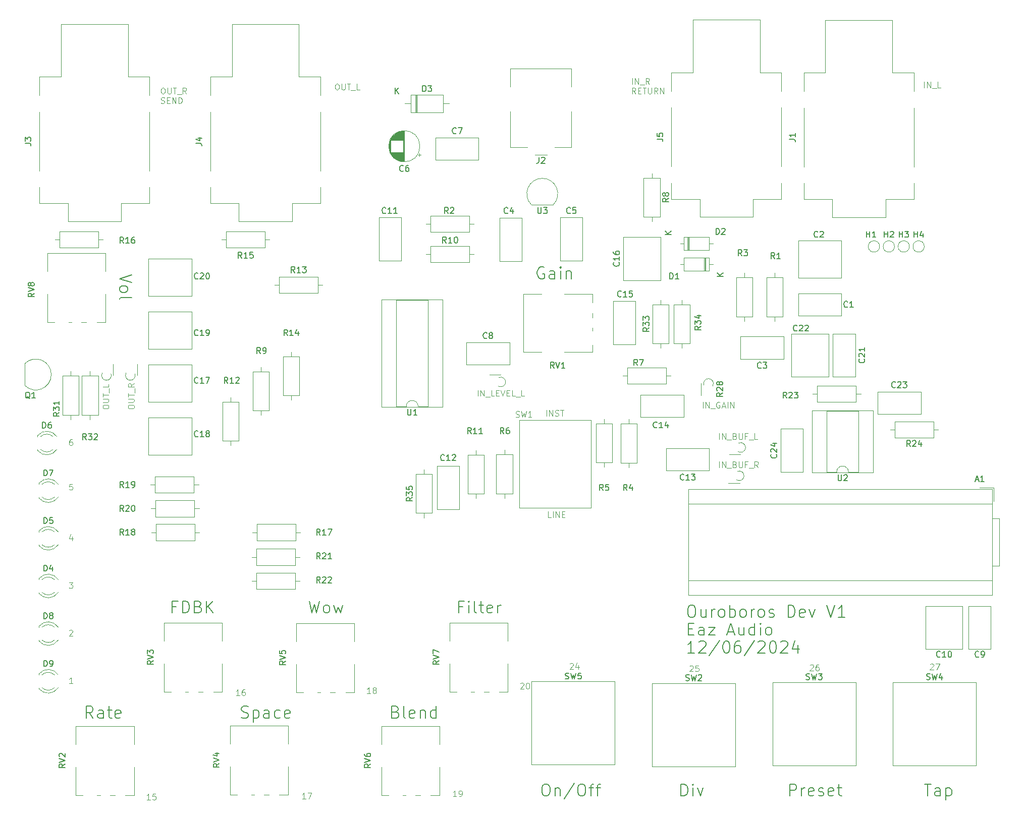
<source format=gto>
G04 #@! TF.GenerationSoftware,KiCad,Pcbnew,8.0.7*
G04 #@! TF.CreationDate,2025-01-13T21:04:32-08:00*
G04 #@! TF.ProjectId,Ouroboros,4f75726f-626f-4726-9f73-2e6b69636164,rev?*
G04 #@! TF.SameCoordinates,Original*
G04 #@! TF.FileFunction,Legend,Top*
G04 #@! TF.FilePolarity,Positive*
%FSLAX46Y46*%
G04 Gerber Fmt 4.6, Leading zero omitted, Abs format (unit mm)*
G04 Created by KiCad (PCBNEW 8.0.7) date 2025-01-13 21:04:32*
%MOMM*%
%LPD*%
G01*
G04 APERTURE LIST*
%ADD10C,0.100000*%
%ADD11C,0.200000*%
%ADD12C,0.150000*%
%ADD13C,0.120000*%
%ADD14C,1.700000*%
%ADD15C,4.000000*%
%ADD16C,2.200000*%
%ADD17C,1.400000*%
%ADD18O,1.400000X1.400000*%
%ADD19R,1.600000X1.600000*%
%ADD20O,1.600000X1.600000*%
%ADD21C,1.600000*%
%ADD22R,1.500000X1.050000*%
%ADD23O,1.500000X1.050000*%
%ADD24C,3.000000*%
%ADD25O,3.240000X2.720000*%
%ADD26R,1.800000X1.800000*%
%ADD27C,1.800000*%
%ADD28C,1.500000*%
%ADD29O,2.720000X3.240000*%
%ADD30R,1.050000X1.500000*%
%ADD31O,1.050000X1.500000*%
%ADD32R,2.200000X2.200000*%
%ADD33O,2.200000X2.200000*%
%ADD34R,4.000000X4.000000*%
%ADD35C,3.300000*%
%ADD36C,3.500000*%
%ADD37R,1.700000X1.700000*%
G04 APERTURE END LIST*
D10*
X378236265Y-221057657D02*
X378283884Y-221010038D01*
X378283884Y-221010038D02*
X378379122Y-220962419D01*
X378379122Y-220962419D02*
X378617217Y-220962419D01*
X378617217Y-220962419D02*
X378712455Y-221010038D01*
X378712455Y-221010038D02*
X378760074Y-221057657D01*
X378760074Y-221057657D02*
X378807693Y-221152895D01*
X378807693Y-221152895D02*
X378807693Y-221248133D01*
X378807693Y-221248133D02*
X378760074Y-221390990D01*
X378760074Y-221390990D02*
X378188646Y-221962419D01*
X378188646Y-221962419D02*
X378807693Y-221962419D01*
X379664836Y-221295752D02*
X379664836Y-221962419D01*
X379426741Y-220914800D02*
X379188646Y-221629085D01*
X379188646Y-221629085D02*
X379807693Y-221629085D01*
D11*
X373905387Y-154530188D02*
X373714911Y-154434950D01*
X373714911Y-154434950D02*
X373429197Y-154434950D01*
X373429197Y-154434950D02*
X373143482Y-154530188D01*
X373143482Y-154530188D02*
X372953006Y-154720664D01*
X372953006Y-154720664D02*
X372857768Y-154911140D01*
X372857768Y-154911140D02*
X372762530Y-155292092D01*
X372762530Y-155292092D02*
X372762530Y-155577807D01*
X372762530Y-155577807D02*
X372857768Y-155958759D01*
X372857768Y-155958759D02*
X372953006Y-156149235D01*
X372953006Y-156149235D02*
X373143482Y-156339712D01*
X373143482Y-156339712D02*
X373429197Y-156434950D01*
X373429197Y-156434950D02*
X373619673Y-156434950D01*
X373619673Y-156434950D02*
X373905387Y-156339712D01*
X373905387Y-156339712D02*
X374000625Y-156244473D01*
X374000625Y-156244473D02*
X374000625Y-155577807D01*
X374000625Y-155577807D02*
X373619673Y-155577807D01*
X375714911Y-156434950D02*
X375714911Y-155387331D01*
X375714911Y-155387331D02*
X375619673Y-155196854D01*
X375619673Y-155196854D02*
X375429197Y-155101616D01*
X375429197Y-155101616D02*
X375048244Y-155101616D01*
X375048244Y-155101616D02*
X374857768Y-155196854D01*
X375714911Y-156339712D02*
X375524435Y-156434950D01*
X375524435Y-156434950D02*
X375048244Y-156434950D01*
X375048244Y-156434950D02*
X374857768Y-156339712D01*
X374857768Y-156339712D02*
X374762530Y-156149235D01*
X374762530Y-156149235D02*
X374762530Y-155958759D01*
X374762530Y-155958759D02*
X374857768Y-155768283D01*
X374857768Y-155768283D02*
X375048244Y-155673045D01*
X375048244Y-155673045D02*
X375524435Y-155673045D01*
X375524435Y-155673045D02*
X375714911Y-155577807D01*
X376667292Y-156434950D02*
X376667292Y-155101616D01*
X376667292Y-154434950D02*
X376572054Y-154530188D01*
X376572054Y-154530188D02*
X376667292Y-154625426D01*
X376667292Y-154625426D02*
X376762530Y-154530188D01*
X376762530Y-154530188D02*
X376667292Y-154434950D01*
X376667292Y-154434950D02*
X376667292Y-154625426D01*
X377619673Y-155101616D02*
X377619673Y-156434950D01*
X377619673Y-155292092D02*
X377714911Y-155196854D01*
X377714911Y-155196854D02*
X377905387Y-155101616D01*
X377905387Y-155101616D02*
X378191102Y-155101616D01*
X378191102Y-155101616D02*
X378381578Y-155196854D01*
X378381578Y-155196854D02*
X378476816Y-155387331D01*
X378476816Y-155387331D02*
X378476816Y-156434950D01*
X304715161Y-155742054D02*
X302715161Y-156408720D01*
X302715161Y-156408720D02*
X304715161Y-157075387D01*
X302715161Y-158027768D02*
X302810400Y-157837292D01*
X302810400Y-157837292D02*
X302905638Y-157742054D01*
X302905638Y-157742054D02*
X303096114Y-157646816D01*
X303096114Y-157646816D02*
X303667542Y-157646816D01*
X303667542Y-157646816D02*
X303858019Y-157742054D01*
X303858019Y-157742054D02*
X303953257Y-157837292D01*
X303953257Y-157837292D02*
X304048495Y-158027768D01*
X304048495Y-158027768D02*
X304048495Y-158313483D01*
X304048495Y-158313483D02*
X303953257Y-158503959D01*
X303953257Y-158503959D02*
X303858019Y-158599197D01*
X303858019Y-158599197D02*
X303667542Y-158694435D01*
X303667542Y-158694435D02*
X303096114Y-158694435D01*
X303096114Y-158694435D02*
X302905638Y-158599197D01*
X302905638Y-158599197D02*
X302810400Y-158503959D01*
X302810400Y-158503959D02*
X302715161Y-158313483D01*
X302715161Y-158313483D02*
X302715161Y-158027768D01*
X302715161Y-159837292D02*
X302810400Y-159646816D01*
X302810400Y-159646816D02*
X303000876Y-159551578D01*
X303000876Y-159551578D02*
X304715161Y-159551578D01*
X374028720Y-241244838D02*
X374409673Y-241244838D01*
X374409673Y-241244838D02*
X374600149Y-241340076D01*
X374600149Y-241340076D02*
X374790625Y-241530552D01*
X374790625Y-241530552D02*
X374885863Y-241911504D01*
X374885863Y-241911504D02*
X374885863Y-242578171D01*
X374885863Y-242578171D02*
X374790625Y-242959123D01*
X374790625Y-242959123D02*
X374600149Y-243149600D01*
X374600149Y-243149600D02*
X374409673Y-243244838D01*
X374409673Y-243244838D02*
X374028720Y-243244838D01*
X374028720Y-243244838D02*
X373838244Y-243149600D01*
X373838244Y-243149600D02*
X373647768Y-242959123D01*
X373647768Y-242959123D02*
X373552530Y-242578171D01*
X373552530Y-242578171D02*
X373552530Y-241911504D01*
X373552530Y-241911504D02*
X373647768Y-241530552D01*
X373647768Y-241530552D02*
X373838244Y-241340076D01*
X373838244Y-241340076D02*
X374028720Y-241244838D01*
X375743006Y-241911504D02*
X375743006Y-243244838D01*
X375743006Y-242101980D02*
X375838244Y-242006742D01*
X375838244Y-242006742D02*
X376028720Y-241911504D01*
X376028720Y-241911504D02*
X376314435Y-241911504D01*
X376314435Y-241911504D02*
X376504911Y-242006742D01*
X376504911Y-242006742D02*
X376600149Y-242197219D01*
X376600149Y-242197219D02*
X376600149Y-243244838D01*
X378981101Y-241149600D02*
X377266816Y-243721028D01*
X380028720Y-241244838D02*
X380409673Y-241244838D01*
X380409673Y-241244838D02*
X380600149Y-241340076D01*
X380600149Y-241340076D02*
X380790625Y-241530552D01*
X380790625Y-241530552D02*
X380885863Y-241911504D01*
X380885863Y-241911504D02*
X380885863Y-242578171D01*
X380885863Y-242578171D02*
X380790625Y-242959123D01*
X380790625Y-242959123D02*
X380600149Y-243149600D01*
X380600149Y-243149600D02*
X380409673Y-243244838D01*
X380409673Y-243244838D02*
X380028720Y-243244838D01*
X380028720Y-243244838D02*
X379838244Y-243149600D01*
X379838244Y-243149600D02*
X379647768Y-242959123D01*
X379647768Y-242959123D02*
X379552530Y-242578171D01*
X379552530Y-242578171D02*
X379552530Y-241911504D01*
X379552530Y-241911504D02*
X379647768Y-241530552D01*
X379647768Y-241530552D02*
X379838244Y-241340076D01*
X379838244Y-241340076D02*
X380028720Y-241244838D01*
X381457292Y-241911504D02*
X382219196Y-241911504D01*
X381743006Y-243244838D02*
X381743006Y-241530552D01*
X381743006Y-241530552D02*
X381838244Y-241340076D01*
X381838244Y-241340076D02*
X382028720Y-241244838D01*
X382028720Y-241244838D02*
X382219196Y-241244838D01*
X382600149Y-241911504D02*
X383362053Y-241911504D01*
X382885863Y-243244838D02*
X382885863Y-241530552D01*
X382885863Y-241530552D02*
X382981101Y-241340076D01*
X382981101Y-241340076D02*
X383171577Y-241244838D01*
X383171577Y-241244838D02*
X383362053Y-241244838D01*
D10*
X375080074Y-196472419D02*
X374603884Y-196472419D01*
X374603884Y-196472419D02*
X374603884Y-195472419D01*
X375413408Y-196472419D02*
X375413408Y-195472419D01*
X375889598Y-196472419D02*
X375889598Y-195472419D01*
X375889598Y-195472419D02*
X376461026Y-196472419D01*
X376461026Y-196472419D02*
X376461026Y-195472419D01*
X376937217Y-195948609D02*
X377270550Y-195948609D01*
X377413407Y-196472419D02*
X376937217Y-196472419D01*
X376937217Y-196472419D02*
X376937217Y-195472419D01*
X376937217Y-195472419D02*
X377413407Y-195472419D01*
X374303884Y-179472419D02*
X374303884Y-178472419D01*
X374780074Y-179472419D02*
X374780074Y-178472419D01*
X374780074Y-178472419D02*
X375351502Y-179472419D01*
X375351502Y-179472419D02*
X375351502Y-178472419D01*
X375780074Y-179424800D02*
X375922931Y-179472419D01*
X375922931Y-179472419D02*
X376161026Y-179472419D01*
X376161026Y-179472419D02*
X376256264Y-179424800D01*
X376256264Y-179424800D02*
X376303883Y-179377180D01*
X376303883Y-179377180D02*
X376351502Y-179281942D01*
X376351502Y-179281942D02*
X376351502Y-179186704D01*
X376351502Y-179186704D02*
X376303883Y-179091466D01*
X376303883Y-179091466D02*
X376256264Y-179043847D01*
X376256264Y-179043847D02*
X376161026Y-178996228D01*
X376161026Y-178996228D02*
X375970550Y-178948609D01*
X375970550Y-178948609D02*
X375875312Y-178900990D01*
X375875312Y-178900990D02*
X375827693Y-178853371D01*
X375827693Y-178853371D02*
X375780074Y-178758133D01*
X375780074Y-178758133D02*
X375780074Y-178662895D01*
X375780074Y-178662895D02*
X375827693Y-178567657D01*
X375827693Y-178567657D02*
X375875312Y-178520038D01*
X375875312Y-178520038D02*
X375970550Y-178472419D01*
X375970550Y-178472419D02*
X376208645Y-178472419D01*
X376208645Y-178472419D02*
X376351502Y-178520038D01*
X376637217Y-178472419D02*
X377208645Y-178472419D01*
X376922931Y-179472419D02*
X376922931Y-178472419D01*
X309894360Y-124362475D02*
X310084836Y-124362475D01*
X310084836Y-124362475D02*
X310180074Y-124410094D01*
X310180074Y-124410094D02*
X310275312Y-124505332D01*
X310275312Y-124505332D02*
X310322931Y-124695808D01*
X310322931Y-124695808D02*
X310322931Y-125029141D01*
X310322931Y-125029141D02*
X310275312Y-125219617D01*
X310275312Y-125219617D02*
X310180074Y-125314856D01*
X310180074Y-125314856D02*
X310084836Y-125362475D01*
X310084836Y-125362475D02*
X309894360Y-125362475D01*
X309894360Y-125362475D02*
X309799122Y-125314856D01*
X309799122Y-125314856D02*
X309703884Y-125219617D01*
X309703884Y-125219617D02*
X309656265Y-125029141D01*
X309656265Y-125029141D02*
X309656265Y-124695808D01*
X309656265Y-124695808D02*
X309703884Y-124505332D01*
X309703884Y-124505332D02*
X309799122Y-124410094D01*
X309799122Y-124410094D02*
X309894360Y-124362475D01*
X310751503Y-124362475D02*
X310751503Y-125171998D01*
X310751503Y-125171998D02*
X310799122Y-125267236D01*
X310799122Y-125267236D02*
X310846741Y-125314856D01*
X310846741Y-125314856D02*
X310941979Y-125362475D01*
X310941979Y-125362475D02*
X311132455Y-125362475D01*
X311132455Y-125362475D02*
X311227693Y-125314856D01*
X311227693Y-125314856D02*
X311275312Y-125267236D01*
X311275312Y-125267236D02*
X311322931Y-125171998D01*
X311322931Y-125171998D02*
X311322931Y-124362475D01*
X311656265Y-124362475D02*
X312227693Y-124362475D01*
X311941979Y-125362475D02*
X311941979Y-124362475D01*
X312322932Y-125457713D02*
X313084836Y-125457713D01*
X313894360Y-125362475D02*
X313561027Y-124886284D01*
X313322932Y-125362475D02*
X313322932Y-124362475D01*
X313322932Y-124362475D02*
X313703884Y-124362475D01*
X313703884Y-124362475D02*
X313799122Y-124410094D01*
X313799122Y-124410094D02*
X313846741Y-124457713D01*
X313846741Y-124457713D02*
X313894360Y-124552951D01*
X313894360Y-124552951D02*
X313894360Y-124695808D01*
X313894360Y-124695808D02*
X313846741Y-124791046D01*
X313846741Y-124791046D02*
X313799122Y-124838665D01*
X313799122Y-124838665D02*
X313703884Y-124886284D01*
X313703884Y-124886284D02*
X313322932Y-124886284D01*
X309656265Y-126924800D02*
X309799122Y-126972419D01*
X309799122Y-126972419D02*
X310037217Y-126972419D01*
X310037217Y-126972419D02*
X310132455Y-126924800D01*
X310132455Y-126924800D02*
X310180074Y-126877180D01*
X310180074Y-126877180D02*
X310227693Y-126781942D01*
X310227693Y-126781942D02*
X310227693Y-126686704D01*
X310227693Y-126686704D02*
X310180074Y-126591466D01*
X310180074Y-126591466D02*
X310132455Y-126543847D01*
X310132455Y-126543847D02*
X310037217Y-126496228D01*
X310037217Y-126496228D02*
X309846741Y-126448609D01*
X309846741Y-126448609D02*
X309751503Y-126400990D01*
X309751503Y-126400990D02*
X309703884Y-126353371D01*
X309703884Y-126353371D02*
X309656265Y-126258133D01*
X309656265Y-126258133D02*
X309656265Y-126162895D01*
X309656265Y-126162895D02*
X309703884Y-126067657D01*
X309703884Y-126067657D02*
X309751503Y-126020038D01*
X309751503Y-126020038D02*
X309846741Y-125972419D01*
X309846741Y-125972419D02*
X310084836Y-125972419D01*
X310084836Y-125972419D02*
X310227693Y-126020038D01*
X310656265Y-126448609D02*
X310989598Y-126448609D01*
X311132455Y-126972419D02*
X310656265Y-126972419D01*
X310656265Y-126972419D02*
X310656265Y-125972419D01*
X310656265Y-125972419D02*
X311132455Y-125972419D01*
X311561027Y-126972419D02*
X311561027Y-125972419D01*
X311561027Y-125972419D02*
X312132455Y-126972419D01*
X312132455Y-126972419D02*
X312132455Y-125972419D01*
X312608646Y-126972419D02*
X312608646Y-125972419D01*
X312608646Y-125972419D02*
X312846741Y-125972419D01*
X312846741Y-125972419D02*
X312989598Y-126020038D01*
X312989598Y-126020038D02*
X313084836Y-126115276D01*
X313084836Y-126115276D02*
X313132455Y-126210514D01*
X313132455Y-126210514D02*
X313180074Y-126400990D01*
X313180074Y-126400990D02*
X313180074Y-126543847D01*
X313180074Y-126543847D02*
X313132455Y-126734323D01*
X313132455Y-126734323D02*
X313084836Y-126829561D01*
X313084836Y-126829561D02*
X312989598Y-126924800D01*
X312989598Y-126924800D02*
X312846741Y-126972419D01*
X312846741Y-126972419D02*
X312608646Y-126972419D01*
X339094360Y-123672419D02*
X339284836Y-123672419D01*
X339284836Y-123672419D02*
X339380074Y-123720038D01*
X339380074Y-123720038D02*
X339475312Y-123815276D01*
X339475312Y-123815276D02*
X339522931Y-124005752D01*
X339522931Y-124005752D02*
X339522931Y-124339085D01*
X339522931Y-124339085D02*
X339475312Y-124529561D01*
X339475312Y-124529561D02*
X339380074Y-124624800D01*
X339380074Y-124624800D02*
X339284836Y-124672419D01*
X339284836Y-124672419D02*
X339094360Y-124672419D01*
X339094360Y-124672419D02*
X338999122Y-124624800D01*
X338999122Y-124624800D02*
X338903884Y-124529561D01*
X338903884Y-124529561D02*
X338856265Y-124339085D01*
X338856265Y-124339085D02*
X338856265Y-124005752D01*
X338856265Y-124005752D02*
X338903884Y-123815276D01*
X338903884Y-123815276D02*
X338999122Y-123720038D01*
X338999122Y-123720038D02*
X339094360Y-123672419D01*
X339951503Y-123672419D02*
X339951503Y-124481942D01*
X339951503Y-124481942D02*
X339999122Y-124577180D01*
X339999122Y-124577180D02*
X340046741Y-124624800D01*
X340046741Y-124624800D02*
X340141979Y-124672419D01*
X340141979Y-124672419D02*
X340332455Y-124672419D01*
X340332455Y-124672419D02*
X340427693Y-124624800D01*
X340427693Y-124624800D02*
X340475312Y-124577180D01*
X340475312Y-124577180D02*
X340522931Y-124481942D01*
X340522931Y-124481942D02*
X340522931Y-123672419D01*
X340856265Y-123672419D02*
X341427693Y-123672419D01*
X341141979Y-124672419D02*
X341141979Y-123672419D01*
X341522932Y-124767657D02*
X342284836Y-124767657D01*
X342999122Y-124672419D02*
X342522932Y-124672419D01*
X342522932Y-124672419D02*
X342522932Y-123672419D01*
X388703884Y-123762475D02*
X388703884Y-122762475D01*
X389180074Y-123762475D02*
X389180074Y-122762475D01*
X389180074Y-122762475D02*
X389751502Y-123762475D01*
X389751502Y-123762475D02*
X389751502Y-122762475D01*
X389989598Y-123857713D02*
X390751502Y-123857713D01*
X391561026Y-123762475D02*
X391227693Y-123286284D01*
X390989598Y-123762475D02*
X390989598Y-122762475D01*
X390989598Y-122762475D02*
X391370550Y-122762475D01*
X391370550Y-122762475D02*
X391465788Y-122810094D01*
X391465788Y-122810094D02*
X391513407Y-122857713D01*
X391513407Y-122857713D02*
X391561026Y-122952951D01*
X391561026Y-122952951D02*
X391561026Y-123095808D01*
X391561026Y-123095808D02*
X391513407Y-123191046D01*
X391513407Y-123191046D02*
X391465788Y-123238665D01*
X391465788Y-123238665D02*
X391370550Y-123286284D01*
X391370550Y-123286284D02*
X390989598Y-123286284D01*
X389275312Y-125372419D02*
X388941979Y-124896228D01*
X388703884Y-125372419D02*
X388703884Y-124372419D01*
X388703884Y-124372419D02*
X389084836Y-124372419D01*
X389084836Y-124372419D02*
X389180074Y-124420038D01*
X389180074Y-124420038D02*
X389227693Y-124467657D01*
X389227693Y-124467657D02*
X389275312Y-124562895D01*
X389275312Y-124562895D02*
X389275312Y-124705752D01*
X389275312Y-124705752D02*
X389227693Y-124800990D01*
X389227693Y-124800990D02*
X389180074Y-124848609D01*
X389180074Y-124848609D02*
X389084836Y-124896228D01*
X389084836Y-124896228D02*
X388703884Y-124896228D01*
X389703884Y-124848609D02*
X390037217Y-124848609D01*
X390180074Y-125372419D02*
X389703884Y-125372419D01*
X389703884Y-125372419D02*
X389703884Y-124372419D01*
X389703884Y-124372419D02*
X390180074Y-124372419D01*
X390465789Y-124372419D02*
X391037217Y-124372419D01*
X390751503Y-125372419D02*
X390751503Y-124372419D01*
X391370551Y-124372419D02*
X391370551Y-125181942D01*
X391370551Y-125181942D02*
X391418170Y-125277180D01*
X391418170Y-125277180D02*
X391465789Y-125324800D01*
X391465789Y-125324800D02*
X391561027Y-125372419D01*
X391561027Y-125372419D02*
X391751503Y-125372419D01*
X391751503Y-125372419D02*
X391846741Y-125324800D01*
X391846741Y-125324800D02*
X391894360Y-125277180D01*
X391894360Y-125277180D02*
X391941979Y-125181942D01*
X391941979Y-125181942D02*
X391941979Y-124372419D01*
X392989598Y-125372419D02*
X392656265Y-124896228D01*
X392418170Y-125372419D02*
X392418170Y-124372419D01*
X392418170Y-124372419D02*
X392799122Y-124372419D01*
X392799122Y-124372419D02*
X392894360Y-124420038D01*
X392894360Y-124420038D02*
X392941979Y-124467657D01*
X392941979Y-124467657D02*
X392989598Y-124562895D01*
X392989598Y-124562895D02*
X392989598Y-124705752D01*
X392989598Y-124705752D02*
X392941979Y-124800990D01*
X392941979Y-124800990D02*
X392894360Y-124848609D01*
X392894360Y-124848609D02*
X392799122Y-124896228D01*
X392799122Y-124896228D02*
X392418170Y-124896228D01*
X393418170Y-125372419D02*
X393418170Y-124372419D01*
X393418170Y-124372419D02*
X393989598Y-125372419D01*
X393989598Y-125372419D02*
X393989598Y-124372419D01*
X437703884Y-124372419D02*
X437703884Y-123372419D01*
X438180074Y-124372419D02*
X438180074Y-123372419D01*
X438180074Y-123372419D02*
X438751502Y-124372419D01*
X438751502Y-124372419D02*
X438751502Y-123372419D01*
X438989598Y-124467657D02*
X439751502Y-124467657D01*
X440465788Y-124372419D02*
X439989598Y-124372419D01*
X439989598Y-124372419D02*
X439989598Y-123372419D01*
X362803884Y-176122419D02*
X362803884Y-175122419D01*
X363280074Y-176122419D02*
X363280074Y-175122419D01*
X363280074Y-175122419D02*
X363851502Y-176122419D01*
X363851502Y-176122419D02*
X363851502Y-175122419D01*
X364089598Y-176217657D02*
X364851502Y-176217657D01*
X365565788Y-176122419D02*
X365089598Y-176122419D01*
X365089598Y-176122419D02*
X365089598Y-175122419D01*
X365899122Y-175598609D02*
X366232455Y-175598609D01*
X366375312Y-176122419D02*
X365899122Y-176122419D01*
X365899122Y-176122419D02*
X365899122Y-175122419D01*
X365899122Y-175122419D02*
X366375312Y-175122419D01*
X366661027Y-175122419D02*
X366994360Y-176122419D01*
X366994360Y-176122419D02*
X367327693Y-175122419D01*
X367661027Y-175598609D02*
X367994360Y-175598609D01*
X368137217Y-176122419D02*
X367661027Y-176122419D01*
X367661027Y-176122419D02*
X367661027Y-175122419D01*
X367661027Y-175122419D02*
X368137217Y-175122419D01*
X369041979Y-176122419D02*
X368565789Y-176122419D01*
X368565789Y-176122419D02*
X368565789Y-175122419D01*
X369137218Y-176217657D02*
X369899122Y-176217657D01*
X370613408Y-176122419D02*
X370137218Y-176122419D01*
X370137218Y-176122419D02*
X370137218Y-175122419D01*
X299872419Y-178005639D02*
X299872419Y-177815163D01*
X299872419Y-177815163D02*
X299920038Y-177719925D01*
X299920038Y-177719925D02*
X300015276Y-177624687D01*
X300015276Y-177624687D02*
X300205752Y-177577068D01*
X300205752Y-177577068D02*
X300539085Y-177577068D01*
X300539085Y-177577068D02*
X300729561Y-177624687D01*
X300729561Y-177624687D02*
X300824800Y-177719925D01*
X300824800Y-177719925D02*
X300872419Y-177815163D01*
X300872419Y-177815163D02*
X300872419Y-178005639D01*
X300872419Y-178005639D02*
X300824800Y-178100877D01*
X300824800Y-178100877D02*
X300729561Y-178196115D01*
X300729561Y-178196115D02*
X300539085Y-178243734D01*
X300539085Y-178243734D02*
X300205752Y-178243734D01*
X300205752Y-178243734D02*
X300015276Y-178196115D01*
X300015276Y-178196115D02*
X299920038Y-178100877D01*
X299920038Y-178100877D02*
X299872419Y-178005639D01*
X299872419Y-177148496D02*
X300681942Y-177148496D01*
X300681942Y-177148496D02*
X300777180Y-177100877D01*
X300777180Y-177100877D02*
X300824800Y-177053258D01*
X300824800Y-177053258D02*
X300872419Y-176958020D01*
X300872419Y-176958020D02*
X300872419Y-176767544D01*
X300872419Y-176767544D02*
X300824800Y-176672306D01*
X300824800Y-176672306D02*
X300777180Y-176624687D01*
X300777180Y-176624687D02*
X300681942Y-176577068D01*
X300681942Y-176577068D02*
X299872419Y-176577068D01*
X299872419Y-176243734D02*
X299872419Y-175672306D01*
X300872419Y-175958020D02*
X299872419Y-175958020D01*
X300967657Y-175577068D02*
X300967657Y-174815163D01*
X300872419Y-174100877D02*
X300872419Y-174577067D01*
X300872419Y-174577067D02*
X299872419Y-174577067D01*
X304122419Y-178005639D02*
X304122419Y-177815163D01*
X304122419Y-177815163D02*
X304170038Y-177719925D01*
X304170038Y-177719925D02*
X304265276Y-177624687D01*
X304265276Y-177624687D02*
X304455752Y-177577068D01*
X304455752Y-177577068D02*
X304789085Y-177577068D01*
X304789085Y-177577068D02*
X304979561Y-177624687D01*
X304979561Y-177624687D02*
X305074800Y-177719925D01*
X305074800Y-177719925D02*
X305122419Y-177815163D01*
X305122419Y-177815163D02*
X305122419Y-178005639D01*
X305122419Y-178005639D02*
X305074800Y-178100877D01*
X305074800Y-178100877D02*
X304979561Y-178196115D01*
X304979561Y-178196115D02*
X304789085Y-178243734D01*
X304789085Y-178243734D02*
X304455752Y-178243734D01*
X304455752Y-178243734D02*
X304265276Y-178196115D01*
X304265276Y-178196115D02*
X304170038Y-178100877D01*
X304170038Y-178100877D02*
X304122419Y-178005639D01*
X304122419Y-177148496D02*
X304931942Y-177148496D01*
X304931942Y-177148496D02*
X305027180Y-177100877D01*
X305027180Y-177100877D02*
X305074800Y-177053258D01*
X305074800Y-177053258D02*
X305122419Y-176958020D01*
X305122419Y-176958020D02*
X305122419Y-176767544D01*
X305122419Y-176767544D02*
X305074800Y-176672306D01*
X305074800Y-176672306D02*
X305027180Y-176624687D01*
X305027180Y-176624687D02*
X304931942Y-176577068D01*
X304931942Y-176577068D02*
X304122419Y-176577068D01*
X304122419Y-176243734D02*
X304122419Y-175672306D01*
X305122419Y-175958020D02*
X304122419Y-175958020D01*
X305217657Y-175577068D02*
X305217657Y-174815163D01*
X305122419Y-174005639D02*
X304646228Y-174338972D01*
X305122419Y-174577067D02*
X304122419Y-174577067D01*
X304122419Y-174577067D02*
X304122419Y-174196115D01*
X304122419Y-174196115D02*
X304170038Y-174100877D01*
X304170038Y-174100877D02*
X304217657Y-174053258D01*
X304217657Y-174053258D02*
X304312895Y-174005639D01*
X304312895Y-174005639D02*
X304455752Y-174005639D01*
X304455752Y-174005639D02*
X304550990Y-174053258D01*
X304550990Y-174053258D02*
X304598609Y-174100877D01*
X304598609Y-174100877D02*
X304646228Y-174196115D01*
X304646228Y-174196115D02*
X304646228Y-174577067D01*
X403303884Y-188122419D02*
X403303884Y-187122419D01*
X403780074Y-188122419D02*
X403780074Y-187122419D01*
X403780074Y-187122419D02*
X404351502Y-188122419D01*
X404351502Y-188122419D02*
X404351502Y-187122419D01*
X404589598Y-188217657D02*
X405351502Y-188217657D01*
X405922931Y-187598609D02*
X406065788Y-187646228D01*
X406065788Y-187646228D02*
X406113407Y-187693847D01*
X406113407Y-187693847D02*
X406161026Y-187789085D01*
X406161026Y-187789085D02*
X406161026Y-187931942D01*
X406161026Y-187931942D02*
X406113407Y-188027180D01*
X406113407Y-188027180D02*
X406065788Y-188074800D01*
X406065788Y-188074800D02*
X405970550Y-188122419D01*
X405970550Y-188122419D02*
X405589598Y-188122419D01*
X405589598Y-188122419D02*
X405589598Y-187122419D01*
X405589598Y-187122419D02*
X405922931Y-187122419D01*
X405922931Y-187122419D02*
X406018169Y-187170038D01*
X406018169Y-187170038D02*
X406065788Y-187217657D01*
X406065788Y-187217657D02*
X406113407Y-187312895D01*
X406113407Y-187312895D02*
X406113407Y-187408133D01*
X406113407Y-187408133D02*
X406065788Y-187503371D01*
X406065788Y-187503371D02*
X406018169Y-187550990D01*
X406018169Y-187550990D02*
X405922931Y-187598609D01*
X405922931Y-187598609D02*
X405589598Y-187598609D01*
X406589598Y-187122419D02*
X406589598Y-187931942D01*
X406589598Y-187931942D02*
X406637217Y-188027180D01*
X406637217Y-188027180D02*
X406684836Y-188074800D01*
X406684836Y-188074800D02*
X406780074Y-188122419D01*
X406780074Y-188122419D02*
X406970550Y-188122419D01*
X406970550Y-188122419D02*
X407065788Y-188074800D01*
X407065788Y-188074800D02*
X407113407Y-188027180D01*
X407113407Y-188027180D02*
X407161026Y-187931942D01*
X407161026Y-187931942D02*
X407161026Y-187122419D01*
X407970550Y-187598609D02*
X407637217Y-187598609D01*
X407637217Y-188122419D02*
X407637217Y-187122419D01*
X407637217Y-187122419D02*
X408113407Y-187122419D01*
X408256265Y-188217657D02*
X409018169Y-188217657D01*
X409827693Y-188122419D02*
X409494360Y-187646228D01*
X409256265Y-188122419D02*
X409256265Y-187122419D01*
X409256265Y-187122419D02*
X409637217Y-187122419D01*
X409637217Y-187122419D02*
X409732455Y-187170038D01*
X409732455Y-187170038D02*
X409780074Y-187217657D01*
X409780074Y-187217657D02*
X409827693Y-187312895D01*
X409827693Y-187312895D02*
X409827693Y-187455752D01*
X409827693Y-187455752D02*
X409780074Y-187550990D01*
X409780074Y-187550990D02*
X409732455Y-187598609D01*
X409732455Y-187598609D02*
X409637217Y-187646228D01*
X409637217Y-187646228D02*
X409256265Y-187646228D01*
X403303884Y-183372419D02*
X403303884Y-182372419D01*
X403780074Y-183372419D02*
X403780074Y-182372419D01*
X403780074Y-182372419D02*
X404351502Y-183372419D01*
X404351502Y-183372419D02*
X404351502Y-182372419D01*
X404589598Y-183467657D02*
X405351502Y-183467657D01*
X405922931Y-182848609D02*
X406065788Y-182896228D01*
X406065788Y-182896228D02*
X406113407Y-182943847D01*
X406113407Y-182943847D02*
X406161026Y-183039085D01*
X406161026Y-183039085D02*
X406161026Y-183181942D01*
X406161026Y-183181942D02*
X406113407Y-183277180D01*
X406113407Y-183277180D02*
X406065788Y-183324800D01*
X406065788Y-183324800D02*
X405970550Y-183372419D01*
X405970550Y-183372419D02*
X405589598Y-183372419D01*
X405589598Y-183372419D02*
X405589598Y-182372419D01*
X405589598Y-182372419D02*
X405922931Y-182372419D01*
X405922931Y-182372419D02*
X406018169Y-182420038D01*
X406018169Y-182420038D02*
X406065788Y-182467657D01*
X406065788Y-182467657D02*
X406113407Y-182562895D01*
X406113407Y-182562895D02*
X406113407Y-182658133D01*
X406113407Y-182658133D02*
X406065788Y-182753371D01*
X406065788Y-182753371D02*
X406018169Y-182800990D01*
X406018169Y-182800990D02*
X405922931Y-182848609D01*
X405922931Y-182848609D02*
X405589598Y-182848609D01*
X406589598Y-182372419D02*
X406589598Y-183181942D01*
X406589598Y-183181942D02*
X406637217Y-183277180D01*
X406637217Y-183277180D02*
X406684836Y-183324800D01*
X406684836Y-183324800D02*
X406780074Y-183372419D01*
X406780074Y-183372419D02*
X406970550Y-183372419D01*
X406970550Y-183372419D02*
X407065788Y-183324800D01*
X407065788Y-183324800D02*
X407113407Y-183277180D01*
X407113407Y-183277180D02*
X407161026Y-183181942D01*
X407161026Y-183181942D02*
X407161026Y-182372419D01*
X407970550Y-182848609D02*
X407637217Y-182848609D01*
X407637217Y-183372419D02*
X407637217Y-182372419D01*
X407637217Y-182372419D02*
X408113407Y-182372419D01*
X408256265Y-183467657D02*
X409018169Y-183467657D01*
X409732455Y-183372419D02*
X409256265Y-183372419D01*
X409256265Y-183372419D02*
X409256265Y-182372419D01*
X400553884Y-178122419D02*
X400553884Y-177122419D01*
X401030074Y-178122419D02*
X401030074Y-177122419D01*
X401030074Y-177122419D02*
X401601502Y-178122419D01*
X401601502Y-178122419D02*
X401601502Y-177122419D01*
X401839598Y-178217657D02*
X402601502Y-178217657D01*
X403363407Y-177170038D02*
X403268169Y-177122419D01*
X403268169Y-177122419D02*
X403125312Y-177122419D01*
X403125312Y-177122419D02*
X402982455Y-177170038D01*
X402982455Y-177170038D02*
X402887217Y-177265276D01*
X402887217Y-177265276D02*
X402839598Y-177360514D01*
X402839598Y-177360514D02*
X402791979Y-177550990D01*
X402791979Y-177550990D02*
X402791979Y-177693847D01*
X402791979Y-177693847D02*
X402839598Y-177884323D01*
X402839598Y-177884323D02*
X402887217Y-177979561D01*
X402887217Y-177979561D02*
X402982455Y-178074800D01*
X402982455Y-178074800D02*
X403125312Y-178122419D01*
X403125312Y-178122419D02*
X403220550Y-178122419D01*
X403220550Y-178122419D02*
X403363407Y-178074800D01*
X403363407Y-178074800D02*
X403411026Y-178027180D01*
X403411026Y-178027180D02*
X403411026Y-177693847D01*
X403411026Y-177693847D02*
X403220550Y-177693847D01*
X403791979Y-177836704D02*
X404268169Y-177836704D01*
X403696741Y-178122419D02*
X404030074Y-177122419D01*
X404030074Y-177122419D02*
X404363407Y-178122419D01*
X404696741Y-178122419D02*
X404696741Y-177122419D01*
X405172931Y-178122419D02*
X405172931Y-177122419D01*
X405172931Y-177122419D02*
X405744359Y-178122419D01*
X405744359Y-178122419D02*
X405744359Y-177122419D01*
X364770000Y-172560000D02*
X366670000Y-172560000D01*
X400230000Y-176000000D02*
X400230000Y-174000000D01*
X301630000Y-170717500D02*
X301630000Y-172622500D01*
X305660000Y-170737500D02*
X305660000Y-172642500D01*
X404840000Y-190700000D02*
X406740000Y-190700000D01*
X404967500Y-185910000D02*
X406872500Y-185910000D01*
D11*
X360244435Y-211467219D02*
X359577768Y-211467219D01*
X359577768Y-212514838D02*
X359577768Y-210514838D01*
X359577768Y-210514838D02*
X360530149Y-210514838D01*
X361292054Y-212514838D02*
X361292054Y-211181504D01*
X361292054Y-210514838D02*
X361196816Y-210610076D01*
X361196816Y-210610076D02*
X361292054Y-210705314D01*
X361292054Y-210705314D02*
X361387292Y-210610076D01*
X361387292Y-210610076D02*
X361292054Y-210514838D01*
X361292054Y-210514838D02*
X361292054Y-210705314D01*
X362530149Y-212514838D02*
X362339673Y-212419600D01*
X362339673Y-212419600D02*
X362244435Y-212229123D01*
X362244435Y-212229123D02*
X362244435Y-210514838D01*
X363006340Y-211181504D02*
X363768244Y-211181504D01*
X363292054Y-210514838D02*
X363292054Y-212229123D01*
X363292054Y-212229123D02*
X363387292Y-212419600D01*
X363387292Y-212419600D02*
X363577768Y-212514838D01*
X363577768Y-212514838D02*
X363768244Y-212514838D01*
X365196816Y-212419600D02*
X365006340Y-212514838D01*
X365006340Y-212514838D02*
X364625387Y-212514838D01*
X364625387Y-212514838D02*
X364434911Y-212419600D01*
X364434911Y-212419600D02*
X364339673Y-212229123D01*
X364339673Y-212229123D02*
X364339673Y-211467219D01*
X364339673Y-211467219D02*
X364434911Y-211276742D01*
X364434911Y-211276742D02*
X364625387Y-211181504D01*
X364625387Y-211181504D02*
X365006340Y-211181504D01*
X365006340Y-211181504D02*
X365196816Y-211276742D01*
X365196816Y-211276742D02*
X365292054Y-211467219D01*
X365292054Y-211467219D02*
X365292054Y-211657695D01*
X365292054Y-211657695D02*
X364339673Y-211848171D01*
X366149197Y-212514838D02*
X366149197Y-211181504D01*
X366149197Y-211562457D02*
X366244435Y-211371980D01*
X366244435Y-211371980D02*
X366339673Y-211276742D01*
X366339673Y-211276742D02*
X366530149Y-211181504D01*
X366530149Y-211181504D02*
X366720626Y-211181504D01*
D10*
X294732455Y-183372419D02*
X294541979Y-183372419D01*
X294541979Y-183372419D02*
X294446741Y-183420038D01*
X294446741Y-183420038D02*
X294399122Y-183467657D01*
X294399122Y-183467657D02*
X294303884Y-183610514D01*
X294303884Y-183610514D02*
X294256265Y-183800990D01*
X294256265Y-183800990D02*
X294256265Y-184181942D01*
X294256265Y-184181942D02*
X294303884Y-184277180D01*
X294303884Y-184277180D02*
X294351503Y-184324800D01*
X294351503Y-184324800D02*
X294446741Y-184372419D01*
X294446741Y-184372419D02*
X294637217Y-184372419D01*
X294637217Y-184372419D02*
X294732455Y-184324800D01*
X294732455Y-184324800D02*
X294780074Y-184277180D01*
X294780074Y-184277180D02*
X294827693Y-184181942D01*
X294827693Y-184181942D02*
X294827693Y-183943847D01*
X294827693Y-183943847D02*
X294780074Y-183848609D01*
X294780074Y-183848609D02*
X294732455Y-183800990D01*
X294732455Y-183800990D02*
X294637217Y-183753371D01*
X294637217Y-183753371D02*
X294446741Y-183753371D01*
X294446741Y-183753371D02*
X294351503Y-183800990D01*
X294351503Y-183800990D02*
X294303884Y-183848609D01*
X294303884Y-183848609D02*
X294256265Y-183943847D01*
D11*
X437722054Y-241244838D02*
X438864911Y-241244838D01*
X438293482Y-243244838D02*
X438293482Y-241244838D01*
X440388721Y-243244838D02*
X440388721Y-242197219D01*
X440388721Y-242197219D02*
X440293483Y-242006742D01*
X440293483Y-242006742D02*
X440103007Y-241911504D01*
X440103007Y-241911504D02*
X439722054Y-241911504D01*
X439722054Y-241911504D02*
X439531578Y-242006742D01*
X440388721Y-243149600D02*
X440198245Y-243244838D01*
X440198245Y-243244838D02*
X439722054Y-243244838D01*
X439722054Y-243244838D02*
X439531578Y-243149600D01*
X439531578Y-243149600D02*
X439436340Y-242959123D01*
X439436340Y-242959123D02*
X439436340Y-242768647D01*
X439436340Y-242768647D02*
X439531578Y-242578171D01*
X439531578Y-242578171D02*
X439722054Y-242482933D01*
X439722054Y-242482933D02*
X440198245Y-242482933D01*
X440198245Y-242482933D02*
X440388721Y-242387695D01*
X441341102Y-241911504D02*
X441341102Y-243911504D01*
X441341102Y-242006742D02*
X441531578Y-241911504D01*
X441531578Y-241911504D02*
X441912531Y-241911504D01*
X441912531Y-241911504D02*
X442103007Y-242006742D01*
X442103007Y-242006742D02*
X442198245Y-242101980D01*
X442198245Y-242101980D02*
X442293483Y-242292457D01*
X442293483Y-242292457D02*
X442293483Y-242863885D01*
X442293483Y-242863885D02*
X442198245Y-243054361D01*
X442198245Y-243054361D02*
X442103007Y-243149600D01*
X442103007Y-243149600D02*
X441912531Y-243244838D01*
X441912531Y-243244838D02*
X441531578Y-243244838D01*
X441531578Y-243244838D02*
X441341102Y-243149600D01*
D10*
X294827693Y-224372419D02*
X294256265Y-224372419D01*
X294541979Y-224372419D02*
X294541979Y-223372419D01*
X294541979Y-223372419D02*
X294446741Y-223515276D01*
X294446741Y-223515276D02*
X294351503Y-223610514D01*
X294351503Y-223610514D02*
X294256265Y-223658133D01*
D11*
X415107768Y-243244838D02*
X415107768Y-241244838D01*
X415107768Y-241244838D02*
X415869673Y-241244838D01*
X415869673Y-241244838D02*
X416060149Y-241340076D01*
X416060149Y-241340076D02*
X416155387Y-241435314D01*
X416155387Y-241435314D02*
X416250625Y-241625790D01*
X416250625Y-241625790D02*
X416250625Y-241911504D01*
X416250625Y-241911504D02*
X416155387Y-242101980D01*
X416155387Y-242101980D02*
X416060149Y-242197219D01*
X416060149Y-242197219D02*
X415869673Y-242292457D01*
X415869673Y-242292457D02*
X415107768Y-242292457D01*
X417107768Y-243244838D02*
X417107768Y-241911504D01*
X417107768Y-242292457D02*
X417203006Y-242101980D01*
X417203006Y-242101980D02*
X417298244Y-242006742D01*
X417298244Y-242006742D02*
X417488720Y-241911504D01*
X417488720Y-241911504D02*
X417679197Y-241911504D01*
X419107768Y-243149600D02*
X418917292Y-243244838D01*
X418917292Y-243244838D02*
X418536339Y-243244838D01*
X418536339Y-243244838D02*
X418345863Y-243149600D01*
X418345863Y-243149600D02*
X418250625Y-242959123D01*
X418250625Y-242959123D02*
X418250625Y-242197219D01*
X418250625Y-242197219D02*
X418345863Y-242006742D01*
X418345863Y-242006742D02*
X418536339Y-241911504D01*
X418536339Y-241911504D02*
X418917292Y-241911504D01*
X418917292Y-241911504D02*
X419107768Y-242006742D01*
X419107768Y-242006742D02*
X419203006Y-242197219D01*
X419203006Y-242197219D02*
X419203006Y-242387695D01*
X419203006Y-242387695D02*
X418250625Y-242578171D01*
X419964911Y-243149600D02*
X420155387Y-243244838D01*
X420155387Y-243244838D02*
X420536339Y-243244838D01*
X420536339Y-243244838D02*
X420726816Y-243149600D01*
X420726816Y-243149600D02*
X420822054Y-242959123D01*
X420822054Y-242959123D02*
X420822054Y-242863885D01*
X420822054Y-242863885D02*
X420726816Y-242673409D01*
X420726816Y-242673409D02*
X420536339Y-242578171D01*
X420536339Y-242578171D02*
X420250625Y-242578171D01*
X420250625Y-242578171D02*
X420060149Y-242482933D01*
X420060149Y-242482933D02*
X419964911Y-242292457D01*
X419964911Y-242292457D02*
X419964911Y-242197219D01*
X419964911Y-242197219D02*
X420060149Y-242006742D01*
X420060149Y-242006742D02*
X420250625Y-241911504D01*
X420250625Y-241911504D02*
X420536339Y-241911504D01*
X420536339Y-241911504D02*
X420726816Y-242006742D01*
X422441102Y-243149600D02*
X422250626Y-243244838D01*
X422250626Y-243244838D02*
X421869673Y-243244838D01*
X421869673Y-243244838D02*
X421679197Y-243149600D01*
X421679197Y-243149600D02*
X421583959Y-242959123D01*
X421583959Y-242959123D02*
X421583959Y-242197219D01*
X421583959Y-242197219D02*
X421679197Y-242006742D01*
X421679197Y-242006742D02*
X421869673Y-241911504D01*
X421869673Y-241911504D02*
X422250626Y-241911504D01*
X422250626Y-241911504D02*
X422441102Y-242006742D01*
X422441102Y-242006742D02*
X422536340Y-242197219D01*
X422536340Y-242197219D02*
X422536340Y-242387695D01*
X422536340Y-242387695D02*
X421583959Y-242578171D01*
X423107769Y-241911504D02*
X423869673Y-241911504D01*
X423393483Y-241244838D02*
X423393483Y-242959123D01*
X423393483Y-242959123D02*
X423488721Y-243149600D01*
X423488721Y-243149600D02*
X423679197Y-243244838D01*
X423679197Y-243244838D02*
X423869673Y-243244838D01*
D10*
X369936265Y-224357657D02*
X369983884Y-224310038D01*
X369983884Y-224310038D02*
X370079122Y-224262419D01*
X370079122Y-224262419D02*
X370317217Y-224262419D01*
X370317217Y-224262419D02*
X370412455Y-224310038D01*
X370412455Y-224310038D02*
X370460074Y-224357657D01*
X370460074Y-224357657D02*
X370507693Y-224452895D01*
X370507693Y-224452895D02*
X370507693Y-224548133D01*
X370507693Y-224548133D02*
X370460074Y-224690990D01*
X370460074Y-224690990D02*
X369888646Y-225262419D01*
X369888646Y-225262419D02*
X370507693Y-225262419D01*
X371126741Y-224262419D02*
X371221979Y-224262419D01*
X371221979Y-224262419D02*
X371317217Y-224310038D01*
X371317217Y-224310038D02*
X371364836Y-224357657D01*
X371364836Y-224357657D02*
X371412455Y-224452895D01*
X371412455Y-224452895D02*
X371460074Y-224643371D01*
X371460074Y-224643371D02*
X371460074Y-224881466D01*
X371460074Y-224881466D02*
X371412455Y-225071942D01*
X371412455Y-225071942D02*
X371364836Y-225167180D01*
X371364836Y-225167180D02*
X371317217Y-225214800D01*
X371317217Y-225214800D02*
X371221979Y-225262419D01*
X371221979Y-225262419D02*
X371126741Y-225262419D01*
X371126741Y-225262419D02*
X371031503Y-225214800D01*
X371031503Y-225214800D02*
X370983884Y-225167180D01*
X370983884Y-225167180D02*
X370936265Y-225071942D01*
X370936265Y-225071942D02*
X370888646Y-224881466D01*
X370888646Y-224881466D02*
X370888646Y-224643371D01*
X370888646Y-224643371D02*
X370936265Y-224452895D01*
X370936265Y-224452895D02*
X370983884Y-224357657D01*
X370983884Y-224357657D02*
X371031503Y-224310038D01*
X371031503Y-224310038D02*
X371126741Y-224262419D01*
X294256265Y-215467657D02*
X294303884Y-215420038D01*
X294303884Y-215420038D02*
X294399122Y-215372419D01*
X294399122Y-215372419D02*
X294637217Y-215372419D01*
X294637217Y-215372419D02*
X294732455Y-215420038D01*
X294732455Y-215420038D02*
X294780074Y-215467657D01*
X294780074Y-215467657D02*
X294827693Y-215562895D01*
X294827693Y-215562895D02*
X294827693Y-215658133D01*
X294827693Y-215658133D02*
X294780074Y-215800990D01*
X294780074Y-215800990D02*
X294208646Y-216372419D01*
X294208646Y-216372419D02*
X294827693Y-216372419D01*
D11*
X323132530Y-230089600D02*
X323418244Y-230184838D01*
X323418244Y-230184838D02*
X323894435Y-230184838D01*
X323894435Y-230184838D02*
X324084911Y-230089600D01*
X324084911Y-230089600D02*
X324180149Y-229994361D01*
X324180149Y-229994361D02*
X324275387Y-229803885D01*
X324275387Y-229803885D02*
X324275387Y-229613409D01*
X324275387Y-229613409D02*
X324180149Y-229422933D01*
X324180149Y-229422933D02*
X324084911Y-229327695D01*
X324084911Y-229327695D02*
X323894435Y-229232457D01*
X323894435Y-229232457D02*
X323513482Y-229137219D01*
X323513482Y-229137219D02*
X323323006Y-229041980D01*
X323323006Y-229041980D02*
X323227768Y-228946742D01*
X323227768Y-228946742D02*
X323132530Y-228756266D01*
X323132530Y-228756266D02*
X323132530Y-228565790D01*
X323132530Y-228565790D02*
X323227768Y-228375314D01*
X323227768Y-228375314D02*
X323323006Y-228280076D01*
X323323006Y-228280076D02*
X323513482Y-228184838D01*
X323513482Y-228184838D02*
X323989673Y-228184838D01*
X323989673Y-228184838D02*
X324275387Y-228280076D01*
X325132530Y-228851504D02*
X325132530Y-230851504D01*
X325132530Y-228946742D02*
X325323006Y-228851504D01*
X325323006Y-228851504D02*
X325703959Y-228851504D01*
X325703959Y-228851504D02*
X325894435Y-228946742D01*
X325894435Y-228946742D02*
X325989673Y-229041980D01*
X325989673Y-229041980D02*
X326084911Y-229232457D01*
X326084911Y-229232457D02*
X326084911Y-229803885D01*
X326084911Y-229803885D02*
X325989673Y-229994361D01*
X325989673Y-229994361D02*
X325894435Y-230089600D01*
X325894435Y-230089600D02*
X325703959Y-230184838D01*
X325703959Y-230184838D02*
X325323006Y-230184838D01*
X325323006Y-230184838D02*
X325132530Y-230089600D01*
X327799197Y-230184838D02*
X327799197Y-229137219D01*
X327799197Y-229137219D02*
X327703959Y-228946742D01*
X327703959Y-228946742D02*
X327513483Y-228851504D01*
X327513483Y-228851504D02*
X327132530Y-228851504D01*
X327132530Y-228851504D02*
X326942054Y-228946742D01*
X327799197Y-230089600D02*
X327608721Y-230184838D01*
X327608721Y-230184838D02*
X327132530Y-230184838D01*
X327132530Y-230184838D02*
X326942054Y-230089600D01*
X326942054Y-230089600D02*
X326846816Y-229899123D01*
X326846816Y-229899123D02*
X326846816Y-229708647D01*
X326846816Y-229708647D02*
X326942054Y-229518171D01*
X326942054Y-229518171D02*
X327132530Y-229422933D01*
X327132530Y-229422933D02*
X327608721Y-229422933D01*
X327608721Y-229422933D02*
X327799197Y-229327695D01*
X329608721Y-230089600D02*
X329418245Y-230184838D01*
X329418245Y-230184838D02*
X329037292Y-230184838D01*
X329037292Y-230184838D02*
X328846816Y-230089600D01*
X328846816Y-230089600D02*
X328751578Y-229994361D01*
X328751578Y-229994361D02*
X328656340Y-229803885D01*
X328656340Y-229803885D02*
X328656340Y-229232457D01*
X328656340Y-229232457D02*
X328751578Y-229041980D01*
X328751578Y-229041980D02*
X328846816Y-228946742D01*
X328846816Y-228946742D02*
X329037292Y-228851504D01*
X329037292Y-228851504D02*
X329418245Y-228851504D01*
X329418245Y-228851504D02*
X329608721Y-228946742D01*
X331227769Y-230089600D02*
X331037293Y-230184838D01*
X331037293Y-230184838D02*
X330656340Y-230184838D01*
X330656340Y-230184838D02*
X330465864Y-230089600D01*
X330465864Y-230089600D02*
X330370626Y-229899123D01*
X330370626Y-229899123D02*
X330370626Y-229137219D01*
X330370626Y-229137219D02*
X330465864Y-228946742D01*
X330465864Y-228946742D02*
X330656340Y-228851504D01*
X330656340Y-228851504D02*
X331037293Y-228851504D01*
X331037293Y-228851504D02*
X331227769Y-228946742D01*
X331227769Y-228946742D02*
X331323007Y-229137219D01*
X331323007Y-229137219D02*
X331323007Y-229327695D01*
X331323007Y-229327695D02*
X330370626Y-229518171D01*
X334517292Y-210514838D02*
X334993482Y-212514838D01*
X334993482Y-212514838D02*
X335374435Y-211086266D01*
X335374435Y-211086266D02*
X335755387Y-212514838D01*
X335755387Y-212514838D02*
X336231578Y-210514838D01*
X337279196Y-212514838D02*
X337088720Y-212419600D01*
X337088720Y-212419600D02*
X336993482Y-212324361D01*
X336993482Y-212324361D02*
X336898244Y-212133885D01*
X336898244Y-212133885D02*
X336898244Y-211562457D01*
X336898244Y-211562457D02*
X336993482Y-211371980D01*
X336993482Y-211371980D02*
X337088720Y-211276742D01*
X337088720Y-211276742D02*
X337279196Y-211181504D01*
X337279196Y-211181504D02*
X337564911Y-211181504D01*
X337564911Y-211181504D02*
X337755387Y-211276742D01*
X337755387Y-211276742D02*
X337850625Y-211371980D01*
X337850625Y-211371980D02*
X337945863Y-211562457D01*
X337945863Y-211562457D02*
X337945863Y-212133885D01*
X337945863Y-212133885D02*
X337850625Y-212324361D01*
X337850625Y-212324361D02*
X337755387Y-212419600D01*
X337755387Y-212419600D02*
X337564911Y-212514838D01*
X337564911Y-212514838D02*
X337279196Y-212514838D01*
X338612530Y-211181504D02*
X338993482Y-212514838D01*
X338993482Y-212514838D02*
X339374435Y-211562457D01*
X339374435Y-211562457D02*
X339755387Y-212514838D01*
X339755387Y-212514838D02*
X340136339Y-211181504D01*
D10*
X294780074Y-190872419D02*
X294303884Y-190872419D01*
X294303884Y-190872419D02*
X294256265Y-191348609D01*
X294256265Y-191348609D02*
X294303884Y-191300990D01*
X294303884Y-191300990D02*
X294399122Y-191253371D01*
X294399122Y-191253371D02*
X294637217Y-191253371D01*
X294637217Y-191253371D02*
X294732455Y-191300990D01*
X294732455Y-191300990D02*
X294780074Y-191348609D01*
X294780074Y-191348609D02*
X294827693Y-191443847D01*
X294827693Y-191443847D02*
X294827693Y-191681942D01*
X294827693Y-191681942D02*
X294780074Y-191777180D01*
X294780074Y-191777180D02*
X294732455Y-191824800D01*
X294732455Y-191824800D02*
X294637217Y-191872419D01*
X294637217Y-191872419D02*
X294399122Y-191872419D01*
X294399122Y-191872419D02*
X294303884Y-191824800D01*
X294303884Y-191824800D02*
X294256265Y-191777180D01*
D11*
X298250625Y-230184838D02*
X297583958Y-229232457D01*
X297107768Y-230184838D02*
X297107768Y-228184838D01*
X297107768Y-228184838D02*
X297869673Y-228184838D01*
X297869673Y-228184838D02*
X298060149Y-228280076D01*
X298060149Y-228280076D02*
X298155387Y-228375314D01*
X298155387Y-228375314D02*
X298250625Y-228565790D01*
X298250625Y-228565790D02*
X298250625Y-228851504D01*
X298250625Y-228851504D02*
X298155387Y-229041980D01*
X298155387Y-229041980D02*
X298060149Y-229137219D01*
X298060149Y-229137219D02*
X297869673Y-229232457D01*
X297869673Y-229232457D02*
X297107768Y-229232457D01*
X299964911Y-230184838D02*
X299964911Y-229137219D01*
X299964911Y-229137219D02*
X299869673Y-228946742D01*
X299869673Y-228946742D02*
X299679197Y-228851504D01*
X299679197Y-228851504D02*
X299298244Y-228851504D01*
X299298244Y-228851504D02*
X299107768Y-228946742D01*
X299964911Y-230089600D02*
X299774435Y-230184838D01*
X299774435Y-230184838D02*
X299298244Y-230184838D01*
X299298244Y-230184838D02*
X299107768Y-230089600D01*
X299107768Y-230089600D02*
X299012530Y-229899123D01*
X299012530Y-229899123D02*
X299012530Y-229708647D01*
X299012530Y-229708647D02*
X299107768Y-229518171D01*
X299107768Y-229518171D02*
X299298244Y-229422933D01*
X299298244Y-229422933D02*
X299774435Y-229422933D01*
X299774435Y-229422933D02*
X299964911Y-229327695D01*
X300631578Y-228851504D02*
X301393482Y-228851504D01*
X300917292Y-228184838D02*
X300917292Y-229899123D01*
X300917292Y-229899123D02*
X301012530Y-230089600D01*
X301012530Y-230089600D02*
X301203006Y-230184838D01*
X301203006Y-230184838D02*
X301393482Y-230184838D01*
X302822054Y-230089600D02*
X302631578Y-230184838D01*
X302631578Y-230184838D02*
X302250625Y-230184838D01*
X302250625Y-230184838D02*
X302060149Y-230089600D01*
X302060149Y-230089600D02*
X301964911Y-229899123D01*
X301964911Y-229899123D02*
X301964911Y-229137219D01*
X301964911Y-229137219D02*
X302060149Y-228946742D01*
X302060149Y-228946742D02*
X302250625Y-228851504D01*
X302250625Y-228851504D02*
X302631578Y-228851504D01*
X302631578Y-228851504D02*
X302822054Y-228946742D01*
X302822054Y-228946742D02*
X302917292Y-229137219D01*
X302917292Y-229137219D02*
X302917292Y-229327695D01*
X302917292Y-229327695D02*
X301964911Y-229518171D01*
D10*
X322827693Y-226372419D02*
X322256265Y-226372419D01*
X322541979Y-226372419D02*
X322541979Y-225372419D01*
X322541979Y-225372419D02*
X322446741Y-225515276D01*
X322446741Y-225515276D02*
X322351503Y-225610514D01*
X322351503Y-225610514D02*
X322256265Y-225658133D01*
X323684836Y-225372419D02*
X323494360Y-225372419D01*
X323494360Y-225372419D02*
X323399122Y-225420038D01*
X323399122Y-225420038D02*
X323351503Y-225467657D01*
X323351503Y-225467657D02*
X323256265Y-225610514D01*
X323256265Y-225610514D02*
X323208646Y-225800990D01*
X323208646Y-225800990D02*
X323208646Y-226181942D01*
X323208646Y-226181942D02*
X323256265Y-226277180D01*
X323256265Y-226277180D02*
X323303884Y-226324800D01*
X323303884Y-226324800D02*
X323399122Y-226372419D01*
X323399122Y-226372419D02*
X323589598Y-226372419D01*
X323589598Y-226372419D02*
X323684836Y-226324800D01*
X323684836Y-226324800D02*
X323732455Y-226277180D01*
X323732455Y-226277180D02*
X323780074Y-226181942D01*
X323780074Y-226181942D02*
X323780074Y-225943847D01*
X323780074Y-225943847D02*
X323732455Y-225848609D01*
X323732455Y-225848609D02*
X323684836Y-225800990D01*
X323684836Y-225800990D02*
X323589598Y-225753371D01*
X323589598Y-225753371D02*
X323399122Y-225753371D01*
X323399122Y-225753371D02*
X323303884Y-225800990D01*
X323303884Y-225800990D02*
X323256265Y-225848609D01*
X323256265Y-225848609D02*
X323208646Y-225943847D01*
X398336265Y-221437657D02*
X398383884Y-221390038D01*
X398383884Y-221390038D02*
X398479122Y-221342419D01*
X398479122Y-221342419D02*
X398717217Y-221342419D01*
X398717217Y-221342419D02*
X398812455Y-221390038D01*
X398812455Y-221390038D02*
X398860074Y-221437657D01*
X398860074Y-221437657D02*
X398907693Y-221532895D01*
X398907693Y-221532895D02*
X398907693Y-221628133D01*
X398907693Y-221628133D02*
X398860074Y-221770990D01*
X398860074Y-221770990D02*
X398288646Y-222342419D01*
X398288646Y-222342419D02*
X398907693Y-222342419D01*
X399812455Y-221342419D02*
X399336265Y-221342419D01*
X399336265Y-221342419D02*
X399288646Y-221818609D01*
X399288646Y-221818609D02*
X399336265Y-221770990D01*
X399336265Y-221770990D02*
X399431503Y-221723371D01*
X399431503Y-221723371D02*
X399669598Y-221723371D01*
X399669598Y-221723371D02*
X399764836Y-221770990D01*
X399764836Y-221770990D02*
X399812455Y-221818609D01*
X399812455Y-221818609D02*
X399860074Y-221913847D01*
X399860074Y-221913847D02*
X399860074Y-222151942D01*
X399860074Y-222151942D02*
X399812455Y-222247180D01*
X399812455Y-222247180D02*
X399764836Y-222294800D01*
X399764836Y-222294800D02*
X399669598Y-222342419D01*
X399669598Y-222342419D02*
X399431503Y-222342419D01*
X399431503Y-222342419D02*
X399336265Y-222294800D01*
X399336265Y-222294800D02*
X399288646Y-222247180D01*
X359207693Y-243342419D02*
X358636265Y-243342419D01*
X358921979Y-243342419D02*
X358921979Y-242342419D01*
X358921979Y-242342419D02*
X358826741Y-242485276D01*
X358826741Y-242485276D02*
X358731503Y-242580514D01*
X358731503Y-242580514D02*
X358636265Y-242628133D01*
X359683884Y-243342419D02*
X359874360Y-243342419D01*
X359874360Y-243342419D02*
X359969598Y-243294800D01*
X359969598Y-243294800D02*
X360017217Y-243247180D01*
X360017217Y-243247180D02*
X360112455Y-243104323D01*
X360112455Y-243104323D02*
X360160074Y-242913847D01*
X360160074Y-242913847D02*
X360160074Y-242532895D01*
X360160074Y-242532895D02*
X360112455Y-242437657D01*
X360112455Y-242437657D02*
X360064836Y-242390038D01*
X360064836Y-242390038D02*
X359969598Y-242342419D01*
X359969598Y-242342419D02*
X359779122Y-242342419D01*
X359779122Y-242342419D02*
X359683884Y-242390038D01*
X359683884Y-242390038D02*
X359636265Y-242437657D01*
X359636265Y-242437657D02*
X359588646Y-242532895D01*
X359588646Y-242532895D02*
X359588646Y-242770990D01*
X359588646Y-242770990D02*
X359636265Y-242866228D01*
X359636265Y-242866228D02*
X359683884Y-242913847D01*
X359683884Y-242913847D02*
X359779122Y-242961466D01*
X359779122Y-242961466D02*
X359969598Y-242961466D01*
X359969598Y-242961466D02*
X360064836Y-242913847D01*
X360064836Y-242913847D02*
X360112455Y-242866228D01*
X360112455Y-242866228D02*
X360160074Y-242770990D01*
X294208646Y-207372419D02*
X294827693Y-207372419D01*
X294827693Y-207372419D02*
X294494360Y-207753371D01*
X294494360Y-207753371D02*
X294637217Y-207753371D01*
X294637217Y-207753371D02*
X294732455Y-207800990D01*
X294732455Y-207800990D02*
X294780074Y-207848609D01*
X294780074Y-207848609D02*
X294827693Y-207943847D01*
X294827693Y-207943847D02*
X294827693Y-208181942D01*
X294827693Y-208181942D02*
X294780074Y-208277180D01*
X294780074Y-208277180D02*
X294732455Y-208324800D01*
X294732455Y-208324800D02*
X294637217Y-208372419D01*
X294637217Y-208372419D02*
X294351503Y-208372419D01*
X294351503Y-208372419D02*
X294256265Y-208324800D01*
X294256265Y-208324800D02*
X294208646Y-208277180D01*
X438676265Y-221157657D02*
X438723884Y-221110038D01*
X438723884Y-221110038D02*
X438819122Y-221062419D01*
X438819122Y-221062419D02*
X439057217Y-221062419D01*
X439057217Y-221062419D02*
X439152455Y-221110038D01*
X439152455Y-221110038D02*
X439200074Y-221157657D01*
X439200074Y-221157657D02*
X439247693Y-221252895D01*
X439247693Y-221252895D02*
X439247693Y-221348133D01*
X439247693Y-221348133D02*
X439200074Y-221490990D01*
X439200074Y-221490990D02*
X438628646Y-222062419D01*
X438628646Y-222062419D02*
X439247693Y-222062419D01*
X439581027Y-221062419D02*
X440247693Y-221062419D01*
X440247693Y-221062419D02*
X439819122Y-222062419D01*
D11*
X349034435Y-229137219D02*
X349320149Y-229232457D01*
X349320149Y-229232457D02*
X349415387Y-229327695D01*
X349415387Y-229327695D02*
X349510625Y-229518171D01*
X349510625Y-229518171D02*
X349510625Y-229803885D01*
X349510625Y-229803885D02*
X349415387Y-229994361D01*
X349415387Y-229994361D02*
X349320149Y-230089600D01*
X349320149Y-230089600D02*
X349129673Y-230184838D01*
X349129673Y-230184838D02*
X348367768Y-230184838D01*
X348367768Y-230184838D02*
X348367768Y-228184838D01*
X348367768Y-228184838D02*
X349034435Y-228184838D01*
X349034435Y-228184838D02*
X349224911Y-228280076D01*
X349224911Y-228280076D02*
X349320149Y-228375314D01*
X349320149Y-228375314D02*
X349415387Y-228565790D01*
X349415387Y-228565790D02*
X349415387Y-228756266D01*
X349415387Y-228756266D02*
X349320149Y-228946742D01*
X349320149Y-228946742D02*
X349224911Y-229041980D01*
X349224911Y-229041980D02*
X349034435Y-229137219D01*
X349034435Y-229137219D02*
X348367768Y-229137219D01*
X350653482Y-230184838D02*
X350463006Y-230089600D01*
X350463006Y-230089600D02*
X350367768Y-229899123D01*
X350367768Y-229899123D02*
X350367768Y-228184838D01*
X352177292Y-230089600D02*
X351986816Y-230184838D01*
X351986816Y-230184838D02*
X351605863Y-230184838D01*
X351605863Y-230184838D02*
X351415387Y-230089600D01*
X351415387Y-230089600D02*
X351320149Y-229899123D01*
X351320149Y-229899123D02*
X351320149Y-229137219D01*
X351320149Y-229137219D02*
X351415387Y-228946742D01*
X351415387Y-228946742D02*
X351605863Y-228851504D01*
X351605863Y-228851504D02*
X351986816Y-228851504D01*
X351986816Y-228851504D02*
X352177292Y-228946742D01*
X352177292Y-228946742D02*
X352272530Y-229137219D01*
X352272530Y-229137219D02*
X352272530Y-229327695D01*
X352272530Y-229327695D02*
X351320149Y-229518171D01*
X353129673Y-228851504D02*
X353129673Y-230184838D01*
X353129673Y-229041980D02*
X353224911Y-228946742D01*
X353224911Y-228946742D02*
X353415387Y-228851504D01*
X353415387Y-228851504D02*
X353701102Y-228851504D01*
X353701102Y-228851504D02*
X353891578Y-228946742D01*
X353891578Y-228946742D02*
X353986816Y-229137219D01*
X353986816Y-229137219D02*
X353986816Y-230184838D01*
X355796340Y-230184838D02*
X355796340Y-228184838D01*
X355796340Y-230089600D02*
X355605864Y-230184838D01*
X355605864Y-230184838D02*
X355224911Y-230184838D01*
X355224911Y-230184838D02*
X355034435Y-230089600D01*
X355034435Y-230089600D02*
X354939197Y-229994361D01*
X354939197Y-229994361D02*
X354843959Y-229803885D01*
X354843959Y-229803885D02*
X354843959Y-229232457D01*
X354843959Y-229232457D02*
X354939197Y-229041980D01*
X354939197Y-229041980D02*
X355034435Y-228946742D01*
X355034435Y-228946742D02*
X355224911Y-228851504D01*
X355224911Y-228851504D02*
X355605864Y-228851504D01*
X355605864Y-228851504D02*
X355796340Y-228946742D01*
X399155387Y-219244838D02*
X398012530Y-219244838D01*
X398583958Y-219244838D02*
X398583958Y-217244838D01*
X398583958Y-217244838D02*
X398393482Y-217530552D01*
X398393482Y-217530552D02*
X398203006Y-217721028D01*
X398203006Y-217721028D02*
X398012530Y-217816266D01*
X399917292Y-217435314D02*
X400012530Y-217340076D01*
X400012530Y-217340076D02*
X400203006Y-217244838D01*
X400203006Y-217244838D02*
X400679197Y-217244838D01*
X400679197Y-217244838D02*
X400869673Y-217340076D01*
X400869673Y-217340076D02*
X400964911Y-217435314D01*
X400964911Y-217435314D02*
X401060149Y-217625790D01*
X401060149Y-217625790D02*
X401060149Y-217816266D01*
X401060149Y-217816266D02*
X400964911Y-218101980D01*
X400964911Y-218101980D02*
X399822054Y-219244838D01*
X399822054Y-219244838D02*
X401060149Y-219244838D01*
X403345863Y-217149600D02*
X401631578Y-219721028D01*
X404393482Y-217244838D02*
X404583959Y-217244838D01*
X404583959Y-217244838D02*
X404774435Y-217340076D01*
X404774435Y-217340076D02*
X404869673Y-217435314D01*
X404869673Y-217435314D02*
X404964911Y-217625790D01*
X404964911Y-217625790D02*
X405060149Y-218006742D01*
X405060149Y-218006742D02*
X405060149Y-218482933D01*
X405060149Y-218482933D02*
X404964911Y-218863885D01*
X404964911Y-218863885D02*
X404869673Y-219054361D01*
X404869673Y-219054361D02*
X404774435Y-219149600D01*
X404774435Y-219149600D02*
X404583959Y-219244838D01*
X404583959Y-219244838D02*
X404393482Y-219244838D01*
X404393482Y-219244838D02*
X404203006Y-219149600D01*
X404203006Y-219149600D02*
X404107768Y-219054361D01*
X404107768Y-219054361D02*
X404012530Y-218863885D01*
X404012530Y-218863885D02*
X403917292Y-218482933D01*
X403917292Y-218482933D02*
X403917292Y-218006742D01*
X403917292Y-218006742D02*
X404012530Y-217625790D01*
X404012530Y-217625790D02*
X404107768Y-217435314D01*
X404107768Y-217435314D02*
X404203006Y-217340076D01*
X404203006Y-217340076D02*
X404393482Y-217244838D01*
X406774435Y-217244838D02*
X406393482Y-217244838D01*
X406393482Y-217244838D02*
X406203006Y-217340076D01*
X406203006Y-217340076D02*
X406107768Y-217435314D01*
X406107768Y-217435314D02*
X405917292Y-217721028D01*
X405917292Y-217721028D02*
X405822054Y-218101980D01*
X405822054Y-218101980D02*
X405822054Y-218863885D01*
X405822054Y-218863885D02*
X405917292Y-219054361D01*
X405917292Y-219054361D02*
X406012530Y-219149600D01*
X406012530Y-219149600D02*
X406203006Y-219244838D01*
X406203006Y-219244838D02*
X406583959Y-219244838D01*
X406583959Y-219244838D02*
X406774435Y-219149600D01*
X406774435Y-219149600D02*
X406869673Y-219054361D01*
X406869673Y-219054361D02*
X406964911Y-218863885D01*
X406964911Y-218863885D02*
X406964911Y-218387695D01*
X406964911Y-218387695D02*
X406869673Y-218197219D01*
X406869673Y-218197219D02*
X406774435Y-218101980D01*
X406774435Y-218101980D02*
X406583959Y-218006742D01*
X406583959Y-218006742D02*
X406203006Y-218006742D01*
X406203006Y-218006742D02*
X406012530Y-218101980D01*
X406012530Y-218101980D02*
X405917292Y-218197219D01*
X405917292Y-218197219D02*
X405822054Y-218387695D01*
X409250625Y-217149600D02*
X407536340Y-219721028D01*
X409822054Y-217435314D02*
X409917292Y-217340076D01*
X409917292Y-217340076D02*
X410107768Y-217244838D01*
X410107768Y-217244838D02*
X410583959Y-217244838D01*
X410583959Y-217244838D02*
X410774435Y-217340076D01*
X410774435Y-217340076D02*
X410869673Y-217435314D01*
X410869673Y-217435314D02*
X410964911Y-217625790D01*
X410964911Y-217625790D02*
X410964911Y-217816266D01*
X410964911Y-217816266D02*
X410869673Y-218101980D01*
X410869673Y-218101980D02*
X409726816Y-219244838D01*
X409726816Y-219244838D02*
X410964911Y-219244838D01*
X412203006Y-217244838D02*
X412393483Y-217244838D01*
X412393483Y-217244838D02*
X412583959Y-217340076D01*
X412583959Y-217340076D02*
X412679197Y-217435314D01*
X412679197Y-217435314D02*
X412774435Y-217625790D01*
X412774435Y-217625790D02*
X412869673Y-218006742D01*
X412869673Y-218006742D02*
X412869673Y-218482933D01*
X412869673Y-218482933D02*
X412774435Y-218863885D01*
X412774435Y-218863885D02*
X412679197Y-219054361D01*
X412679197Y-219054361D02*
X412583959Y-219149600D01*
X412583959Y-219149600D02*
X412393483Y-219244838D01*
X412393483Y-219244838D02*
X412203006Y-219244838D01*
X412203006Y-219244838D02*
X412012530Y-219149600D01*
X412012530Y-219149600D02*
X411917292Y-219054361D01*
X411917292Y-219054361D02*
X411822054Y-218863885D01*
X411822054Y-218863885D02*
X411726816Y-218482933D01*
X411726816Y-218482933D02*
X411726816Y-218006742D01*
X411726816Y-218006742D02*
X411822054Y-217625790D01*
X411822054Y-217625790D02*
X411917292Y-217435314D01*
X411917292Y-217435314D02*
X412012530Y-217340076D01*
X412012530Y-217340076D02*
X412203006Y-217244838D01*
X413631578Y-217435314D02*
X413726816Y-217340076D01*
X413726816Y-217340076D02*
X413917292Y-217244838D01*
X413917292Y-217244838D02*
X414393483Y-217244838D01*
X414393483Y-217244838D02*
X414583959Y-217340076D01*
X414583959Y-217340076D02*
X414679197Y-217435314D01*
X414679197Y-217435314D02*
X414774435Y-217625790D01*
X414774435Y-217625790D02*
X414774435Y-217816266D01*
X414774435Y-217816266D02*
X414679197Y-218101980D01*
X414679197Y-218101980D02*
X413536340Y-219244838D01*
X413536340Y-219244838D02*
X414774435Y-219244838D01*
X416488721Y-217911504D02*
X416488721Y-219244838D01*
X416012530Y-217149600D02*
X415536340Y-218578171D01*
X415536340Y-218578171D02*
X416774435Y-218578171D01*
X396887768Y-243244838D02*
X396887768Y-241244838D01*
X396887768Y-241244838D02*
X397363958Y-241244838D01*
X397363958Y-241244838D02*
X397649673Y-241340076D01*
X397649673Y-241340076D02*
X397840149Y-241530552D01*
X397840149Y-241530552D02*
X397935387Y-241721028D01*
X397935387Y-241721028D02*
X398030625Y-242101980D01*
X398030625Y-242101980D02*
X398030625Y-242387695D01*
X398030625Y-242387695D02*
X397935387Y-242768647D01*
X397935387Y-242768647D02*
X397840149Y-242959123D01*
X397840149Y-242959123D02*
X397649673Y-243149600D01*
X397649673Y-243149600D02*
X397363958Y-243244838D01*
X397363958Y-243244838D02*
X396887768Y-243244838D01*
X398887768Y-243244838D02*
X398887768Y-241911504D01*
X398887768Y-241244838D02*
X398792530Y-241340076D01*
X398792530Y-241340076D02*
X398887768Y-241435314D01*
X398887768Y-241435314D02*
X398983006Y-241340076D01*
X398983006Y-241340076D02*
X398887768Y-241244838D01*
X398887768Y-241244838D02*
X398887768Y-241435314D01*
X399649673Y-241911504D02*
X400125863Y-243244838D01*
X400125863Y-243244838D02*
X400602054Y-241911504D01*
X398107768Y-215197219D02*
X398774435Y-215197219D01*
X399060149Y-216244838D02*
X398107768Y-216244838D01*
X398107768Y-216244838D02*
X398107768Y-214244838D01*
X398107768Y-214244838D02*
X399060149Y-214244838D01*
X400774435Y-216244838D02*
X400774435Y-215197219D01*
X400774435Y-215197219D02*
X400679197Y-215006742D01*
X400679197Y-215006742D02*
X400488721Y-214911504D01*
X400488721Y-214911504D02*
X400107768Y-214911504D01*
X400107768Y-214911504D02*
X399917292Y-215006742D01*
X400774435Y-216149600D02*
X400583959Y-216244838D01*
X400583959Y-216244838D02*
X400107768Y-216244838D01*
X400107768Y-216244838D02*
X399917292Y-216149600D01*
X399917292Y-216149600D02*
X399822054Y-215959123D01*
X399822054Y-215959123D02*
X399822054Y-215768647D01*
X399822054Y-215768647D02*
X399917292Y-215578171D01*
X399917292Y-215578171D02*
X400107768Y-215482933D01*
X400107768Y-215482933D02*
X400583959Y-215482933D01*
X400583959Y-215482933D02*
X400774435Y-215387695D01*
X401536340Y-214911504D02*
X402583959Y-214911504D01*
X402583959Y-214911504D02*
X401536340Y-216244838D01*
X401536340Y-216244838D02*
X402583959Y-216244838D01*
X404774436Y-215673409D02*
X405726817Y-215673409D01*
X404583960Y-216244838D02*
X405250626Y-214244838D01*
X405250626Y-214244838D02*
X405917293Y-216244838D01*
X407441103Y-214911504D02*
X407441103Y-216244838D01*
X406583960Y-214911504D02*
X406583960Y-215959123D01*
X406583960Y-215959123D02*
X406679198Y-216149600D01*
X406679198Y-216149600D02*
X406869674Y-216244838D01*
X406869674Y-216244838D02*
X407155389Y-216244838D01*
X407155389Y-216244838D02*
X407345865Y-216149600D01*
X407345865Y-216149600D02*
X407441103Y-216054361D01*
X409250627Y-216244838D02*
X409250627Y-214244838D01*
X409250627Y-216149600D02*
X409060151Y-216244838D01*
X409060151Y-216244838D02*
X408679198Y-216244838D01*
X408679198Y-216244838D02*
X408488722Y-216149600D01*
X408488722Y-216149600D02*
X408393484Y-216054361D01*
X408393484Y-216054361D02*
X408298246Y-215863885D01*
X408298246Y-215863885D02*
X408298246Y-215292457D01*
X408298246Y-215292457D02*
X408393484Y-215101980D01*
X408393484Y-215101980D02*
X408488722Y-215006742D01*
X408488722Y-215006742D02*
X408679198Y-214911504D01*
X408679198Y-214911504D02*
X409060151Y-214911504D01*
X409060151Y-214911504D02*
X409250627Y-215006742D01*
X410203008Y-216244838D02*
X410203008Y-214911504D01*
X410203008Y-214244838D02*
X410107770Y-214340076D01*
X410107770Y-214340076D02*
X410203008Y-214435314D01*
X410203008Y-214435314D02*
X410298246Y-214340076D01*
X410298246Y-214340076D02*
X410203008Y-214244838D01*
X410203008Y-214244838D02*
X410203008Y-214435314D01*
X411441103Y-216244838D02*
X411250627Y-216149600D01*
X411250627Y-216149600D02*
X411155389Y-216054361D01*
X411155389Y-216054361D02*
X411060151Y-215863885D01*
X411060151Y-215863885D02*
X411060151Y-215292457D01*
X411060151Y-215292457D02*
X411155389Y-215101980D01*
X411155389Y-215101980D02*
X411250627Y-215006742D01*
X411250627Y-215006742D02*
X411441103Y-214911504D01*
X411441103Y-214911504D02*
X411726818Y-214911504D01*
X411726818Y-214911504D02*
X411917294Y-215006742D01*
X411917294Y-215006742D02*
X412012532Y-215101980D01*
X412012532Y-215101980D02*
X412107770Y-215292457D01*
X412107770Y-215292457D02*
X412107770Y-215863885D01*
X412107770Y-215863885D02*
X412012532Y-216054361D01*
X412012532Y-216054361D02*
X411917294Y-216149600D01*
X411917294Y-216149600D02*
X411726818Y-216244838D01*
X411726818Y-216244838D02*
X411441103Y-216244838D01*
D10*
X344787693Y-226022419D02*
X344216265Y-226022419D01*
X344501979Y-226022419D02*
X344501979Y-225022419D01*
X344501979Y-225022419D02*
X344406741Y-225165276D01*
X344406741Y-225165276D02*
X344311503Y-225260514D01*
X344311503Y-225260514D02*
X344216265Y-225308133D01*
X345359122Y-225450990D02*
X345263884Y-225403371D01*
X345263884Y-225403371D02*
X345216265Y-225355752D01*
X345216265Y-225355752D02*
X345168646Y-225260514D01*
X345168646Y-225260514D02*
X345168646Y-225212895D01*
X345168646Y-225212895D02*
X345216265Y-225117657D01*
X345216265Y-225117657D02*
X345263884Y-225070038D01*
X345263884Y-225070038D02*
X345359122Y-225022419D01*
X345359122Y-225022419D02*
X345549598Y-225022419D01*
X345549598Y-225022419D02*
X345644836Y-225070038D01*
X345644836Y-225070038D02*
X345692455Y-225117657D01*
X345692455Y-225117657D02*
X345740074Y-225212895D01*
X345740074Y-225212895D02*
X345740074Y-225260514D01*
X345740074Y-225260514D02*
X345692455Y-225355752D01*
X345692455Y-225355752D02*
X345644836Y-225403371D01*
X345644836Y-225403371D02*
X345549598Y-225450990D01*
X345549598Y-225450990D02*
X345359122Y-225450990D01*
X345359122Y-225450990D02*
X345263884Y-225498609D01*
X345263884Y-225498609D02*
X345216265Y-225546228D01*
X345216265Y-225546228D02*
X345168646Y-225641466D01*
X345168646Y-225641466D02*
X345168646Y-225831942D01*
X345168646Y-225831942D02*
X345216265Y-225927180D01*
X345216265Y-225927180D02*
X345263884Y-225974800D01*
X345263884Y-225974800D02*
X345359122Y-226022419D01*
X345359122Y-226022419D02*
X345549598Y-226022419D01*
X345549598Y-226022419D02*
X345644836Y-225974800D01*
X345644836Y-225974800D02*
X345692455Y-225927180D01*
X345692455Y-225927180D02*
X345740074Y-225831942D01*
X345740074Y-225831942D02*
X345740074Y-225641466D01*
X345740074Y-225641466D02*
X345692455Y-225546228D01*
X345692455Y-225546228D02*
X345644836Y-225498609D01*
X345644836Y-225498609D02*
X345549598Y-225450990D01*
X294732455Y-199705752D02*
X294732455Y-200372419D01*
X294494360Y-199324800D02*
X294256265Y-200039085D01*
X294256265Y-200039085D02*
X294875312Y-200039085D01*
X418526265Y-221297657D02*
X418573884Y-221250038D01*
X418573884Y-221250038D02*
X418669122Y-221202419D01*
X418669122Y-221202419D02*
X418907217Y-221202419D01*
X418907217Y-221202419D02*
X419002455Y-221250038D01*
X419002455Y-221250038D02*
X419050074Y-221297657D01*
X419050074Y-221297657D02*
X419097693Y-221392895D01*
X419097693Y-221392895D02*
X419097693Y-221488133D01*
X419097693Y-221488133D02*
X419050074Y-221630990D01*
X419050074Y-221630990D02*
X418478646Y-222202419D01*
X418478646Y-222202419D02*
X419097693Y-222202419D01*
X419954836Y-221202419D02*
X419764360Y-221202419D01*
X419764360Y-221202419D02*
X419669122Y-221250038D01*
X419669122Y-221250038D02*
X419621503Y-221297657D01*
X419621503Y-221297657D02*
X419526265Y-221440514D01*
X419526265Y-221440514D02*
X419478646Y-221630990D01*
X419478646Y-221630990D02*
X419478646Y-222011942D01*
X419478646Y-222011942D02*
X419526265Y-222107180D01*
X419526265Y-222107180D02*
X419573884Y-222154800D01*
X419573884Y-222154800D02*
X419669122Y-222202419D01*
X419669122Y-222202419D02*
X419859598Y-222202419D01*
X419859598Y-222202419D02*
X419954836Y-222154800D01*
X419954836Y-222154800D02*
X420002455Y-222107180D01*
X420002455Y-222107180D02*
X420050074Y-222011942D01*
X420050074Y-222011942D02*
X420050074Y-221773847D01*
X420050074Y-221773847D02*
X420002455Y-221678609D01*
X420002455Y-221678609D02*
X419954836Y-221630990D01*
X419954836Y-221630990D02*
X419859598Y-221583371D01*
X419859598Y-221583371D02*
X419669122Y-221583371D01*
X419669122Y-221583371D02*
X419573884Y-221630990D01*
X419573884Y-221630990D02*
X419526265Y-221678609D01*
X419526265Y-221678609D02*
X419478646Y-221773847D01*
X333917693Y-243742419D02*
X333346265Y-243742419D01*
X333631979Y-243742419D02*
X333631979Y-242742419D01*
X333631979Y-242742419D02*
X333536741Y-242885276D01*
X333536741Y-242885276D02*
X333441503Y-242980514D01*
X333441503Y-242980514D02*
X333346265Y-243028133D01*
X334251027Y-242742419D02*
X334917693Y-242742419D01*
X334917693Y-242742419D02*
X334489122Y-243742419D01*
D11*
X312204435Y-211467219D02*
X311537768Y-211467219D01*
X311537768Y-212514838D02*
X311537768Y-210514838D01*
X311537768Y-210514838D02*
X312490149Y-210514838D01*
X313252054Y-212514838D02*
X313252054Y-210514838D01*
X313252054Y-210514838D02*
X313728244Y-210514838D01*
X313728244Y-210514838D02*
X314013959Y-210610076D01*
X314013959Y-210610076D02*
X314204435Y-210800552D01*
X314204435Y-210800552D02*
X314299673Y-210991028D01*
X314299673Y-210991028D02*
X314394911Y-211371980D01*
X314394911Y-211371980D02*
X314394911Y-211657695D01*
X314394911Y-211657695D02*
X314299673Y-212038647D01*
X314299673Y-212038647D02*
X314204435Y-212229123D01*
X314204435Y-212229123D02*
X314013959Y-212419600D01*
X314013959Y-212419600D02*
X313728244Y-212514838D01*
X313728244Y-212514838D02*
X313252054Y-212514838D01*
X315918721Y-211467219D02*
X316204435Y-211562457D01*
X316204435Y-211562457D02*
X316299673Y-211657695D01*
X316299673Y-211657695D02*
X316394911Y-211848171D01*
X316394911Y-211848171D02*
X316394911Y-212133885D01*
X316394911Y-212133885D02*
X316299673Y-212324361D01*
X316299673Y-212324361D02*
X316204435Y-212419600D01*
X316204435Y-212419600D02*
X316013959Y-212514838D01*
X316013959Y-212514838D02*
X315252054Y-212514838D01*
X315252054Y-212514838D02*
X315252054Y-210514838D01*
X315252054Y-210514838D02*
X315918721Y-210514838D01*
X315918721Y-210514838D02*
X316109197Y-210610076D01*
X316109197Y-210610076D02*
X316204435Y-210705314D01*
X316204435Y-210705314D02*
X316299673Y-210895790D01*
X316299673Y-210895790D02*
X316299673Y-211086266D01*
X316299673Y-211086266D02*
X316204435Y-211276742D01*
X316204435Y-211276742D02*
X316109197Y-211371980D01*
X316109197Y-211371980D02*
X315918721Y-211467219D01*
X315918721Y-211467219D02*
X315252054Y-211467219D01*
X317252054Y-212514838D02*
X317252054Y-210514838D01*
X318394911Y-212514838D02*
X317537768Y-211371980D01*
X318394911Y-210514838D02*
X317252054Y-211657695D01*
X398488720Y-211244838D02*
X398869673Y-211244838D01*
X398869673Y-211244838D02*
X399060149Y-211340076D01*
X399060149Y-211340076D02*
X399250625Y-211530552D01*
X399250625Y-211530552D02*
X399345863Y-211911504D01*
X399345863Y-211911504D02*
X399345863Y-212578171D01*
X399345863Y-212578171D02*
X399250625Y-212959123D01*
X399250625Y-212959123D02*
X399060149Y-213149600D01*
X399060149Y-213149600D02*
X398869673Y-213244838D01*
X398869673Y-213244838D02*
X398488720Y-213244838D01*
X398488720Y-213244838D02*
X398298244Y-213149600D01*
X398298244Y-213149600D02*
X398107768Y-212959123D01*
X398107768Y-212959123D02*
X398012530Y-212578171D01*
X398012530Y-212578171D02*
X398012530Y-211911504D01*
X398012530Y-211911504D02*
X398107768Y-211530552D01*
X398107768Y-211530552D02*
X398298244Y-211340076D01*
X398298244Y-211340076D02*
X398488720Y-211244838D01*
X401060149Y-211911504D02*
X401060149Y-213244838D01*
X400203006Y-211911504D02*
X400203006Y-212959123D01*
X400203006Y-212959123D02*
X400298244Y-213149600D01*
X400298244Y-213149600D02*
X400488720Y-213244838D01*
X400488720Y-213244838D02*
X400774435Y-213244838D01*
X400774435Y-213244838D02*
X400964911Y-213149600D01*
X400964911Y-213149600D02*
X401060149Y-213054361D01*
X402012530Y-213244838D02*
X402012530Y-211911504D01*
X402012530Y-212292457D02*
X402107768Y-212101980D01*
X402107768Y-212101980D02*
X402203006Y-212006742D01*
X402203006Y-212006742D02*
X402393482Y-211911504D01*
X402393482Y-211911504D02*
X402583959Y-211911504D01*
X403536339Y-213244838D02*
X403345863Y-213149600D01*
X403345863Y-213149600D02*
X403250625Y-213054361D01*
X403250625Y-213054361D02*
X403155387Y-212863885D01*
X403155387Y-212863885D02*
X403155387Y-212292457D01*
X403155387Y-212292457D02*
X403250625Y-212101980D01*
X403250625Y-212101980D02*
X403345863Y-212006742D01*
X403345863Y-212006742D02*
X403536339Y-211911504D01*
X403536339Y-211911504D02*
X403822054Y-211911504D01*
X403822054Y-211911504D02*
X404012530Y-212006742D01*
X404012530Y-212006742D02*
X404107768Y-212101980D01*
X404107768Y-212101980D02*
X404203006Y-212292457D01*
X404203006Y-212292457D02*
X404203006Y-212863885D01*
X404203006Y-212863885D02*
X404107768Y-213054361D01*
X404107768Y-213054361D02*
X404012530Y-213149600D01*
X404012530Y-213149600D02*
X403822054Y-213244838D01*
X403822054Y-213244838D02*
X403536339Y-213244838D01*
X405060149Y-213244838D02*
X405060149Y-211244838D01*
X405060149Y-212006742D02*
X405250625Y-211911504D01*
X405250625Y-211911504D02*
X405631578Y-211911504D01*
X405631578Y-211911504D02*
X405822054Y-212006742D01*
X405822054Y-212006742D02*
X405917292Y-212101980D01*
X405917292Y-212101980D02*
X406012530Y-212292457D01*
X406012530Y-212292457D02*
X406012530Y-212863885D01*
X406012530Y-212863885D02*
X405917292Y-213054361D01*
X405917292Y-213054361D02*
X405822054Y-213149600D01*
X405822054Y-213149600D02*
X405631578Y-213244838D01*
X405631578Y-213244838D02*
X405250625Y-213244838D01*
X405250625Y-213244838D02*
X405060149Y-213149600D01*
X407155387Y-213244838D02*
X406964911Y-213149600D01*
X406964911Y-213149600D02*
X406869673Y-213054361D01*
X406869673Y-213054361D02*
X406774435Y-212863885D01*
X406774435Y-212863885D02*
X406774435Y-212292457D01*
X406774435Y-212292457D02*
X406869673Y-212101980D01*
X406869673Y-212101980D02*
X406964911Y-212006742D01*
X406964911Y-212006742D02*
X407155387Y-211911504D01*
X407155387Y-211911504D02*
X407441102Y-211911504D01*
X407441102Y-211911504D02*
X407631578Y-212006742D01*
X407631578Y-212006742D02*
X407726816Y-212101980D01*
X407726816Y-212101980D02*
X407822054Y-212292457D01*
X407822054Y-212292457D02*
X407822054Y-212863885D01*
X407822054Y-212863885D02*
X407726816Y-213054361D01*
X407726816Y-213054361D02*
X407631578Y-213149600D01*
X407631578Y-213149600D02*
X407441102Y-213244838D01*
X407441102Y-213244838D02*
X407155387Y-213244838D01*
X408679197Y-213244838D02*
X408679197Y-211911504D01*
X408679197Y-212292457D02*
X408774435Y-212101980D01*
X408774435Y-212101980D02*
X408869673Y-212006742D01*
X408869673Y-212006742D02*
X409060149Y-211911504D01*
X409060149Y-211911504D02*
X409250626Y-211911504D01*
X410203006Y-213244838D02*
X410012530Y-213149600D01*
X410012530Y-213149600D02*
X409917292Y-213054361D01*
X409917292Y-213054361D02*
X409822054Y-212863885D01*
X409822054Y-212863885D02*
X409822054Y-212292457D01*
X409822054Y-212292457D02*
X409917292Y-212101980D01*
X409917292Y-212101980D02*
X410012530Y-212006742D01*
X410012530Y-212006742D02*
X410203006Y-211911504D01*
X410203006Y-211911504D02*
X410488721Y-211911504D01*
X410488721Y-211911504D02*
X410679197Y-212006742D01*
X410679197Y-212006742D02*
X410774435Y-212101980D01*
X410774435Y-212101980D02*
X410869673Y-212292457D01*
X410869673Y-212292457D02*
X410869673Y-212863885D01*
X410869673Y-212863885D02*
X410774435Y-213054361D01*
X410774435Y-213054361D02*
X410679197Y-213149600D01*
X410679197Y-213149600D02*
X410488721Y-213244838D01*
X410488721Y-213244838D02*
X410203006Y-213244838D01*
X411631578Y-213149600D02*
X411822054Y-213244838D01*
X411822054Y-213244838D02*
X412203006Y-213244838D01*
X412203006Y-213244838D02*
X412393483Y-213149600D01*
X412393483Y-213149600D02*
X412488721Y-212959123D01*
X412488721Y-212959123D02*
X412488721Y-212863885D01*
X412488721Y-212863885D02*
X412393483Y-212673409D01*
X412393483Y-212673409D02*
X412203006Y-212578171D01*
X412203006Y-212578171D02*
X411917292Y-212578171D01*
X411917292Y-212578171D02*
X411726816Y-212482933D01*
X411726816Y-212482933D02*
X411631578Y-212292457D01*
X411631578Y-212292457D02*
X411631578Y-212197219D01*
X411631578Y-212197219D02*
X411726816Y-212006742D01*
X411726816Y-212006742D02*
X411917292Y-211911504D01*
X411917292Y-211911504D02*
X412203006Y-211911504D01*
X412203006Y-211911504D02*
X412393483Y-212006742D01*
X414869674Y-213244838D02*
X414869674Y-211244838D01*
X414869674Y-211244838D02*
X415345864Y-211244838D01*
X415345864Y-211244838D02*
X415631579Y-211340076D01*
X415631579Y-211340076D02*
X415822055Y-211530552D01*
X415822055Y-211530552D02*
X415917293Y-211721028D01*
X415917293Y-211721028D02*
X416012531Y-212101980D01*
X416012531Y-212101980D02*
X416012531Y-212387695D01*
X416012531Y-212387695D02*
X415917293Y-212768647D01*
X415917293Y-212768647D02*
X415822055Y-212959123D01*
X415822055Y-212959123D02*
X415631579Y-213149600D01*
X415631579Y-213149600D02*
X415345864Y-213244838D01*
X415345864Y-213244838D02*
X414869674Y-213244838D01*
X417631579Y-213149600D02*
X417441103Y-213244838D01*
X417441103Y-213244838D02*
X417060150Y-213244838D01*
X417060150Y-213244838D02*
X416869674Y-213149600D01*
X416869674Y-213149600D02*
X416774436Y-212959123D01*
X416774436Y-212959123D02*
X416774436Y-212197219D01*
X416774436Y-212197219D02*
X416869674Y-212006742D01*
X416869674Y-212006742D02*
X417060150Y-211911504D01*
X417060150Y-211911504D02*
X417441103Y-211911504D01*
X417441103Y-211911504D02*
X417631579Y-212006742D01*
X417631579Y-212006742D02*
X417726817Y-212197219D01*
X417726817Y-212197219D02*
X417726817Y-212387695D01*
X417726817Y-212387695D02*
X416774436Y-212578171D01*
X418393484Y-211911504D02*
X418869674Y-213244838D01*
X418869674Y-213244838D02*
X419345865Y-211911504D01*
X421345866Y-211244838D02*
X422012532Y-213244838D01*
X422012532Y-213244838D02*
X422679199Y-211244838D01*
X424393485Y-213244838D02*
X423250628Y-213244838D01*
X423822056Y-213244838D02*
X423822056Y-211244838D01*
X423822056Y-211244838D02*
X423631580Y-211530552D01*
X423631580Y-211530552D02*
X423441104Y-211721028D01*
X423441104Y-211721028D02*
X423250628Y-211816266D01*
D10*
X307827693Y-243872419D02*
X307256265Y-243872419D01*
X307541979Y-243872419D02*
X307541979Y-242872419D01*
X307541979Y-242872419D02*
X307446741Y-243015276D01*
X307446741Y-243015276D02*
X307351503Y-243110514D01*
X307351503Y-243110514D02*
X307256265Y-243158133D01*
X308732455Y-242872419D02*
X308256265Y-242872419D01*
X308256265Y-242872419D02*
X308208646Y-243348609D01*
X308208646Y-243348609D02*
X308256265Y-243300990D01*
X308256265Y-243300990D02*
X308351503Y-243253371D01*
X308351503Y-243253371D02*
X308589598Y-243253371D01*
X308589598Y-243253371D02*
X308684836Y-243300990D01*
X308684836Y-243300990D02*
X308732455Y-243348609D01*
X308732455Y-243348609D02*
X308780074Y-243443847D01*
X308780074Y-243443847D02*
X308780074Y-243681942D01*
X308780074Y-243681942D02*
X308732455Y-243777180D01*
X308732455Y-243777180D02*
X308684836Y-243824800D01*
X308684836Y-243824800D02*
X308589598Y-243872419D01*
X308589598Y-243872419D02*
X308351503Y-243872419D01*
X308351503Y-243872419D02*
X308256265Y-243824800D01*
X308256265Y-243824800D02*
X308208646Y-243777180D01*
D12*
X377486667Y-223563200D02*
X377629524Y-223610819D01*
X377629524Y-223610819D02*
X377867619Y-223610819D01*
X377867619Y-223610819D02*
X377962857Y-223563200D01*
X377962857Y-223563200D02*
X378010476Y-223515580D01*
X378010476Y-223515580D02*
X378058095Y-223420342D01*
X378058095Y-223420342D02*
X378058095Y-223325104D01*
X378058095Y-223325104D02*
X378010476Y-223229866D01*
X378010476Y-223229866D02*
X377962857Y-223182247D01*
X377962857Y-223182247D02*
X377867619Y-223134628D01*
X377867619Y-223134628D02*
X377677143Y-223087009D01*
X377677143Y-223087009D02*
X377581905Y-223039390D01*
X377581905Y-223039390D02*
X377534286Y-222991771D01*
X377534286Y-222991771D02*
X377486667Y-222896533D01*
X377486667Y-222896533D02*
X377486667Y-222801295D01*
X377486667Y-222801295D02*
X377534286Y-222706057D01*
X377534286Y-222706057D02*
X377581905Y-222658438D01*
X377581905Y-222658438D02*
X377677143Y-222610819D01*
X377677143Y-222610819D02*
X377915238Y-222610819D01*
X377915238Y-222610819D02*
X378058095Y-222658438D01*
X378391429Y-222610819D02*
X378629524Y-223610819D01*
X378629524Y-223610819D02*
X378820000Y-222896533D01*
X378820000Y-222896533D02*
X379010476Y-223610819D01*
X379010476Y-223610819D02*
X379248572Y-222610819D01*
X380105714Y-222610819D02*
X379629524Y-222610819D01*
X379629524Y-222610819D02*
X379581905Y-223087009D01*
X379581905Y-223087009D02*
X379629524Y-223039390D01*
X379629524Y-223039390D02*
X379724762Y-222991771D01*
X379724762Y-222991771D02*
X379962857Y-222991771D01*
X379962857Y-222991771D02*
X380058095Y-223039390D01*
X380058095Y-223039390D02*
X380105714Y-223087009D01*
X380105714Y-223087009D02*
X380153333Y-223182247D01*
X380153333Y-223182247D02*
X380153333Y-223420342D01*
X380153333Y-223420342D02*
X380105714Y-223515580D01*
X380105714Y-223515580D02*
X380058095Y-223563200D01*
X380058095Y-223563200D02*
X379962857Y-223610819D01*
X379962857Y-223610819D02*
X379724762Y-223610819D01*
X379724762Y-223610819D02*
X379629524Y-223563200D01*
X379629524Y-223563200D02*
X379581905Y-223515580D01*
X403874819Y-175592857D02*
X403398628Y-175926190D01*
X403874819Y-176164285D02*
X402874819Y-176164285D01*
X402874819Y-176164285D02*
X402874819Y-175783333D01*
X402874819Y-175783333D02*
X402922438Y-175688095D01*
X402922438Y-175688095D02*
X402970057Y-175640476D01*
X402970057Y-175640476D02*
X403065295Y-175592857D01*
X403065295Y-175592857D02*
X403208152Y-175592857D01*
X403208152Y-175592857D02*
X403303390Y-175640476D01*
X403303390Y-175640476D02*
X403351009Y-175688095D01*
X403351009Y-175688095D02*
X403398628Y-175783333D01*
X403398628Y-175783333D02*
X403398628Y-176164285D01*
X402970057Y-175211904D02*
X402922438Y-175164285D01*
X402922438Y-175164285D02*
X402874819Y-175069047D01*
X402874819Y-175069047D02*
X402874819Y-174830952D01*
X402874819Y-174830952D02*
X402922438Y-174735714D01*
X402922438Y-174735714D02*
X402970057Y-174688095D01*
X402970057Y-174688095D02*
X403065295Y-174640476D01*
X403065295Y-174640476D02*
X403160533Y-174640476D01*
X403160533Y-174640476D02*
X403303390Y-174688095D01*
X403303390Y-174688095D02*
X403874819Y-175259523D01*
X403874819Y-175259523D02*
X403874819Y-174640476D01*
X403303390Y-174069047D02*
X403255771Y-174164285D01*
X403255771Y-174164285D02*
X403208152Y-174211904D01*
X403208152Y-174211904D02*
X403112914Y-174259523D01*
X403112914Y-174259523D02*
X403065295Y-174259523D01*
X403065295Y-174259523D02*
X402970057Y-174211904D01*
X402970057Y-174211904D02*
X402922438Y-174164285D01*
X402922438Y-174164285D02*
X402874819Y-174069047D01*
X402874819Y-174069047D02*
X402874819Y-173878571D01*
X402874819Y-173878571D02*
X402922438Y-173783333D01*
X402922438Y-173783333D02*
X402970057Y-173735714D01*
X402970057Y-173735714D02*
X403065295Y-173688095D01*
X403065295Y-173688095D02*
X403112914Y-173688095D01*
X403112914Y-173688095D02*
X403208152Y-173735714D01*
X403208152Y-173735714D02*
X403255771Y-173783333D01*
X403255771Y-173783333D02*
X403303390Y-173878571D01*
X403303390Y-173878571D02*
X403303390Y-174069047D01*
X403303390Y-174069047D02*
X403351009Y-174164285D01*
X403351009Y-174164285D02*
X403398628Y-174211904D01*
X403398628Y-174211904D02*
X403493866Y-174259523D01*
X403493866Y-174259523D02*
X403684342Y-174259523D01*
X403684342Y-174259523D02*
X403779580Y-174211904D01*
X403779580Y-174211904D02*
X403827200Y-174164285D01*
X403827200Y-174164285D02*
X403874819Y-174069047D01*
X403874819Y-174069047D02*
X403874819Y-173878571D01*
X403874819Y-173878571D02*
X403827200Y-173783333D01*
X403827200Y-173783333D02*
X403779580Y-173735714D01*
X403779580Y-173735714D02*
X403684342Y-173688095D01*
X403684342Y-173688095D02*
X403493866Y-173688095D01*
X403493866Y-173688095D02*
X403398628Y-173735714D01*
X403398628Y-173735714D02*
X403351009Y-173783333D01*
X403351009Y-173783333D02*
X403303390Y-173878571D01*
X423228095Y-189334819D02*
X423228095Y-190144342D01*
X423228095Y-190144342D02*
X423275714Y-190239580D01*
X423275714Y-190239580D02*
X423323333Y-190287200D01*
X423323333Y-190287200D02*
X423418571Y-190334819D01*
X423418571Y-190334819D02*
X423609047Y-190334819D01*
X423609047Y-190334819D02*
X423704285Y-190287200D01*
X423704285Y-190287200D02*
X423751904Y-190239580D01*
X423751904Y-190239580D02*
X423799523Y-190144342D01*
X423799523Y-190144342D02*
X423799523Y-189334819D01*
X424228095Y-189430057D02*
X424275714Y-189382438D01*
X424275714Y-189382438D02*
X424370952Y-189334819D01*
X424370952Y-189334819D02*
X424609047Y-189334819D01*
X424609047Y-189334819D02*
X424704285Y-189382438D01*
X424704285Y-189382438D02*
X424751904Y-189430057D01*
X424751904Y-189430057D02*
X424799523Y-189525295D01*
X424799523Y-189525295D02*
X424799523Y-189620533D01*
X424799523Y-189620533D02*
X424751904Y-189763390D01*
X424751904Y-189763390D02*
X424180476Y-190334819D01*
X424180476Y-190334819D02*
X424799523Y-190334819D01*
X351834819Y-193142857D02*
X351358628Y-193476190D01*
X351834819Y-193714285D02*
X350834819Y-193714285D01*
X350834819Y-193714285D02*
X350834819Y-193333333D01*
X350834819Y-193333333D02*
X350882438Y-193238095D01*
X350882438Y-193238095D02*
X350930057Y-193190476D01*
X350930057Y-193190476D02*
X351025295Y-193142857D01*
X351025295Y-193142857D02*
X351168152Y-193142857D01*
X351168152Y-193142857D02*
X351263390Y-193190476D01*
X351263390Y-193190476D02*
X351311009Y-193238095D01*
X351311009Y-193238095D02*
X351358628Y-193333333D01*
X351358628Y-193333333D02*
X351358628Y-193714285D01*
X350834819Y-192809523D02*
X350834819Y-192190476D01*
X350834819Y-192190476D02*
X351215771Y-192523809D01*
X351215771Y-192523809D02*
X351215771Y-192380952D01*
X351215771Y-192380952D02*
X351263390Y-192285714D01*
X351263390Y-192285714D02*
X351311009Y-192238095D01*
X351311009Y-192238095D02*
X351406247Y-192190476D01*
X351406247Y-192190476D02*
X351644342Y-192190476D01*
X351644342Y-192190476D02*
X351739580Y-192238095D01*
X351739580Y-192238095D02*
X351787200Y-192285714D01*
X351787200Y-192285714D02*
X351834819Y-192380952D01*
X351834819Y-192380952D02*
X351834819Y-192666666D01*
X351834819Y-192666666D02*
X351787200Y-192761904D01*
X351787200Y-192761904D02*
X351739580Y-192809523D01*
X350834819Y-191285714D02*
X350834819Y-191761904D01*
X350834819Y-191761904D02*
X351311009Y-191809523D01*
X351311009Y-191809523D02*
X351263390Y-191761904D01*
X351263390Y-191761904D02*
X351215771Y-191666666D01*
X351215771Y-191666666D02*
X351215771Y-191428571D01*
X351215771Y-191428571D02*
X351263390Y-191333333D01*
X351263390Y-191333333D02*
X351311009Y-191285714D01*
X351311009Y-191285714D02*
X351406247Y-191238095D01*
X351406247Y-191238095D02*
X351644342Y-191238095D01*
X351644342Y-191238095D02*
X351739580Y-191285714D01*
X351739580Y-191285714D02*
X351787200Y-191333333D01*
X351787200Y-191333333D02*
X351834819Y-191428571D01*
X351834819Y-191428571D02*
X351834819Y-191666666D01*
X351834819Y-191666666D02*
X351787200Y-191761904D01*
X351787200Y-191761904D02*
X351739580Y-191809523D01*
X400204819Y-164392857D02*
X399728628Y-164726190D01*
X400204819Y-164964285D02*
X399204819Y-164964285D01*
X399204819Y-164964285D02*
X399204819Y-164583333D01*
X399204819Y-164583333D02*
X399252438Y-164488095D01*
X399252438Y-164488095D02*
X399300057Y-164440476D01*
X399300057Y-164440476D02*
X399395295Y-164392857D01*
X399395295Y-164392857D02*
X399538152Y-164392857D01*
X399538152Y-164392857D02*
X399633390Y-164440476D01*
X399633390Y-164440476D02*
X399681009Y-164488095D01*
X399681009Y-164488095D02*
X399728628Y-164583333D01*
X399728628Y-164583333D02*
X399728628Y-164964285D01*
X399204819Y-164059523D02*
X399204819Y-163440476D01*
X399204819Y-163440476D02*
X399585771Y-163773809D01*
X399585771Y-163773809D02*
X399585771Y-163630952D01*
X399585771Y-163630952D02*
X399633390Y-163535714D01*
X399633390Y-163535714D02*
X399681009Y-163488095D01*
X399681009Y-163488095D02*
X399776247Y-163440476D01*
X399776247Y-163440476D02*
X400014342Y-163440476D01*
X400014342Y-163440476D02*
X400109580Y-163488095D01*
X400109580Y-163488095D02*
X400157200Y-163535714D01*
X400157200Y-163535714D02*
X400204819Y-163630952D01*
X400204819Y-163630952D02*
X400204819Y-163916666D01*
X400204819Y-163916666D02*
X400157200Y-164011904D01*
X400157200Y-164011904D02*
X400109580Y-164059523D01*
X399538152Y-162583333D02*
X400204819Y-162583333D01*
X399157200Y-162821428D02*
X399871485Y-163059523D01*
X399871485Y-163059523D02*
X399871485Y-162440476D01*
X391534819Y-164642857D02*
X391058628Y-164976190D01*
X391534819Y-165214285D02*
X390534819Y-165214285D01*
X390534819Y-165214285D02*
X390534819Y-164833333D01*
X390534819Y-164833333D02*
X390582438Y-164738095D01*
X390582438Y-164738095D02*
X390630057Y-164690476D01*
X390630057Y-164690476D02*
X390725295Y-164642857D01*
X390725295Y-164642857D02*
X390868152Y-164642857D01*
X390868152Y-164642857D02*
X390963390Y-164690476D01*
X390963390Y-164690476D02*
X391011009Y-164738095D01*
X391011009Y-164738095D02*
X391058628Y-164833333D01*
X391058628Y-164833333D02*
X391058628Y-165214285D01*
X390534819Y-164309523D02*
X390534819Y-163690476D01*
X390534819Y-163690476D02*
X390915771Y-164023809D01*
X390915771Y-164023809D02*
X390915771Y-163880952D01*
X390915771Y-163880952D02*
X390963390Y-163785714D01*
X390963390Y-163785714D02*
X391011009Y-163738095D01*
X391011009Y-163738095D02*
X391106247Y-163690476D01*
X391106247Y-163690476D02*
X391344342Y-163690476D01*
X391344342Y-163690476D02*
X391439580Y-163738095D01*
X391439580Y-163738095D02*
X391487200Y-163785714D01*
X391487200Y-163785714D02*
X391534819Y-163880952D01*
X391534819Y-163880952D02*
X391534819Y-164166666D01*
X391534819Y-164166666D02*
X391487200Y-164261904D01*
X391487200Y-164261904D02*
X391439580Y-164309523D01*
X390534819Y-163357142D02*
X390534819Y-162738095D01*
X390534819Y-162738095D02*
X390915771Y-163071428D01*
X390915771Y-163071428D02*
X390915771Y-162928571D01*
X390915771Y-162928571D02*
X390963390Y-162833333D01*
X390963390Y-162833333D02*
X391011009Y-162785714D01*
X391011009Y-162785714D02*
X391106247Y-162738095D01*
X391106247Y-162738095D02*
X391344342Y-162738095D01*
X391344342Y-162738095D02*
X391439580Y-162785714D01*
X391439580Y-162785714D02*
X391487200Y-162833333D01*
X391487200Y-162833333D02*
X391534819Y-162928571D01*
X391534819Y-162928571D02*
X391534819Y-163214285D01*
X391534819Y-163214285D02*
X391487200Y-163309523D01*
X391487200Y-163309523D02*
X391439580Y-163357142D01*
X297107142Y-183454819D02*
X296773809Y-182978628D01*
X296535714Y-183454819D02*
X296535714Y-182454819D01*
X296535714Y-182454819D02*
X296916666Y-182454819D01*
X296916666Y-182454819D02*
X297011904Y-182502438D01*
X297011904Y-182502438D02*
X297059523Y-182550057D01*
X297059523Y-182550057D02*
X297107142Y-182645295D01*
X297107142Y-182645295D02*
X297107142Y-182788152D01*
X297107142Y-182788152D02*
X297059523Y-182883390D01*
X297059523Y-182883390D02*
X297011904Y-182931009D01*
X297011904Y-182931009D02*
X296916666Y-182978628D01*
X296916666Y-182978628D02*
X296535714Y-182978628D01*
X297440476Y-182454819D02*
X298059523Y-182454819D01*
X298059523Y-182454819D02*
X297726190Y-182835771D01*
X297726190Y-182835771D02*
X297869047Y-182835771D01*
X297869047Y-182835771D02*
X297964285Y-182883390D01*
X297964285Y-182883390D02*
X298011904Y-182931009D01*
X298011904Y-182931009D02*
X298059523Y-183026247D01*
X298059523Y-183026247D02*
X298059523Y-183264342D01*
X298059523Y-183264342D02*
X298011904Y-183359580D01*
X298011904Y-183359580D02*
X297964285Y-183407200D01*
X297964285Y-183407200D02*
X297869047Y-183454819D01*
X297869047Y-183454819D02*
X297583333Y-183454819D01*
X297583333Y-183454819D02*
X297488095Y-183407200D01*
X297488095Y-183407200D02*
X297440476Y-183359580D01*
X298440476Y-182550057D02*
X298488095Y-182502438D01*
X298488095Y-182502438D02*
X298583333Y-182454819D01*
X298583333Y-182454819D02*
X298821428Y-182454819D01*
X298821428Y-182454819D02*
X298916666Y-182502438D01*
X298916666Y-182502438D02*
X298964285Y-182550057D01*
X298964285Y-182550057D02*
X299011904Y-182645295D01*
X299011904Y-182645295D02*
X299011904Y-182740533D01*
X299011904Y-182740533D02*
X298964285Y-182883390D01*
X298964285Y-182883390D02*
X298392857Y-183454819D01*
X298392857Y-183454819D02*
X299011904Y-183454819D01*
X292584819Y-178892857D02*
X292108628Y-179226190D01*
X292584819Y-179464285D02*
X291584819Y-179464285D01*
X291584819Y-179464285D02*
X291584819Y-179083333D01*
X291584819Y-179083333D02*
X291632438Y-178988095D01*
X291632438Y-178988095D02*
X291680057Y-178940476D01*
X291680057Y-178940476D02*
X291775295Y-178892857D01*
X291775295Y-178892857D02*
X291918152Y-178892857D01*
X291918152Y-178892857D02*
X292013390Y-178940476D01*
X292013390Y-178940476D02*
X292061009Y-178988095D01*
X292061009Y-178988095D02*
X292108628Y-179083333D01*
X292108628Y-179083333D02*
X292108628Y-179464285D01*
X291584819Y-178559523D02*
X291584819Y-177940476D01*
X291584819Y-177940476D02*
X291965771Y-178273809D01*
X291965771Y-178273809D02*
X291965771Y-178130952D01*
X291965771Y-178130952D02*
X292013390Y-178035714D01*
X292013390Y-178035714D02*
X292061009Y-177988095D01*
X292061009Y-177988095D02*
X292156247Y-177940476D01*
X292156247Y-177940476D02*
X292394342Y-177940476D01*
X292394342Y-177940476D02*
X292489580Y-177988095D01*
X292489580Y-177988095D02*
X292537200Y-178035714D01*
X292537200Y-178035714D02*
X292584819Y-178130952D01*
X292584819Y-178130952D02*
X292584819Y-178416666D01*
X292584819Y-178416666D02*
X292537200Y-178511904D01*
X292537200Y-178511904D02*
X292489580Y-178559523D01*
X292584819Y-176988095D02*
X292584819Y-177559523D01*
X292584819Y-177273809D02*
X291584819Y-177273809D01*
X291584819Y-177273809D02*
X291727676Y-177369047D01*
X291727676Y-177369047D02*
X291822914Y-177464285D01*
X291822914Y-177464285D02*
X291870533Y-177559523D01*
X435357142Y-184574819D02*
X435023809Y-184098628D01*
X434785714Y-184574819D02*
X434785714Y-183574819D01*
X434785714Y-183574819D02*
X435166666Y-183574819D01*
X435166666Y-183574819D02*
X435261904Y-183622438D01*
X435261904Y-183622438D02*
X435309523Y-183670057D01*
X435309523Y-183670057D02*
X435357142Y-183765295D01*
X435357142Y-183765295D02*
X435357142Y-183908152D01*
X435357142Y-183908152D02*
X435309523Y-184003390D01*
X435309523Y-184003390D02*
X435261904Y-184051009D01*
X435261904Y-184051009D02*
X435166666Y-184098628D01*
X435166666Y-184098628D02*
X434785714Y-184098628D01*
X435738095Y-183670057D02*
X435785714Y-183622438D01*
X435785714Y-183622438D02*
X435880952Y-183574819D01*
X435880952Y-183574819D02*
X436119047Y-183574819D01*
X436119047Y-183574819D02*
X436214285Y-183622438D01*
X436214285Y-183622438D02*
X436261904Y-183670057D01*
X436261904Y-183670057D02*
X436309523Y-183765295D01*
X436309523Y-183765295D02*
X436309523Y-183860533D01*
X436309523Y-183860533D02*
X436261904Y-184003390D01*
X436261904Y-184003390D02*
X435690476Y-184574819D01*
X435690476Y-184574819D02*
X436309523Y-184574819D01*
X437166666Y-183908152D02*
X437166666Y-184574819D01*
X436928571Y-183527200D02*
X436690476Y-184241485D01*
X436690476Y-184241485D02*
X437309523Y-184241485D01*
X414607142Y-176454819D02*
X414273809Y-175978628D01*
X414035714Y-176454819D02*
X414035714Y-175454819D01*
X414035714Y-175454819D02*
X414416666Y-175454819D01*
X414416666Y-175454819D02*
X414511904Y-175502438D01*
X414511904Y-175502438D02*
X414559523Y-175550057D01*
X414559523Y-175550057D02*
X414607142Y-175645295D01*
X414607142Y-175645295D02*
X414607142Y-175788152D01*
X414607142Y-175788152D02*
X414559523Y-175883390D01*
X414559523Y-175883390D02*
X414511904Y-175931009D01*
X414511904Y-175931009D02*
X414416666Y-175978628D01*
X414416666Y-175978628D02*
X414035714Y-175978628D01*
X414988095Y-175550057D02*
X415035714Y-175502438D01*
X415035714Y-175502438D02*
X415130952Y-175454819D01*
X415130952Y-175454819D02*
X415369047Y-175454819D01*
X415369047Y-175454819D02*
X415464285Y-175502438D01*
X415464285Y-175502438D02*
X415511904Y-175550057D01*
X415511904Y-175550057D02*
X415559523Y-175645295D01*
X415559523Y-175645295D02*
X415559523Y-175740533D01*
X415559523Y-175740533D02*
X415511904Y-175883390D01*
X415511904Y-175883390D02*
X414940476Y-176454819D01*
X414940476Y-176454819D02*
X415559523Y-176454819D01*
X415892857Y-175454819D02*
X416511904Y-175454819D01*
X416511904Y-175454819D02*
X416178571Y-175835771D01*
X416178571Y-175835771D02*
X416321428Y-175835771D01*
X416321428Y-175835771D02*
X416416666Y-175883390D01*
X416416666Y-175883390D02*
X416464285Y-175931009D01*
X416464285Y-175931009D02*
X416511904Y-176026247D01*
X416511904Y-176026247D02*
X416511904Y-176264342D01*
X416511904Y-176264342D02*
X416464285Y-176359580D01*
X416464285Y-176359580D02*
X416416666Y-176407200D01*
X416416666Y-176407200D02*
X416321428Y-176454819D01*
X416321428Y-176454819D02*
X416035714Y-176454819D01*
X416035714Y-176454819D02*
X415940476Y-176407200D01*
X415940476Y-176407200D02*
X415892857Y-176359580D01*
X287654761Y-176550057D02*
X287559523Y-176502438D01*
X287559523Y-176502438D02*
X287464285Y-176407200D01*
X287464285Y-176407200D02*
X287321428Y-176264342D01*
X287321428Y-176264342D02*
X287226190Y-176216723D01*
X287226190Y-176216723D02*
X287130952Y-176216723D01*
X287178571Y-176454819D02*
X287083333Y-176407200D01*
X287083333Y-176407200D02*
X286988095Y-176311961D01*
X286988095Y-176311961D02*
X286940476Y-176121485D01*
X286940476Y-176121485D02*
X286940476Y-175788152D01*
X286940476Y-175788152D02*
X286988095Y-175597676D01*
X286988095Y-175597676D02*
X287083333Y-175502438D01*
X287083333Y-175502438D02*
X287178571Y-175454819D01*
X287178571Y-175454819D02*
X287369047Y-175454819D01*
X287369047Y-175454819D02*
X287464285Y-175502438D01*
X287464285Y-175502438D02*
X287559523Y-175597676D01*
X287559523Y-175597676D02*
X287607142Y-175788152D01*
X287607142Y-175788152D02*
X287607142Y-176121485D01*
X287607142Y-176121485D02*
X287559523Y-176311961D01*
X287559523Y-176311961D02*
X287464285Y-176407200D01*
X287464285Y-176407200D02*
X287369047Y-176454819D01*
X287369047Y-176454819D02*
X287178571Y-176454819D01*
X288559523Y-176454819D02*
X287988095Y-176454819D01*
X288273809Y-176454819D02*
X288273809Y-175454819D01*
X288273809Y-175454819D02*
X288178571Y-175597676D01*
X288178571Y-175597676D02*
X288083333Y-175692914D01*
X288083333Y-175692914D02*
X287988095Y-175740533D01*
X392839819Y-132958333D02*
X393554104Y-132958333D01*
X393554104Y-132958333D02*
X393696961Y-133005952D01*
X393696961Y-133005952D02*
X393792200Y-133101190D01*
X393792200Y-133101190D02*
X393839819Y-133244047D01*
X393839819Y-133244047D02*
X393839819Y-133339285D01*
X392839819Y-132005952D02*
X392839819Y-132482142D01*
X392839819Y-132482142D02*
X393316009Y-132529761D01*
X393316009Y-132529761D02*
X393268390Y-132482142D01*
X393268390Y-132482142D02*
X393220771Y-132386904D01*
X393220771Y-132386904D02*
X393220771Y-132148809D01*
X393220771Y-132148809D02*
X393268390Y-132053571D01*
X393268390Y-132053571D02*
X393316009Y-132005952D01*
X393316009Y-132005952D02*
X393411247Y-131958333D01*
X393411247Y-131958333D02*
X393649342Y-131958333D01*
X393649342Y-131958333D02*
X393744580Y-132005952D01*
X393744580Y-132005952D02*
X393792200Y-132053571D01*
X393792200Y-132053571D02*
X393839819Y-132148809D01*
X393839819Y-132148809D02*
X393839819Y-132386904D01*
X393839819Y-132386904D02*
X393792200Y-132482142D01*
X393792200Y-132482142D02*
X393744580Y-132529761D01*
X412859580Y-185892857D02*
X412907200Y-185940476D01*
X412907200Y-185940476D02*
X412954819Y-186083333D01*
X412954819Y-186083333D02*
X412954819Y-186178571D01*
X412954819Y-186178571D02*
X412907200Y-186321428D01*
X412907200Y-186321428D02*
X412811961Y-186416666D01*
X412811961Y-186416666D02*
X412716723Y-186464285D01*
X412716723Y-186464285D02*
X412526247Y-186511904D01*
X412526247Y-186511904D02*
X412383390Y-186511904D01*
X412383390Y-186511904D02*
X412192914Y-186464285D01*
X412192914Y-186464285D02*
X412097676Y-186416666D01*
X412097676Y-186416666D02*
X412002438Y-186321428D01*
X412002438Y-186321428D02*
X411954819Y-186178571D01*
X411954819Y-186178571D02*
X411954819Y-186083333D01*
X411954819Y-186083333D02*
X412002438Y-185940476D01*
X412002438Y-185940476D02*
X412050057Y-185892857D01*
X412050057Y-185511904D02*
X412002438Y-185464285D01*
X412002438Y-185464285D02*
X411954819Y-185369047D01*
X411954819Y-185369047D02*
X411954819Y-185130952D01*
X411954819Y-185130952D02*
X412002438Y-185035714D01*
X412002438Y-185035714D02*
X412050057Y-184988095D01*
X412050057Y-184988095D02*
X412145295Y-184940476D01*
X412145295Y-184940476D02*
X412240533Y-184940476D01*
X412240533Y-184940476D02*
X412383390Y-184988095D01*
X412383390Y-184988095D02*
X412954819Y-185559523D01*
X412954819Y-185559523D02*
X412954819Y-184940476D01*
X412288152Y-184083333D02*
X412954819Y-184083333D01*
X411907200Y-184321428D02*
X412621485Y-184559523D01*
X412621485Y-184559523D02*
X412621485Y-183940476D01*
X432857142Y-174609580D02*
X432809523Y-174657200D01*
X432809523Y-174657200D02*
X432666666Y-174704819D01*
X432666666Y-174704819D02*
X432571428Y-174704819D01*
X432571428Y-174704819D02*
X432428571Y-174657200D01*
X432428571Y-174657200D02*
X432333333Y-174561961D01*
X432333333Y-174561961D02*
X432285714Y-174466723D01*
X432285714Y-174466723D02*
X432238095Y-174276247D01*
X432238095Y-174276247D02*
X432238095Y-174133390D01*
X432238095Y-174133390D02*
X432285714Y-173942914D01*
X432285714Y-173942914D02*
X432333333Y-173847676D01*
X432333333Y-173847676D02*
X432428571Y-173752438D01*
X432428571Y-173752438D02*
X432571428Y-173704819D01*
X432571428Y-173704819D02*
X432666666Y-173704819D01*
X432666666Y-173704819D02*
X432809523Y-173752438D01*
X432809523Y-173752438D02*
X432857142Y-173800057D01*
X433238095Y-173800057D02*
X433285714Y-173752438D01*
X433285714Y-173752438D02*
X433380952Y-173704819D01*
X433380952Y-173704819D02*
X433619047Y-173704819D01*
X433619047Y-173704819D02*
X433714285Y-173752438D01*
X433714285Y-173752438D02*
X433761904Y-173800057D01*
X433761904Y-173800057D02*
X433809523Y-173895295D01*
X433809523Y-173895295D02*
X433809523Y-173990533D01*
X433809523Y-173990533D02*
X433761904Y-174133390D01*
X433761904Y-174133390D02*
X433190476Y-174704819D01*
X433190476Y-174704819D02*
X433809523Y-174704819D01*
X434142857Y-173704819D02*
X434761904Y-173704819D01*
X434761904Y-173704819D02*
X434428571Y-174085771D01*
X434428571Y-174085771D02*
X434571428Y-174085771D01*
X434571428Y-174085771D02*
X434666666Y-174133390D01*
X434666666Y-174133390D02*
X434714285Y-174181009D01*
X434714285Y-174181009D02*
X434761904Y-174276247D01*
X434761904Y-174276247D02*
X434761904Y-174514342D01*
X434761904Y-174514342D02*
X434714285Y-174609580D01*
X434714285Y-174609580D02*
X434666666Y-174657200D01*
X434666666Y-174657200D02*
X434571428Y-174704819D01*
X434571428Y-174704819D02*
X434285714Y-174704819D01*
X434285714Y-174704819D02*
X434190476Y-174657200D01*
X434190476Y-174657200D02*
X434142857Y-174609580D01*
X416357142Y-165109580D02*
X416309523Y-165157200D01*
X416309523Y-165157200D02*
X416166666Y-165204819D01*
X416166666Y-165204819D02*
X416071428Y-165204819D01*
X416071428Y-165204819D02*
X415928571Y-165157200D01*
X415928571Y-165157200D02*
X415833333Y-165061961D01*
X415833333Y-165061961D02*
X415785714Y-164966723D01*
X415785714Y-164966723D02*
X415738095Y-164776247D01*
X415738095Y-164776247D02*
X415738095Y-164633390D01*
X415738095Y-164633390D02*
X415785714Y-164442914D01*
X415785714Y-164442914D02*
X415833333Y-164347676D01*
X415833333Y-164347676D02*
X415928571Y-164252438D01*
X415928571Y-164252438D02*
X416071428Y-164204819D01*
X416071428Y-164204819D02*
X416166666Y-164204819D01*
X416166666Y-164204819D02*
X416309523Y-164252438D01*
X416309523Y-164252438D02*
X416357142Y-164300057D01*
X416738095Y-164300057D02*
X416785714Y-164252438D01*
X416785714Y-164252438D02*
X416880952Y-164204819D01*
X416880952Y-164204819D02*
X417119047Y-164204819D01*
X417119047Y-164204819D02*
X417214285Y-164252438D01*
X417214285Y-164252438D02*
X417261904Y-164300057D01*
X417261904Y-164300057D02*
X417309523Y-164395295D01*
X417309523Y-164395295D02*
X417309523Y-164490533D01*
X417309523Y-164490533D02*
X417261904Y-164633390D01*
X417261904Y-164633390D02*
X416690476Y-165204819D01*
X416690476Y-165204819D02*
X417309523Y-165204819D01*
X417690476Y-164300057D02*
X417738095Y-164252438D01*
X417738095Y-164252438D02*
X417833333Y-164204819D01*
X417833333Y-164204819D02*
X418071428Y-164204819D01*
X418071428Y-164204819D02*
X418166666Y-164252438D01*
X418166666Y-164252438D02*
X418214285Y-164300057D01*
X418214285Y-164300057D02*
X418261904Y-164395295D01*
X418261904Y-164395295D02*
X418261904Y-164490533D01*
X418261904Y-164490533D02*
X418214285Y-164633390D01*
X418214285Y-164633390D02*
X417642857Y-165204819D01*
X417642857Y-165204819D02*
X418261904Y-165204819D01*
X427609580Y-169892857D02*
X427657200Y-169940476D01*
X427657200Y-169940476D02*
X427704819Y-170083333D01*
X427704819Y-170083333D02*
X427704819Y-170178571D01*
X427704819Y-170178571D02*
X427657200Y-170321428D01*
X427657200Y-170321428D02*
X427561961Y-170416666D01*
X427561961Y-170416666D02*
X427466723Y-170464285D01*
X427466723Y-170464285D02*
X427276247Y-170511904D01*
X427276247Y-170511904D02*
X427133390Y-170511904D01*
X427133390Y-170511904D02*
X426942914Y-170464285D01*
X426942914Y-170464285D02*
X426847676Y-170416666D01*
X426847676Y-170416666D02*
X426752438Y-170321428D01*
X426752438Y-170321428D02*
X426704819Y-170178571D01*
X426704819Y-170178571D02*
X426704819Y-170083333D01*
X426704819Y-170083333D02*
X426752438Y-169940476D01*
X426752438Y-169940476D02*
X426800057Y-169892857D01*
X426800057Y-169511904D02*
X426752438Y-169464285D01*
X426752438Y-169464285D02*
X426704819Y-169369047D01*
X426704819Y-169369047D02*
X426704819Y-169130952D01*
X426704819Y-169130952D02*
X426752438Y-169035714D01*
X426752438Y-169035714D02*
X426800057Y-168988095D01*
X426800057Y-168988095D02*
X426895295Y-168940476D01*
X426895295Y-168940476D02*
X426990533Y-168940476D01*
X426990533Y-168940476D02*
X427133390Y-168988095D01*
X427133390Y-168988095D02*
X427704819Y-169559523D01*
X427704819Y-169559523D02*
X427704819Y-168940476D01*
X427704819Y-167988095D02*
X427704819Y-168559523D01*
X427704819Y-168273809D02*
X426704819Y-168273809D01*
X426704819Y-168273809D02*
X426847676Y-168369047D01*
X426847676Y-168369047D02*
X426942914Y-168464285D01*
X426942914Y-168464285D02*
X426990533Y-168559523D01*
X367158333Y-182439819D02*
X366825000Y-181963628D01*
X366586905Y-182439819D02*
X366586905Y-181439819D01*
X366586905Y-181439819D02*
X366967857Y-181439819D01*
X366967857Y-181439819D02*
X367063095Y-181487438D01*
X367063095Y-181487438D02*
X367110714Y-181535057D01*
X367110714Y-181535057D02*
X367158333Y-181630295D01*
X367158333Y-181630295D02*
X367158333Y-181773152D01*
X367158333Y-181773152D02*
X367110714Y-181868390D01*
X367110714Y-181868390D02*
X367063095Y-181916009D01*
X367063095Y-181916009D02*
X366967857Y-181963628D01*
X366967857Y-181963628D02*
X366586905Y-181963628D01*
X368015476Y-181439819D02*
X367825000Y-181439819D01*
X367825000Y-181439819D02*
X367729762Y-181487438D01*
X367729762Y-181487438D02*
X367682143Y-181535057D01*
X367682143Y-181535057D02*
X367586905Y-181677914D01*
X367586905Y-181677914D02*
X367539286Y-181868390D01*
X367539286Y-181868390D02*
X367539286Y-182249342D01*
X367539286Y-182249342D02*
X367586905Y-182344580D01*
X367586905Y-182344580D02*
X367634524Y-182392200D01*
X367634524Y-182392200D02*
X367729762Y-182439819D01*
X367729762Y-182439819D02*
X367920238Y-182439819D01*
X367920238Y-182439819D02*
X368015476Y-182392200D01*
X368015476Y-182392200D02*
X368063095Y-182344580D01*
X368063095Y-182344580D02*
X368110714Y-182249342D01*
X368110714Y-182249342D02*
X368110714Y-182011247D01*
X368110714Y-182011247D02*
X368063095Y-181916009D01*
X368063095Y-181916009D02*
X368015476Y-181868390D01*
X368015476Y-181868390D02*
X367920238Y-181820771D01*
X367920238Y-181820771D02*
X367729762Y-181820771D01*
X367729762Y-181820771D02*
X367634524Y-181868390D01*
X367634524Y-181868390D02*
X367586905Y-181916009D01*
X367586905Y-181916009D02*
X367539286Y-182011247D01*
X375609761Y-171424819D02*
X375276428Y-170948628D01*
X375038333Y-171424819D02*
X375038333Y-170424819D01*
X375038333Y-170424819D02*
X375419285Y-170424819D01*
X375419285Y-170424819D02*
X375514523Y-170472438D01*
X375514523Y-170472438D02*
X375562142Y-170520057D01*
X375562142Y-170520057D02*
X375609761Y-170615295D01*
X375609761Y-170615295D02*
X375609761Y-170758152D01*
X375609761Y-170758152D02*
X375562142Y-170853390D01*
X375562142Y-170853390D02*
X375514523Y-170901009D01*
X375514523Y-170901009D02*
X375419285Y-170948628D01*
X375419285Y-170948628D02*
X375038333Y-170948628D01*
X375895476Y-170424819D02*
X376228809Y-171424819D01*
X376228809Y-171424819D02*
X376562142Y-170424819D01*
X377419285Y-171424819D02*
X376847857Y-171424819D01*
X377133571Y-171424819D02*
X377133571Y-170424819D01*
X377133571Y-170424819D02*
X377038333Y-170567676D01*
X377038333Y-170567676D02*
X376943095Y-170662914D01*
X376943095Y-170662914D02*
X376847857Y-170710533D01*
X440357142Y-219859580D02*
X440309523Y-219907200D01*
X440309523Y-219907200D02*
X440166666Y-219954819D01*
X440166666Y-219954819D02*
X440071428Y-219954819D01*
X440071428Y-219954819D02*
X439928571Y-219907200D01*
X439928571Y-219907200D02*
X439833333Y-219811961D01*
X439833333Y-219811961D02*
X439785714Y-219716723D01*
X439785714Y-219716723D02*
X439738095Y-219526247D01*
X439738095Y-219526247D02*
X439738095Y-219383390D01*
X439738095Y-219383390D02*
X439785714Y-219192914D01*
X439785714Y-219192914D02*
X439833333Y-219097676D01*
X439833333Y-219097676D02*
X439928571Y-219002438D01*
X439928571Y-219002438D02*
X440071428Y-218954819D01*
X440071428Y-218954819D02*
X440166666Y-218954819D01*
X440166666Y-218954819D02*
X440309523Y-219002438D01*
X440309523Y-219002438D02*
X440357142Y-219050057D01*
X441309523Y-219954819D02*
X440738095Y-219954819D01*
X441023809Y-219954819D02*
X441023809Y-218954819D01*
X441023809Y-218954819D02*
X440928571Y-219097676D01*
X440928571Y-219097676D02*
X440833333Y-219192914D01*
X440833333Y-219192914D02*
X440738095Y-219240533D01*
X441928571Y-218954819D02*
X442023809Y-218954819D01*
X442023809Y-218954819D02*
X442119047Y-219002438D01*
X442119047Y-219002438D02*
X442166666Y-219050057D01*
X442166666Y-219050057D02*
X442214285Y-219145295D01*
X442214285Y-219145295D02*
X442261904Y-219335771D01*
X442261904Y-219335771D02*
X442261904Y-219573866D01*
X442261904Y-219573866D02*
X442214285Y-219764342D01*
X442214285Y-219764342D02*
X442166666Y-219859580D01*
X442166666Y-219859580D02*
X442119047Y-219907200D01*
X442119047Y-219907200D02*
X442023809Y-219954819D01*
X442023809Y-219954819D02*
X441928571Y-219954819D01*
X441928571Y-219954819D02*
X441833333Y-219907200D01*
X441833333Y-219907200D02*
X441785714Y-219859580D01*
X441785714Y-219859580D02*
X441738095Y-219764342D01*
X441738095Y-219764342D02*
X441690476Y-219573866D01*
X441690476Y-219573866D02*
X441690476Y-219335771D01*
X441690476Y-219335771D02*
X441738095Y-219145295D01*
X441738095Y-219145295D02*
X441785714Y-219050057D01*
X441785714Y-219050057D02*
X441833333Y-219002438D01*
X441833333Y-219002438D02*
X441928571Y-218954819D01*
X430988095Y-149454819D02*
X430988095Y-148454819D01*
X430988095Y-148931009D02*
X431559523Y-148931009D01*
X431559523Y-149454819D02*
X431559523Y-148454819D01*
X431988095Y-148550057D02*
X432035714Y-148502438D01*
X432035714Y-148502438D02*
X432130952Y-148454819D01*
X432130952Y-148454819D02*
X432369047Y-148454819D01*
X432369047Y-148454819D02*
X432464285Y-148502438D01*
X432464285Y-148502438D02*
X432511904Y-148550057D01*
X432511904Y-148550057D02*
X432559523Y-148645295D01*
X432559523Y-148645295D02*
X432559523Y-148740533D01*
X432559523Y-148740533D02*
X432511904Y-148883390D01*
X432511904Y-148883390D02*
X431940476Y-149454819D01*
X431940476Y-149454819D02*
X432559523Y-149454819D01*
X389583333Y-170954819D02*
X389250000Y-170478628D01*
X389011905Y-170954819D02*
X389011905Y-169954819D01*
X389011905Y-169954819D02*
X389392857Y-169954819D01*
X389392857Y-169954819D02*
X389488095Y-170002438D01*
X389488095Y-170002438D02*
X389535714Y-170050057D01*
X389535714Y-170050057D02*
X389583333Y-170145295D01*
X389583333Y-170145295D02*
X389583333Y-170288152D01*
X389583333Y-170288152D02*
X389535714Y-170383390D01*
X389535714Y-170383390D02*
X389488095Y-170431009D01*
X389488095Y-170431009D02*
X389392857Y-170478628D01*
X389392857Y-170478628D02*
X389011905Y-170478628D01*
X389916667Y-169954819D02*
X390583333Y-169954819D01*
X390583333Y-169954819D02*
X390154762Y-170954819D01*
X419833333Y-149359580D02*
X419785714Y-149407200D01*
X419785714Y-149407200D02*
X419642857Y-149454819D01*
X419642857Y-149454819D02*
X419547619Y-149454819D01*
X419547619Y-149454819D02*
X419404762Y-149407200D01*
X419404762Y-149407200D02*
X419309524Y-149311961D01*
X419309524Y-149311961D02*
X419261905Y-149216723D01*
X419261905Y-149216723D02*
X419214286Y-149026247D01*
X419214286Y-149026247D02*
X419214286Y-148883390D01*
X419214286Y-148883390D02*
X419261905Y-148692914D01*
X419261905Y-148692914D02*
X419309524Y-148597676D01*
X419309524Y-148597676D02*
X419404762Y-148502438D01*
X419404762Y-148502438D02*
X419547619Y-148454819D01*
X419547619Y-148454819D02*
X419642857Y-148454819D01*
X419642857Y-148454819D02*
X419785714Y-148502438D01*
X419785714Y-148502438D02*
X419833333Y-148550057D01*
X420214286Y-148550057D02*
X420261905Y-148502438D01*
X420261905Y-148502438D02*
X420357143Y-148454819D01*
X420357143Y-148454819D02*
X420595238Y-148454819D01*
X420595238Y-148454819D02*
X420690476Y-148502438D01*
X420690476Y-148502438D02*
X420738095Y-148550057D01*
X420738095Y-148550057D02*
X420785714Y-148645295D01*
X420785714Y-148645295D02*
X420785714Y-148740533D01*
X420785714Y-148740533D02*
X420738095Y-148883390D01*
X420738095Y-148883390D02*
X420166667Y-149454819D01*
X420166667Y-149454819D02*
X420785714Y-149454819D01*
X332097142Y-155394819D02*
X331763809Y-154918628D01*
X331525714Y-155394819D02*
X331525714Y-154394819D01*
X331525714Y-154394819D02*
X331906666Y-154394819D01*
X331906666Y-154394819D02*
X332001904Y-154442438D01*
X332001904Y-154442438D02*
X332049523Y-154490057D01*
X332049523Y-154490057D02*
X332097142Y-154585295D01*
X332097142Y-154585295D02*
X332097142Y-154728152D01*
X332097142Y-154728152D02*
X332049523Y-154823390D01*
X332049523Y-154823390D02*
X332001904Y-154871009D01*
X332001904Y-154871009D02*
X331906666Y-154918628D01*
X331906666Y-154918628D02*
X331525714Y-154918628D01*
X333049523Y-155394819D02*
X332478095Y-155394819D01*
X332763809Y-155394819D02*
X332763809Y-154394819D01*
X332763809Y-154394819D02*
X332668571Y-154537676D01*
X332668571Y-154537676D02*
X332573333Y-154632914D01*
X332573333Y-154632914D02*
X332478095Y-154680533D01*
X333382857Y-154394819D02*
X334001904Y-154394819D01*
X334001904Y-154394819D02*
X333668571Y-154775771D01*
X333668571Y-154775771D02*
X333811428Y-154775771D01*
X333811428Y-154775771D02*
X333906666Y-154823390D01*
X333906666Y-154823390D02*
X333954285Y-154871009D01*
X333954285Y-154871009D02*
X334001904Y-154966247D01*
X334001904Y-154966247D02*
X334001904Y-155204342D01*
X334001904Y-155204342D02*
X333954285Y-155299580D01*
X333954285Y-155299580D02*
X333906666Y-155347200D01*
X333906666Y-155347200D02*
X333811428Y-155394819D01*
X333811428Y-155394819D02*
X333525714Y-155394819D01*
X333525714Y-155394819D02*
X333430476Y-155347200D01*
X333430476Y-155347200D02*
X333382857Y-155299580D01*
X344804819Y-237885238D02*
X344328628Y-238218571D01*
X344804819Y-238456666D02*
X343804819Y-238456666D01*
X343804819Y-238456666D02*
X343804819Y-238075714D01*
X343804819Y-238075714D02*
X343852438Y-237980476D01*
X343852438Y-237980476D02*
X343900057Y-237932857D01*
X343900057Y-237932857D02*
X343995295Y-237885238D01*
X343995295Y-237885238D02*
X344138152Y-237885238D01*
X344138152Y-237885238D02*
X344233390Y-237932857D01*
X344233390Y-237932857D02*
X344281009Y-237980476D01*
X344281009Y-237980476D02*
X344328628Y-238075714D01*
X344328628Y-238075714D02*
X344328628Y-238456666D01*
X343804819Y-237599523D02*
X344804819Y-237266190D01*
X344804819Y-237266190D02*
X343804819Y-236932857D01*
X343804819Y-236170952D02*
X343804819Y-236361428D01*
X343804819Y-236361428D02*
X343852438Y-236456666D01*
X343852438Y-236456666D02*
X343900057Y-236504285D01*
X343900057Y-236504285D02*
X344042914Y-236599523D01*
X344042914Y-236599523D02*
X344233390Y-236647142D01*
X344233390Y-236647142D02*
X344614342Y-236647142D01*
X344614342Y-236647142D02*
X344709580Y-236599523D01*
X344709580Y-236599523D02*
X344757200Y-236551904D01*
X344757200Y-236551904D02*
X344804819Y-236456666D01*
X344804819Y-236456666D02*
X344804819Y-236266190D01*
X344804819Y-236266190D02*
X344757200Y-236170952D01*
X344757200Y-236170952D02*
X344709580Y-236123333D01*
X344709580Y-236123333D02*
X344614342Y-236075714D01*
X344614342Y-236075714D02*
X344376247Y-236075714D01*
X344376247Y-236075714D02*
X344281009Y-236123333D01*
X344281009Y-236123333D02*
X344233390Y-236170952D01*
X344233390Y-236170952D02*
X344185771Y-236266190D01*
X344185771Y-236266190D02*
X344185771Y-236456666D01*
X344185771Y-236456666D02*
X344233390Y-236551904D01*
X344233390Y-236551904D02*
X344281009Y-236599523D01*
X344281009Y-236599523D02*
X344376247Y-236647142D01*
X315857142Y-182859580D02*
X315809523Y-182907200D01*
X315809523Y-182907200D02*
X315666666Y-182954819D01*
X315666666Y-182954819D02*
X315571428Y-182954819D01*
X315571428Y-182954819D02*
X315428571Y-182907200D01*
X315428571Y-182907200D02*
X315333333Y-182811961D01*
X315333333Y-182811961D02*
X315285714Y-182716723D01*
X315285714Y-182716723D02*
X315238095Y-182526247D01*
X315238095Y-182526247D02*
X315238095Y-182383390D01*
X315238095Y-182383390D02*
X315285714Y-182192914D01*
X315285714Y-182192914D02*
X315333333Y-182097676D01*
X315333333Y-182097676D02*
X315428571Y-182002438D01*
X315428571Y-182002438D02*
X315571428Y-181954819D01*
X315571428Y-181954819D02*
X315666666Y-181954819D01*
X315666666Y-181954819D02*
X315809523Y-182002438D01*
X315809523Y-182002438D02*
X315857142Y-182050057D01*
X316809523Y-182954819D02*
X316238095Y-182954819D01*
X316523809Y-182954819D02*
X316523809Y-181954819D01*
X316523809Y-181954819D02*
X316428571Y-182097676D01*
X316428571Y-182097676D02*
X316333333Y-182192914D01*
X316333333Y-182192914D02*
X316238095Y-182240533D01*
X317380952Y-182383390D02*
X317285714Y-182335771D01*
X317285714Y-182335771D02*
X317238095Y-182288152D01*
X317238095Y-182288152D02*
X317190476Y-182192914D01*
X317190476Y-182192914D02*
X317190476Y-182145295D01*
X317190476Y-182145295D02*
X317238095Y-182050057D01*
X317238095Y-182050057D02*
X317285714Y-182002438D01*
X317285714Y-182002438D02*
X317380952Y-181954819D01*
X317380952Y-181954819D02*
X317571428Y-181954819D01*
X317571428Y-181954819D02*
X317666666Y-182002438D01*
X317666666Y-182002438D02*
X317714285Y-182050057D01*
X317714285Y-182050057D02*
X317761904Y-182145295D01*
X317761904Y-182145295D02*
X317761904Y-182192914D01*
X317761904Y-182192914D02*
X317714285Y-182288152D01*
X317714285Y-182288152D02*
X317666666Y-182335771D01*
X317666666Y-182335771D02*
X317571428Y-182383390D01*
X317571428Y-182383390D02*
X317380952Y-182383390D01*
X317380952Y-182383390D02*
X317285714Y-182431009D01*
X317285714Y-182431009D02*
X317238095Y-182478628D01*
X317238095Y-182478628D02*
X317190476Y-182573866D01*
X317190476Y-182573866D02*
X317190476Y-182764342D01*
X317190476Y-182764342D02*
X317238095Y-182859580D01*
X317238095Y-182859580D02*
X317285714Y-182907200D01*
X317285714Y-182907200D02*
X317380952Y-182954819D01*
X317380952Y-182954819D02*
X317571428Y-182954819D01*
X317571428Y-182954819D02*
X317666666Y-182907200D01*
X317666666Y-182907200D02*
X317714285Y-182859580D01*
X317714285Y-182859580D02*
X317761904Y-182764342D01*
X317761904Y-182764342D02*
X317761904Y-182573866D01*
X317761904Y-182573866D02*
X317714285Y-182478628D01*
X317714285Y-182478628D02*
X317666666Y-182431009D01*
X317666666Y-182431009D02*
X317571428Y-182383390D01*
X323207142Y-152954819D02*
X322873809Y-152478628D01*
X322635714Y-152954819D02*
X322635714Y-151954819D01*
X322635714Y-151954819D02*
X323016666Y-151954819D01*
X323016666Y-151954819D02*
X323111904Y-152002438D01*
X323111904Y-152002438D02*
X323159523Y-152050057D01*
X323159523Y-152050057D02*
X323207142Y-152145295D01*
X323207142Y-152145295D02*
X323207142Y-152288152D01*
X323207142Y-152288152D02*
X323159523Y-152383390D01*
X323159523Y-152383390D02*
X323111904Y-152431009D01*
X323111904Y-152431009D02*
X323016666Y-152478628D01*
X323016666Y-152478628D02*
X322635714Y-152478628D01*
X324159523Y-152954819D02*
X323588095Y-152954819D01*
X323873809Y-152954819D02*
X323873809Y-151954819D01*
X323873809Y-151954819D02*
X323778571Y-152097676D01*
X323778571Y-152097676D02*
X323683333Y-152192914D01*
X323683333Y-152192914D02*
X323588095Y-152240533D01*
X325064285Y-151954819D02*
X324588095Y-151954819D01*
X324588095Y-151954819D02*
X324540476Y-152431009D01*
X324540476Y-152431009D02*
X324588095Y-152383390D01*
X324588095Y-152383390D02*
X324683333Y-152335771D01*
X324683333Y-152335771D02*
X324921428Y-152335771D01*
X324921428Y-152335771D02*
X325016666Y-152383390D01*
X325016666Y-152383390D02*
X325064285Y-152431009D01*
X325064285Y-152431009D02*
X325111904Y-152526247D01*
X325111904Y-152526247D02*
X325111904Y-152764342D01*
X325111904Y-152764342D02*
X325064285Y-152859580D01*
X325064285Y-152859580D02*
X325016666Y-152907200D01*
X325016666Y-152907200D02*
X324921428Y-152954819D01*
X324921428Y-152954819D02*
X324683333Y-152954819D01*
X324683333Y-152954819D02*
X324588095Y-152907200D01*
X324588095Y-152907200D02*
X324540476Y-152859580D01*
X387833333Y-191954819D02*
X387500000Y-191478628D01*
X387261905Y-191954819D02*
X387261905Y-190954819D01*
X387261905Y-190954819D02*
X387642857Y-190954819D01*
X387642857Y-190954819D02*
X387738095Y-191002438D01*
X387738095Y-191002438D02*
X387785714Y-191050057D01*
X387785714Y-191050057D02*
X387833333Y-191145295D01*
X387833333Y-191145295D02*
X387833333Y-191288152D01*
X387833333Y-191288152D02*
X387785714Y-191383390D01*
X387785714Y-191383390D02*
X387738095Y-191431009D01*
X387738095Y-191431009D02*
X387642857Y-191478628D01*
X387642857Y-191478628D02*
X387261905Y-191478628D01*
X388690476Y-191288152D02*
X388690476Y-191954819D01*
X388452381Y-190907200D02*
X388214286Y-191621485D01*
X388214286Y-191621485D02*
X388833333Y-191621485D01*
X372853095Y-144454819D02*
X372853095Y-145264342D01*
X372853095Y-145264342D02*
X372900714Y-145359580D01*
X372900714Y-145359580D02*
X372948333Y-145407200D01*
X372948333Y-145407200D02*
X373043571Y-145454819D01*
X373043571Y-145454819D02*
X373234047Y-145454819D01*
X373234047Y-145454819D02*
X373329285Y-145407200D01*
X373329285Y-145407200D02*
X373376904Y-145359580D01*
X373376904Y-145359580D02*
X373424523Y-145264342D01*
X373424523Y-145264342D02*
X373424523Y-144454819D01*
X373805476Y-144454819D02*
X374424523Y-144454819D01*
X374424523Y-144454819D02*
X374091190Y-144835771D01*
X374091190Y-144835771D02*
X374234047Y-144835771D01*
X374234047Y-144835771D02*
X374329285Y-144883390D01*
X374329285Y-144883390D02*
X374376904Y-144931009D01*
X374376904Y-144931009D02*
X374424523Y-145026247D01*
X374424523Y-145026247D02*
X374424523Y-145264342D01*
X374424523Y-145264342D02*
X374376904Y-145359580D01*
X374376904Y-145359580D02*
X374329285Y-145407200D01*
X374329285Y-145407200D02*
X374234047Y-145454819D01*
X374234047Y-145454819D02*
X373948333Y-145454819D01*
X373948333Y-145454819D02*
X373853095Y-145407200D01*
X373853095Y-145407200D02*
X373805476Y-145359580D01*
X427988095Y-149456819D02*
X427988095Y-148456819D01*
X427988095Y-148933009D02*
X428559523Y-148933009D01*
X428559523Y-149456819D02*
X428559523Y-148456819D01*
X429559523Y-149456819D02*
X428988095Y-149456819D01*
X429273809Y-149456819D02*
X429273809Y-148456819D01*
X429273809Y-148456819D02*
X429178571Y-148599676D01*
X429178571Y-148599676D02*
X429083333Y-148694914D01*
X429083333Y-148694914D02*
X428988095Y-148742533D01*
X289991905Y-189494819D02*
X289991905Y-188494819D01*
X289991905Y-188494819D02*
X290230000Y-188494819D01*
X290230000Y-188494819D02*
X290372857Y-188542438D01*
X290372857Y-188542438D02*
X290468095Y-188637676D01*
X290468095Y-188637676D02*
X290515714Y-188732914D01*
X290515714Y-188732914D02*
X290563333Y-188923390D01*
X290563333Y-188923390D02*
X290563333Y-189066247D01*
X290563333Y-189066247D02*
X290515714Y-189256723D01*
X290515714Y-189256723D02*
X290468095Y-189351961D01*
X290468095Y-189351961D02*
X290372857Y-189447200D01*
X290372857Y-189447200D02*
X290230000Y-189494819D01*
X290230000Y-189494819D02*
X289991905Y-189494819D01*
X290896667Y-188494819D02*
X291563333Y-188494819D01*
X291563333Y-188494819D02*
X291134762Y-189494819D01*
X386857142Y-159359580D02*
X386809523Y-159407200D01*
X386809523Y-159407200D02*
X386666666Y-159454819D01*
X386666666Y-159454819D02*
X386571428Y-159454819D01*
X386571428Y-159454819D02*
X386428571Y-159407200D01*
X386428571Y-159407200D02*
X386333333Y-159311961D01*
X386333333Y-159311961D02*
X386285714Y-159216723D01*
X386285714Y-159216723D02*
X386238095Y-159026247D01*
X386238095Y-159026247D02*
X386238095Y-158883390D01*
X386238095Y-158883390D02*
X386285714Y-158692914D01*
X386285714Y-158692914D02*
X386333333Y-158597676D01*
X386333333Y-158597676D02*
X386428571Y-158502438D01*
X386428571Y-158502438D02*
X386571428Y-158454819D01*
X386571428Y-158454819D02*
X386666666Y-158454819D01*
X386666666Y-158454819D02*
X386809523Y-158502438D01*
X386809523Y-158502438D02*
X386857142Y-158550057D01*
X387809523Y-159454819D02*
X387238095Y-159454819D01*
X387523809Y-159454819D02*
X387523809Y-158454819D01*
X387523809Y-158454819D02*
X387428571Y-158597676D01*
X387428571Y-158597676D02*
X387333333Y-158692914D01*
X387333333Y-158692914D02*
X387238095Y-158740533D01*
X388714285Y-158454819D02*
X388238095Y-158454819D01*
X388238095Y-158454819D02*
X388190476Y-158931009D01*
X388190476Y-158931009D02*
X388238095Y-158883390D01*
X388238095Y-158883390D02*
X388333333Y-158835771D01*
X388333333Y-158835771D02*
X388571428Y-158835771D01*
X388571428Y-158835771D02*
X388666666Y-158883390D01*
X388666666Y-158883390D02*
X388714285Y-158931009D01*
X388714285Y-158931009D02*
X388761904Y-159026247D01*
X388761904Y-159026247D02*
X388761904Y-159264342D01*
X388761904Y-159264342D02*
X388714285Y-159359580D01*
X388714285Y-159359580D02*
X388666666Y-159407200D01*
X388666666Y-159407200D02*
X388571428Y-159454819D01*
X388571428Y-159454819D02*
X388333333Y-159454819D01*
X388333333Y-159454819D02*
X388238095Y-159407200D01*
X388238095Y-159407200D02*
X388190476Y-159359580D01*
X397357142Y-190109580D02*
X397309523Y-190157200D01*
X397309523Y-190157200D02*
X397166666Y-190204819D01*
X397166666Y-190204819D02*
X397071428Y-190204819D01*
X397071428Y-190204819D02*
X396928571Y-190157200D01*
X396928571Y-190157200D02*
X396833333Y-190061961D01*
X396833333Y-190061961D02*
X396785714Y-189966723D01*
X396785714Y-189966723D02*
X396738095Y-189776247D01*
X396738095Y-189776247D02*
X396738095Y-189633390D01*
X396738095Y-189633390D02*
X396785714Y-189442914D01*
X396785714Y-189442914D02*
X396833333Y-189347676D01*
X396833333Y-189347676D02*
X396928571Y-189252438D01*
X396928571Y-189252438D02*
X397071428Y-189204819D01*
X397071428Y-189204819D02*
X397166666Y-189204819D01*
X397166666Y-189204819D02*
X397309523Y-189252438D01*
X397309523Y-189252438D02*
X397357142Y-189300057D01*
X398309523Y-190204819D02*
X397738095Y-190204819D01*
X398023809Y-190204819D02*
X398023809Y-189204819D01*
X398023809Y-189204819D02*
X397928571Y-189347676D01*
X397928571Y-189347676D02*
X397833333Y-189442914D01*
X397833333Y-189442914D02*
X397738095Y-189490533D01*
X398642857Y-189204819D02*
X399261904Y-189204819D01*
X399261904Y-189204819D02*
X398928571Y-189585771D01*
X398928571Y-189585771D02*
X399071428Y-189585771D01*
X399071428Y-189585771D02*
X399166666Y-189633390D01*
X399166666Y-189633390D02*
X399214285Y-189681009D01*
X399214285Y-189681009D02*
X399261904Y-189776247D01*
X399261904Y-189776247D02*
X399261904Y-190014342D01*
X399261904Y-190014342D02*
X399214285Y-190109580D01*
X399214285Y-190109580D02*
X399166666Y-190157200D01*
X399166666Y-190157200D02*
X399071428Y-190204819D01*
X399071428Y-190204819D02*
X398785714Y-190204819D01*
X398785714Y-190204819D02*
X398690476Y-190157200D01*
X398690476Y-190157200D02*
X398642857Y-190109580D01*
X330534819Y-220610238D02*
X330058628Y-220943571D01*
X330534819Y-221181666D02*
X329534819Y-221181666D01*
X329534819Y-221181666D02*
X329534819Y-220800714D01*
X329534819Y-220800714D02*
X329582438Y-220705476D01*
X329582438Y-220705476D02*
X329630057Y-220657857D01*
X329630057Y-220657857D02*
X329725295Y-220610238D01*
X329725295Y-220610238D02*
X329868152Y-220610238D01*
X329868152Y-220610238D02*
X329963390Y-220657857D01*
X329963390Y-220657857D02*
X330011009Y-220705476D01*
X330011009Y-220705476D02*
X330058628Y-220800714D01*
X330058628Y-220800714D02*
X330058628Y-221181666D01*
X329534819Y-220324523D02*
X330534819Y-219991190D01*
X330534819Y-219991190D02*
X329534819Y-219657857D01*
X329534819Y-218848333D02*
X329534819Y-219324523D01*
X329534819Y-219324523D02*
X330011009Y-219372142D01*
X330011009Y-219372142D02*
X329963390Y-219324523D01*
X329963390Y-219324523D02*
X329915771Y-219229285D01*
X329915771Y-219229285D02*
X329915771Y-218991190D01*
X329915771Y-218991190D02*
X329963390Y-218895952D01*
X329963390Y-218895952D02*
X330011009Y-218848333D01*
X330011009Y-218848333D02*
X330106247Y-218800714D01*
X330106247Y-218800714D02*
X330344342Y-218800714D01*
X330344342Y-218800714D02*
X330439580Y-218848333D01*
X330439580Y-218848333D02*
X330487200Y-218895952D01*
X330487200Y-218895952D02*
X330534819Y-218991190D01*
X330534819Y-218991190D02*
X330534819Y-219229285D01*
X330534819Y-219229285D02*
X330487200Y-219324523D01*
X330487200Y-219324523D02*
X330439580Y-219372142D01*
X336357142Y-203454819D02*
X336023809Y-202978628D01*
X335785714Y-203454819D02*
X335785714Y-202454819D01*
X335785714Y-202454819D02*
X336166666Y-202454819D01*
X336166666Y-202454819D02*
X336261904Y-202502438D01*
X336261904Y-202502438D02*
X336309523Y-202550057D01*
X336309523Y-202550057D02*
X336357142Y-202645295D01*
X336357142Y-202645295D02*
X336357142Y-202788152D01*
X336357142Y-202788152D02*
X336309523Y-202883390D01*
X336309523Y-202883390D02*
X336261904Y-202931009D01*
X336261904Y-202931009D02*
X336166666Y-202978628D01*
X336166666Y-202978628D02*
X335785714Y-202978628D01*
X336738095Y-202550057D02*
X336785714Y-202502438D01*
X336785714Y-202502438D02*
X336880952Y-202454819D01*
X336880952Y-202454819D02*
X337119047Y-202454819D01*
X337119047Y-202454819D02*
X337214285Y-202502438D01*
X337214285Y-202502438D02*
X337261904Y-202550057D01*
X337261904Y-202550057D02*
X337309523Y-202645295D01*
X337309523Y-202645295D02*
X337309523Y-202740533D01*
X337309523Y-202740533D02*
X337261904Y-202883390D01*
X337261904Y-202883390D02*
X336690476Y-203454819D01*
X336690476Y-203454819D02*
X337309523Y-203454819D01*
X338261904Y-203454819D02*
X337690476Y-203454819D01*
X337976190Y-203454819D02*
X337976190Y-202454819D01*
X337976190Y-202454819D02*
X337880952Y-202597676D01*
X337880952Y-202597676D02*
X337785714Y-202692914D01*
X337785714Y-202692914D02*
X337690476Y-202740533D01*
X330857142Y-165954819D02*
X330523809Y-165478628D01*
X330285714Y-165954819D02*
X330285714Y-164954819D01*
X330285714Y-164954819D02*
X330666666Y-164954819D01*
X330666666Y-164954819D02*
X330761904Y-165002438D01*
X330761904Y-165002438D02*
X330809523Y-165050057D01*
X330809523Y-165050057D02*
X330857142Y-165145295D01*
X330857142Y-165145295D02*
X330857142Y-165288152D01*
X330857142Y-165288152D02*
X330809523Y-165383390D01*
X330809523Y-165383390D02*
X330761904Y-165431009D01*
X330761904Y-165431009D02*
X330666666Y-165478628D01*
X330666666Y-165478628D02*
X330285714Y-165478628D01*
X331809523Y-165954819D02*
X331238095Y-165954819D01*
X331523809Y-165954819D02*
X331523809Y-164954819D01*
X331523809Y-164954819D02*
X331428571Y-165097676D01*
X331428571Y-165097676D02*
X331333333Y-165192914D01*
X331333333Y-165192914D02*
X331238095Y-165240533D01*
X332666666Y-165288152D02*
X332666666Y-165954819D01*
X332428571Y-164907200D02*
X332190476Y-165621485D01*
X332190476Y-165621485D02*
X332809523Y-165621485D01*
X303357142Y-195454819D02*
X303023809Y-194978628D01*
X302785714Y-195454819D02*
X302785714Y-194454819D01*
X302785714Y-194454819D02*
X303166666Y-194454819D01*
X303166666Y-194454819D02*
X303261904Y-194502438D01*
X303261904Y-194502438D02*
X303309523Y-194550057D01*
X303309523Y-194550057D02*
X303357142Y-194645295D01*
X303357142Y-194645295D02*
X303357142Y-194788152D01*
X303357142Y-194788152D02*
X303309523Y-194883390D01*
X303309523Y-194883390D02*
X303261904Y-194931009D01*
X303261904Y-194931009D02*
X303166666Y-194978628D01*
X303166666Y-194978628D02*
X302785714Y-194978628D01*
X303738095Y-194550057D02*
X303785714Y-194502438D01*
X303785714Y-194502438D02*
X303880952Y-194454819D01*
X303880952Y-194454819D02*
X304119047Y-194454819D01*
X304119047Y-194454819D02*
X304214285Y-194502438D01*
X304214285Y-194502438D02*
X304261904Y-194550057D01*
X304261904Y-194550057D02*
X304309523Y-194645295D01*
X304309523Y-194645295D02*
X304309523Y-194740533D01*
X304309523Y-194740533D02*
X304261904Y-194883390D01*
X304261904Y-194883390D02*
X303690476Y-195454819D01*
X303690476Y-195454819D02*
X304309523Y-195454819D01*
X304928571Y-194454819D02*
X305023809Y-194454819D01*
X305023809Y-194454819D02*
X305119047Y-194502438D01*
X305119047Y-194502438D02*
X305166666Y-194550057D01*
X305166666Y-194550057D02*
X305214285Y-194645295D01*
X305214285Y-194645295D02*
X305261904Y-194835771D01*
X305261904Y-194835771D02*
X305261904Y-195073866D01*
X305261904Y-195073866D02*
X305214285Y-195264342D01*
X305214285Y-195264342D02*
X305166666Y-195359580D01*
X305166666Y-195359580D02*
X305119047Y-195407200D01*
X305119047Y-195407200D02*
X305023809Y-195454819D01*
X305023809Y-195454819D02*
X304928571Y-195454819D01*
X304928571Y-195454819D02*
X304833333Y-195407200D01*
X304833333Y-195407200D02*
X304785714Y-195359580D01*
X304785714Y-195359580D02*
X304738095Y-195264342D01*
X304738095Y-195264342D02*
X304690476Y-195073866D01*
X304690476Y-195073866D02*
X304690476Y-194835771D01*
X304690476Y-194835771D02*
X304738095Y-194645295D01*
X304738095Y-194645295D02*
X304785714Y-194550057D01*
X304785714Y-194550057D02*
X304833333Y-194502438D01*
X304833333Y-194502438D02*
X304928571Y-194454819D01*
X293564819Y-237885238D02*
X293088628Y-238218571D01*
X293564819Y-238456666D02*
X292564819Y-238456666D01*
X292564819Y-238456666D02*
X292564819Y-238075714D01*
X292564819Y-238075714D02*
X292612438Y-237980476D01*
X292612438Y-237980476D02*
X292660057Y-237932857D01*
X292660057Y-237932857D02*
X292755295Y-237885238D01*
X292755295Y-237885238D02*
X292898152Y-237885238D01*
X292898152Y-237885238D02*
X292993390Y-237932857D01*
X292993390Y-237932857D02*
X293041009Y-237980476D01*
X293041009Y-237980476D02*
X293088628Y-238075714D01*
X293088628Y-238075714D02*
X293088628Y-238456666D01*
X292564819Y-237599523D02*
X293564819Y-237266190D01*
X293564819Y-237266190D02*
X292564819Y-236932857D01*
X292660057Y-236647142D02*
X292612438Y-236599523D01*
X292612438Y-236599523D02*
X292564819Y-236504285D01*
X292564819Y-236504285D02*
X292564819Y-236266190D01*
X292564819Y-236266190D02*
X292612438Y-236170952D01*
X292612438Y-236170952D02*
X292660057Y-236123333D01*
X292660057Y-236123333D02*
X292755295Y-236075714D01*
X292755295Y-236075714D02*
X292850533Y-236075714D01*
X292850533Y-236075714D02*
X292993390Y-236123333D01*
X292993390Y-236123333D02*
X293564819Y-236694761D01*
X293564819Y-236694761D02*
X293564819Y-236075714D01*
X433488095Y-149454819D02*
X433488095Y-148454819D01*
X433488095Y-148931009D02*
X434059523Y-148931009D01*
X434059523Y-149454819D02*
X434059523Y-148454819D01*
X434440476Y-148454819D02*
X435059523Y-148454819D01*
X435059523Y-148454819D02*
X434726190Y-148835771D01*
X434726190Y-148835771D02*
X434869047Y-148835771D01*
X434869047Y-148835771D02*
X434964285Y-148883390D01*
X434964285Y-148883390D02*
X435011904Y-148931009D01*
X435011904Y-148931009D02*
X435059523Y-149026247D01*
X435059523Y-149026247D02*
X435059523Y-149264342D01*
X435059523Y-149264342D02*
X435011904Y-149359580D01*
X435011904Y-149359580D02*
X434964285Y-149407200D01*
X434964285Y-149407200D02*
X434869047Y-149454819D01*
X434869047Y-149454819D02*
X434583333Y-149454819D01*
X434583333Y-149454819D02*
X434488095Y-149407200D01*
X434488095Y-149407200D02*
X434440476Y-149359580D01*
X397686667Y-223843200D02*
X397829524Y-223890819D01*
X397829524Y-223890819D02*
X398067619Y-223890819D01*
X398067619Y-223890819D02*
X398162857Y-223843200D01*
X398162857Y-223843200D02*
X398210476Y-223795580D01*
X398210476Y-223795580D02*
X398258095Y-223700342D01*
X398258095Y-223700342D02*
X398258095Y-223605104D01*
X398258095Y-223605104D02*
X398210476Y-223509866D01*
X398210476Y-223509866D02*
X398162857Y-223462247D01*
X398162857Y-223462247D02*
X398067619Y-223414628D01*
X398067619Y-223414628D02*
X397877143Y-223367009D01*
X397877143Y-223367009D02*
X397781905Y-223319390D01*
X397781905Y-223319390D02*
X397734286Y-223271771D01*
X397734286Y-223271771D02*
X397686667Y-223176533D01*
X397686667Y-223176533D02*
X397686667Y-223081295D01*
X397686667Y-223081295D02*
X397734286Y-222986057D01*
X397734286Y-222986057D02*
X397781905Y-222938438D01*
X397781905Y-222938438D02*
X397877143Y-222890819D01*
X397877143Y-222890819D02*
X398115238Y-222890819D01*
X398115238Y-222890819D02*
X398258095Y-222938438D01*
X398591429Y-222890819D02*
X398829524Y-223890819D01*
X398829524Y-223890819D02*
X399020000Y-223176533D01*
X399020000Y-223176533D02*
X399210476Y-223890819D01*
X399210476Y-223890819D02*
X399448572Y-222890819D01*
X399781905Y-222986057D02*
X399829524Y-222938438D01*
X399829524Y-222938438D02*
X399924762Y-222890819D01*
X399924762Y-222890819D02*
X400162857Y-222890819D01*
X400162857Y-222890819D02*
X400258095Y-222938438D01*
X400258095Y-222938438D02*
X400305714Y-222986057D01*
X400305714Y-222986057D02*
X400353333Y-223081295D01*
X400353333Y-223081295D02*
X400353333Y-223176533D01*
X400353333Y-223176533D02*
X400305714Y-223319390D01*
X400305714Y-223319390D02*
X399734286Y-223890819D01*
X399734286Y-223890819D02*
X400353333Y-223890819D01*
X435988095Y-149454819D02*
X435988095Y-148454819D01*
X435988095Y-148931009D02*
X436559523Y-148931009D01*
X436559523Y-149454819D02*
X436559523Y-148454819D01*
X437464285Y-148788152D02*
X437464285Y-149454819D01*
X437226190Y-148407200D02*
X436988095Y-149121485D01*
X436988095Y-149121485D02*
X437607142Y-149121485D01*
X288369819Y-158870238D02*
X287893628Y-159203571D01*
X288369819Y-159441666D02*
X287369819Y-159441666D01*
X287369819Y-159441666D02*
X287369819Y-159060714D01*
X287369819Y-159060714D02*
X287417438Y-158965476D01*
X287417438Y-158965476D02*
X287465057Y-158917857D01*
X287465057Y-158917857D02*
X287560295Y-158870238D01*
X287560295Y-158870238D02*
X287703152Y-158870238D01*
X287703152Y-158870238D02*
X287798390Y-158917857D01*
X287798390Y-158917857D02*
X287846009Y-158965476D01*
X287846009Y-158965476D02*
X287893628Y-159060714D01*
X287893628Y-159060714D02*
X287893628Y-159441666D01*
X287369819Y-158584523D02*
X288369819Y-158251190D01*
X288369819Y-158251190D02*
X287369819Y-157917857D01*
X287798390Y-157441666D02*
X287750771Y-157536904D01*
X287750771Y-157536904D02*
X287703152Y-157584523D01*
X287703152Y-157584523D02*
X287607914Y-157632142D01*
X287607914Y-157632142D02*
X287560295Y-157632142D01*
X287560295Y-157632142D02*
X287465057Y-157584523D01*
X287465057Y-157584523D02*
X287417438Y-157536904D01*
X287417438Y-157536904D02*
X287369819Y-157441666D01*
X287369819Y-157441666D02*
X287369819Y-157251190D01*
X287369819Y-157251190D02*
X287417438Y-157155952D01*
X287417438Y-157155952D02*
X287465057Y-157108333D01*
X287465057Y-157108333D02*
X287560295Y-157060714D01*
X287560295Y-157060714D02*
X287607914Y-157060714D01*
X287607914Y-157060714D02*
X287703152Y-157108333D01*
X287703152Y-157108333D02*
X287750771Y-157155952D01*
X287750771Y-157155952D02*
X287798390Y-157251190D01*
X287798390Y-157251190D02*
X287798390Y-157441666D01*
X287798390Y-157441666D02*
X287846009Y-157536904D01*
X287846009Y-157536904D02*
X287893628Y-157584523D01*
X287893628Y-157584523D02*
X287988866Y-157632142D01*
X287988866Y-157632142D02*
X288179342Y-157632142D01*
X288179342Y-157632142D02*
X288274580Y-157584523D01*
X288274580Y-157584523D02*
X288322200Y-157536904D01*
X288322200Y-157536904D02*
X288369819Y-157441666D01*
X288369819Y-157441666D02*
X288369819Y-157251190D01*
X288369819Y-157251190D02*
X288322200Y-157155952D01*
X288322200Y-157155952D02*
X288274580Y-157108333D01*
X288274580Y-157108333D02*
X288179342Y-157060714D01*
X288179342Y-157060714D02*
X287988866Y-157060714D01*
X287988866Y-157060714D02*
X287893628Y-157108333D01*
X287893628Y-157108333D02*
X287846009Y-157155952D01*
X287846009Y-157155952D02*
X287798390Y-157251190D01*
X350288333Y-138284580D02*
X350240714Y-138332200D01*
X350240714Y-138332200D02*
X350097857Y-138379819D01*
X350097857Y-138379819D02*
X350002619Y-138379819D01*
X350002619Y-138379819D02*
X349859762Y-138332200D01*
X349859762Y-138332200D02*
X349764524Y-138236961D01*
X349764524Y-138236961D02*
X349716905Y-138141723D01*
X349716905Y-138141723D02*
X349669286Y-137951247D01*
X349669286Y-137951247D02*
X349669286Y-137808390D01*
X349669286Y-137808390D02*
X349716905Y-137617914D01*
X349716905Y-137617914D02*
X349764524Y-137522676D01*
X349764524Y-137522676D02*
X349859762Y-137427438D01*
X349859762Y-137427438D02*
X350002619Y-137379819D01*
X350002619Y-137379819D02*
X350097857Y-137379819D01*
X350097857Y-137379819D02*
X350240714Y-137427438D01*
X350240714Y-137427438D02*
X350288333Y-137475057D01*
X351145476Y-137379819D02*
X350955000Y-137379819D01*
X350955000Y-137379819D02*
X350859762Y-137427438D01*
X350859762Y-137427438D02*
X350812143Y-137475057D01*
X350812143Y-137475057D02*
X350716905Y-137617914D01*
X350716905Y-137617914D02*
X350669286Y-137808390D01*
X350669286Y-137808390D02*
X350669286Y-138189342D01*
X350669286Y-138189342D02*
X350716905Y-138284580D01*
X350716905Y-138284580D02*
X350764524Y-138332200D01*
X350764524Y-138332200D02*
X350859762Y-138379819D01*
X350859762Y-138379819D02*
X351050238Y-138379819D01*
X351050238Y-138379819D02*
X351145476Y-138332200D01*
X351145476Y-138332200D02*
X351193095Y-138284580D01*
X351193095Y-138284580D02*
X351240714Y-138189342D01*
X351240714Y-138189342D02*
X351240714Y-137951247D01*
X351240714Y-137951247D02*
X351193095Y-137856009D01*
X351193095Y-137856009D02*
X351145476Y-137808390D01*
X351145476Y-137808390D02*
X351050238Y-137760771D01*
X351050238Y-137760771D02*
X350859762Y-137760771D01*
X350859762Y-137760771D02*
X350764524Y-137808390D01*
X350764524Y-137808390D02*
X350716905Y-137856009D01*
X350716905Y-137856009D02*
X350669286Y-137951247D01*
X336357142Y-199454819D02*
X336023809Y-198978628D01*
X335785714Y-199454819D02*
X335785714Y-198454819D01*
X335785714Y-198454819D02*
X336166666Y-198454819D01*
X336166666Y-198454819D02*
X336261904Y-198502438D01*
X336261904Y-198502438D02*
X336309523Y-198550057D01*
X336309523Y-198550057D02*
X336357142Y-198645295D01*
X336357142Y-198645295D02*
X336357142Y-198788152D01*
X336357142Y-198788152D02*
X336309523Y-198883390D01*
X336309523Y-198883390D02*
X336261904Y-198931009D01*
X336261904Y-198931009D02*
X336166666Y-198978628D01*
X336166666Y-198978628D02*
X335785714Y-198978628D01*
X337309523Y-199454819D02*
X336738095Y-199454819D01*
X337023809Y-199454819D02*
X337023809Y-198454819D01*
X337023809Y-198454819D02*
X336928571Y-198597676D01*
X336928571Y-198597676D02*
X336833333Y-198692914D01*
X336833333Y-198692914D02*
X336738095Y-198740533D01*
X337642857Y-198454819D02*
X338309523Y-198454819D01*
X338309523Y-198454819D02*
X337880952Y-199454819D01*
X347357142Y-145359580D02*
X347309523Y-145407200D01*
X347309523Y-145407200D02*
X347166666Y-145454819D01*
X347166666Y-145454819D02*
X347071428Y-145454819D01*
X347071428Y-145454819D02*
X346928571Y-145407200D01*
X346928571Y-145407200D02*
X346833333Y-145311961D01*
X346833333Y-145311961D02*
X346785714Y-145216723D01*
X346785714Y-145216723D02*
X346738095Y-145026247D01*
X346738095Y-145026247D02*
X346738095Y-144883390D01*
X346738095Y-144883390D02*
X346785714Y-144692914D01*
X346785714Y-144692914D02*
X346833333Y-144597676D01*
X346833333Y-144597676D02*
X346928571Y-144502438D01*
X346928571Y-144502438D02*
X347071428Y-144454819D01*
X347071428Y-144454819D02*
X347166666Y-144454819D01*
X347166666Y-144454819D02*
X347309523Y-144502438D01*
X347309523Y-144502438D02*
X347357142Y-144550057D01*
X348309523Y-145454819D02*
X347738095Y-145454819D01*
X348023809Y-145454819D02*
X348023809Y-144454819D01*
X348023809Y-144454819D02*
X347928571Y-144597676D01*
X347928571Y-144597676D02*
X347833333Y-144692914D01*
X347833333Y-144692914D02*
X347738095Y-144740533D01*
X349261904Y-145454819D02*
X348690476Y-145454819D01*
X348976190Y-145454819D02*
X348976190Y-144454819D01*
X348976190Y-144454819D02*
X348880952Y-144597676D01*
X348880952Y-144597676D02*
X348785714Y-144692914D01*
X348785714Y-144692914D02*
X348690476Y-144740533D01*
X353546905Y-124984819D02*
X353546905Y-123984819D01*
X353546905Y-123984819D02*
X353785000Y-123984819D01*
X353785000Y-123984819D02*
X353927857Y-124032438D01*
X353927857Y-124032438D02*
X354023095Y-124127676D01*
X354023095Y-124127676D02*
X354070714Y-124222914D01*
X354070714Y-124222914D02*
X354118333Y-124413390D01*
X354118333Y-124413390D02*
X354118333Y-124556247D01*
X354118333Y-124556247D02*
X354070714Y-124746723D01*
X354070714Y-124746723D02*
X354023095Y-124841961D01*
X354023095Y-124841961D02*
X353927857Y-124937200D01*
X353927857Y-124937200D02*
X353785000Y-124984819D01*
X353785000Y-124984819D02*
X353546905Y-124984819D01*
X354451667Y-123984819D02*
X355070714Y-123984819D01*
X355070714Y-123984819D02*
X354737381Y-124365771D01*
X354737381Y-124365771D02*
X354880238Y-124365771D01*
X354880238Y-124365771D02*
X354975476Y-124413390D01*
X354975476Y-124413390D02*
X355023095Y-124461009D01*
X355023095Y-124461009D02*
X355070714Y-124556247D01*
X355070714Y-124556247D02*
X355070714Y-124794342D01*
X355070714Y-124794342D02*
X355023095Y-124889580D01*
X355023095Y-124889580D02*
X354975476Y-124937200D01*
X354975476Y-124937200D02*
X354880238Y-124984819D01*
X354880238Y-124984819D02*
X354594524Y-124984819D01*
X354594524Y-124984819D02*
X354499286Y-124937200D01*
X354499286Y-124937200D02*
X354451667Y-124889580D01*
X348943095Y-125354819D02*
X348943095Y-124354819D01*
X349514523Y-125354819D02*
X349085952Y-124783390D01*
X349514523Y-124354819D02*
X348943095Y-124926247D01*
X357833333Y-145454819D02*
X357500000Y-144978628D01*
X357261905Y-145454819D02*
X357261905Y-144454819D01*
X357261905Y-144454819D02*
X357642857Y-144454819D01*
X357642857Y-144454819D02*
X357738095Y-144502438D01*
X357738095Y-144502438D02*
X357785714Y-144550057D01*
X357785714Y-144550057D02*
X357833333Y-144645295D01*
X357833333Y-144645295D02*
X357833333Y-144788152D01*
X357833333Y-144788152D02*
X357785714Y-144883390D01*
X357785714Y-144883390D02*
X357738095Y-144931009D01*
X357738095Y-144931009D02*
X357642857Y-144978628D01*
X357642857Y-144978628D02*
X357261905Y-144978628D01*
X358214286Y-144550057D02*
X358261905Y-144502438D01*
X358261905Y-144502438D02*
X358357143Y-144454819D01*
X358357143Y-144454819D02*
X358595238Y-144454819D01*
X358595238Y-144454819D02*
X358690476Y-144502438D01*
X358690476Y-144502438D02*
X358738095Y-144550057D01*
X358738095Y-144550057D02*
X358785714Y-144645295D01*
X358785714Y-144645295D02*
X358785714Y-144740533D01*
X358785714Y-144740533D02*
X358738095Y-144883390D01*
X358738095Y-144883390D02*
X358166667Y-145454819D01*
X358166667Y-145454819D02*
X358785714Y-145454819D01*
X373046666Y-136029819D02*
X373046666Y-136744104D01*
X373046666Y-136744104D02*
X372999047Y-136886961D01*
X372999047Y-136886961D02*
X372903809Y-136982200D01*
X372903809Y-136982200D02*
X372760952Y-137029819D01*
X372760952Y-137029819D02*
X372665714Y-137029819D01*
X373475238Y-136125057D02*
X373522857Y-136077438D01*
X373522857Y-136077438D02*
X373618095Y-136029819D01*
X373618095Y-136029819D02*
X373856190Y-136029819D01*
X373856190Y-136029819D02*
X373951428Y-136077438D01*
X373951428Y-136077438D02*
X373999047Y-136125057D01*
X373999047Y-136125057D02*
X374046666Y-136220295D01*
X374046666Y-136220295D02*
X374046666Y-136315533D01*
X374046666Y-136315533D02*
X373999047Y-136458390D01*
X373999047Y-136458390D02*
X373427619Y-137029819D01*
X373427619Y-137029819D02*
X374046666Y-137029819D01*
X412593333Y-153064819D02*
X412260000Y-152588628D01*
X412021905Y-153064819D02*
X412021905Y-152064819D01*
X412021905Y-152064819D02*
X412402857Y-152064819D01*
X412402857Y-152064819D02*
X412498095Y-152112438D01*
X412498095Y-152112438D02*
X412545714Y-152160057D01*
X412545714Y-152160057D02*
X412593333Y-152255295D01*
X412593333Y-152255295D02*
X412593333Y-152398152D01*
X412593333Y-152398152D02*
X412545714Y-152493390D01*
X412545714Y-152493390D02*
X412498095Y-152541009D01*
X412498095Y-152541009D02*
X412402857Y-152588628D01*
X412402857Y-152588628D02*
X412021905Y-152588628D01*
X413545714Y-153064819D02*
X412974286Y-153064819D01*
X413260000Y-153064819D02*
X413260000Y-152064819D01*
X413260000Y-152064819D02*
X413164762Y-152207676D01*
X413164762Y-152207676D02*
X413069524Y-152302914D01*
X413069524Y-152302914D02*
X412974286Y-152350533D01*
X357182142Y-186844580D02*
X357134523Y-186892200D01*
X357134523Y-186892200D02*
X356991666Y-186939819D01*
X356991666Y-186939819D02*
X356896428Y-186939819D01*
X356896428Y-186939819D02*
X356753571Y-186892200D01*
X356753571Y-186892200D02*
X356658333Y-186796961D01*
X356658333Y-186796961D02*
X356610714Y-186701723D01*
X356610714Y-186701723D02*
X356563095Y-186511247D01*
X356563095Y-186511247D02*
X356563095Y-186368390D01*
X356563095Y-186368390D02*
X356610714Y-186177914D01*
X356610714Y-186177914D02*
X356658333Y-186082676D01*
X356658333Y-186082676D02*
X356753571Y-185987438D01*
X356753571Y-185987438D02*
X356896428Y-185939819D01*
X356896428Y-185939819D02*
X356991666Y-185939819D01*
X356991666Y-185939819D02*
X357134523Y-185987438D01*
X357134523Y-185987438D02*
X357182142Y-186035057D01*
X358134523Y-186939819D02*
X357563095Y-186939819D01*
X357848809Y-186939819D02*
X357848809Y-185939819D01*
X357848809Y-185939819D02*
X357753571Y-186082676D01*
X357753571Y-186082676D02*
X357658333Y-186177914D01*
X357658333Y-186177914D02*
X357563095Y-186225533D01*
X358515476Y-186035057D02*
X358563095Y-185987438D01*
X358563095Y-185987438D02*
X358658333Y-185939819D01*
X358658333Y-185939819D02*
X358896428Y-185939819D01*
X358896428Y-185939819D02*
X358991666Y-185987438D01*
X358991666Y-185987438D02*
X359039285Y-186035057D01*
X359039285Y-186035057D02*
X359086904Y-186130295D01*
X359086904Y-186130295D02*
X359086904Y-186225533D01*
X359086904Y-186225533D02*
X359039285Y-186368390D01*
X359039285Y-186368390D02*
X358467857Y-186939819D01*
X358467857Y-186939819D02*
X359086904Y-186939819D01*
X308364819Y-220535238D02*
X307888628Y-220868571D01*
X308364819Y-221106666D02*
X307364819Y-221106666D01*
X307364819Y-221106666D02*
X307364819Y-220725714D01*
X307364819Y-220725714D02*
X307412438Y-220630476D01*
X307412438Y-220630476D02*
X307460057Y-220582857D01*
X307460057Y-220582857D02*
X307555295Y-220535238D01*
X307555295Y-220535238D02*
X307698152Y-220535238D01*
X307698152Y-220535238D02*
X307793390Y-220582857D01*
X307793390Y-220582857D02*
X307841009Y-220630476D01*
X307841009Y-220630476D02*
X307888628Y-220725714D01*
X307888628Y-220725714D02*
X307888628Y-221106666D01*
X307364819Y-220249523D02*
X308364819Y-219916190D01*
X308364819Y-219916190D02*
X307364819Y-219582857D01*
X307364819Y-219344761D02*
X307364819Y-218725714D01*
X307364819Y-218725714D02*
X307745771Y-219059047D01*
X307745771Y-219059047D02*
X307745771Y-218916190D01*
X307745771Y-218916190D02*
X307793390Y-218820952D01*
X307793390Y-218820952D02*
X307841009Y-218773333D01*
X307841009Y-218773333D02*
X307936247Y-218725714D01*
X307936247Y-218725714D02*
X308174342Y-218725714D01*
X308174342Y-218725714D02*
X308269580Y-218773333D01*
X308269580Y-218773333D02*
X308317200Y-218820952D01*
X308317200Y-218820952D02*
X308364819Y-218916190D01*
X308364819Y-218916190D02*
X308364819Y-219201904D01*
X308364819Y-219201904D02*
X308317200Y-219297142D01*
X308317200Y-219297142D02*
X308269580Y-219344761D01*
X361682142Y-182439819D02*
X361348809Y-181963628D01*
X361110714Y-182439819D02*
X361110714Y-181439819D01*
X361110714Y-181439819D02*
X361491666Y-181439819D01*
X361491666Y-181439819D02*
X361586904Y-181487438D01*
X361586904Y-181487438D02*
X361634523Y-181535057D01*
X361634523Y-181535057D02*
X361682142Y-181630295D01*
X361682142Y-181630295D02*
X361682142Y-181773152D01*
X361682142Y-181773152D02*
X361634523Y-181868390D01*
X361634523Y-181868390D02*
X361586904Y-181916009D01*
X361586904Y-181916009D02*
X361491666Y-181963628D01*
X361491666Y-181963628D02*
X361110714Y-181963628D01*
X362634523Y-182439819D02*
X362063095Y-182439819D01*
X362348809Y-182439819D02*
X362348809Y-181439819D01*
X362348809Y-181439819D02*
X362253571Y-181582676D01*
X362253571Y-181582676D02*
X362158333Y-181677914D01*
X362158333Y-181677914D02*
X362063095Y-181725533D01*
X363586904Y-182439819D02*
X363015476Y-182439819D01*
X363301190Y-182439819D02*
X363301190Y-181439819D01*
X363301190Y-181439819D02*
X363205952Y-181582676D01*
X363205952Y-181582676D02*
X363110714Y-181677914D01*
X363110714Y-181677914D02*
X363015476Y-181725533D01*
X424833333Y-161109580D02*
X424785714Y-161157200D01*
X424785714Y-161157200D02*
X424642857Y-161204819D01*
X424642857Y-161204819D02*
X424547619Y-161204819D01*
X424547619Y-161204819D02*
X424404762Y-161157200D01*
X424404762Y-161157200D02*
X424309524Y-161061961D01*
X424309524Y-161061961D02*
X424261905Y-160966723D01*
X424261905Y-160966723D02*
X424214286Y-160776247D01*
X424214286Y-160776247D02*
X424214286Y-160633390D01*
X424214286Y-160633390D02*
X424261905Y-160442914D01*
X424261905Y-160442914D02*
X424309524Y-160347676D01*
X424309524Y-160347676D02*
X424404762Y-160252438D01*
X424404762Y-160252438D02*
X424547619Y-160204819D01*
X424547619Y-160204819D02*
X424642857Y-160204819D01*
X424642857Y-160204819D02*
X424785714Y-160252438D01*
X424785714Y-160252438D02*
X424833333Y-160300057D01*
X425785714Y-161204819D02*
X425214286Y-161204819D01*
X425500000Y-161204819D02*
X425500000Y-160204819D01*
X425500000Y-160204819D02*
X425404762Y-160347676D01*
X425404762Y-160347676D02*
X425309524Y-160442914D01*
X425309524Y-160442914D02*
X425214286Y-160490533D01*
X289991905Y-197494819D02*
X289991905Y-196494819D01*
X289991905Y-196494819D02*
X290230000Y-196494819D01*
X290230000Y-196494819D02*
X290372857Y-196542438D01*
X290372857Y-196542438D02*
X290468095Y-196637676D01*
X290468095Y-196637676D02*
X290515714Y-196732914D01*
X290515714Y-196732914D02*
X290563333Y-196923390D01*
X290563333Y-196923390D02*
X290563333Y-197066247D01*
X290563333Y-197066247D02*
X290515714Y-197256723D01*
X290515714Y-197256723D02*
X290468095Y-197351961D01*
X290468095Y-197351961D02*
X290372857Y-197447200D01*
X290372857Y-197447200D02*
X290230000Y-197494819D01*
X290230000Y-197494819D02*
X289991905Y-197494819D01*
X291468095Y-196494819D02*
X290991905Y-196494819D01*
X290991905Y-196494819D02*
X290944286Y-196971009D01*
X290944286Y-196971009D02*
X290991905Y-196923390D01*
X290991905Y-196923390D02*
X291087143Y-196875771D01*
X291087143Y-196875771D02*
X291325238Y-196875771D01*
X291325238Y-196875771D02*
X291420476Y-196923390D01*
X291420476Y-196923390D02*
X291468095Y-196971009D01*
X291468095Y-196971009D02*
X291515714Y-197066247D01*
X291515714Y-197066247D02*
X291515714Y-197304342D01*
X291515714Y-197304342D02*
X291468095Y-197399580D01*
X291468095Y-197399580D02*
X291420476Y-197447200D01*
X291420476Y-197447200D02*
X291325238Y-197494819D01*
X291325238Y-197494819D02*
X291087143Y-197494819D01*
X291087143Y-197494819D02*
X290991905Y-197447200D01*
X290991905Y-197447200D02*
X290944286Y-197399580D01*
X320857142Y-173954819D02*
X320523809Y-173478628D01*
X320285714Y-173954819D02*
X320285714Y-172954819D01*
X320285714Y-172954819D02*
X320666666Y-172954819D01*
X320666666Y-172954819D02*
X320761904Y-173002438D01*
X320761904Y-173002438D02*
X320809523Y-173050057D01*
X320809523Y-173050057D02*
X320857142Y-173145295D01*
X320857142Y-173145295D02*
X320857142Y-173288152D01*
X320857142Y-173288152D02*
X320809523Y-173383390D01*
X320809523Y-173383390D02*
X320761904Y-173431009D01*
X320761904Y-173431009D02*
X320666666Y-173478628D01*
X320666666Y-173478628D02*
X320285714Y-173478628D01*
X321809523Y-173954819D02*
X321238095Y-173954819D01*
X321523809Y-173954819D02*
X321523809Y-172954819D01*
X321523809Y-172954819D02*
X321428571Y-173097676D01*
X321428571Y-173097676D02*
X321333333Y-173192914D01*
X321333333Y-173192914D02*
X321238095Y-173240533D01*
X322190476Y-173050057D02*
X322238095Y-173002438D01*
X322238095Y-173002438D02*
X322333333Y-172954819D01*
X322333333Y-172954819D02*
X322571428Y-172954819D01*
X322571428Y-172954819D02*
X322666666Y-173002438D01*
X322666666Y-173002438D02*
X322714285Y-173050057D01*
X322714285Y-173050057D02*
X322761904Y-173145295D01*
X322761904Y-173145295D02*
X322761904Y-173240533D01*
X322761904Y-173240533D02*
X322714285Y-173383390D01*
X322714285Y-173383390D02*
X322142857Y-173954819D01*
X322142857Y-173954819D02*
X322761904Y-173954819D01*
X351028095Y-178314819D02*
X351028095Y-179124342D01*
X351028095Y-179124342D02*
X351075714Y-179219580D01*
X351075714Y-179219580D02*
X351123333Y-179267200D01*
X351123333Y-179267200D02*
X351218571Y-179314819D01*
X351218571Y-179314819D02*
X351409047Y-179314819D01*
X351409047Y-179314819D02*
X351504285Y-179267200D01*
X351504285Y-179267200D02*
X351551904Y-179219580D01*
X351551904Y-179219580D02*
X351599523Y-179124342D01*
X351599523Y-179124342D02*
X351599523Y-178314819D01*
X352599523Y-179314819D02*
X352028095Y-179314819D01*
X352313809Y-179314819D02*
X352313809Y-178314819D01*
X352313809Y-178314819D02*
X352218571Y-178457676D01*
X352218571Y-178457676D02*
X352123333Y-178552914D01*
X352123333Y-178552914D02*
X352028095Y-178600533D01*
D10*
X369166667Y-179609800D02*
X369309524Y-179657419D01*
X369309524Y-179657419D02*
X369547619Y-179657419D01*
X369547619Y-179657419D02*
X369642857Y-179609800D01*
X369642857Y-179609800D02*
X369690476Y-179562180D01*
X369690476Y-179562180D02*
X369738095Y-179466942D01*
X369738095Y-179466942D02*
X369738095Y-179371704D01*
X369738095Y-179371704D02*
X369690476Y-179276466D01*
X369690476Y-179276466D02*
X369642857Y-179228847D01*
X369642857Y-179228847D02*
X369547619Y-179181228D01*
X369547619Y-179181228D02*
X369357143Y-179133609D01*
X369357143Y-179133609D02*
X369261905Y-179085990D01*
X369261905Y-179085990D02*
X369214286Y-179038371D01*
X369214286Y-179038371D02*
X369166667Y-178943133D01*
X369166667Y-178943133D02*
X369166667Y-178847895D01*
X369166667Y-178847895D02*
X369214286Y-178752657D01*
X369214286Y-178752657D02*
X369261905Y-178705038D01*
X369261905Y-178705038D02*
X369357143Y-178657419D01*
X369357143Y-178657419D02*
X369595238Y-178657419D01*
X369595238Y-178657419D02*
X369738095Y-178705038D01*
X370071429Y-178657419D02*
X370309524Y-179657419D01*
X370309524Y-179657419D02*
X370500000Y-178943133D01*
X370500000Y-178943133D02*
X370690476Y-179657419D01*
X370690476Y-179657419D02*
X370928572Y-178657419D01*
X371833333Y-179657419D02*
X371261905Y-179657419D01*
X371547619Y-179657419D02*
X371547619Y-178657419D01*
X371547619Y-178657419D02*
X371452381Y-178800276D01*
X371452381Y-178800276D02*
X371357143Y-178895514D01*
X371357143Y-178895514D02*
X371261905Y-178943133D01*
D12*
X303357142Y-191454819D02*
X303023809Y-190978628D01*
X302785714Y-191454819D02*
X302785714Y-190454819D01*
X302785714Y-190454819D02*
X303166666Y-190454819D01*
X303166666Y-190454819D02*
X303261904Y-190502438D01*
X303261904Y-190502438D02*
X303309523Y-190550057D01*
X303309523Y-190550057D02*
X303357142Y-190645295D01*
X303357142Y-190645295D02*
X303357142Y-190788152D01*
X303357142Y-190788152D02*
X303309523Y-190883390D01*
X303309523Y-190883390D02*
X303261904Y-190931009D01*
X303261904Y-190931009D02*
X303166666Y-190978628D01*
X303166666Y-190978628D02*
X302785714Y-190978628D01*
X304309523Y-191454819D02*
X303738095Y-191454819D01*
X304023809Y-191454819D02*
X304023809Y-190454819D01*
X304023809Y-190454819D02*
X303928571Y-190597676D01*
X303928571Y-190597676D02*
X303833333Y-190692914D01*
X303833333Y-190692914D02*
X303738095Y-190740533D01*
X304785714Y-191454819D02*
X304976190Y-191454819D01*
X304976190Y-191454819D02*
X305071428Y-191407200D01*
X305071428Y-191407200D02*
X305119047Y-191359580D01*
X305119047Y-191359580D02*
X305214285Y-191216723D01*
X305214285Y-191216723D02*
X305261904Y-191026247D01*
X305261904Y-191026247D02*
X305261904Y-190645295D01*
X305261904Y-190645295D02*
X305214285Y-190550057D01*
X305214285Y-190550057D02*
X305166666Y-190502438D01*
X305166666Y-190502438D02*
X305071428Y-190454819D01*
X305071428Y-190454819D02*
X304880952Y-190454819D01*
X304880952Y-190454819D02*
X304785714Y-190502438D01*
X304785714Y-190502438D02*
X304738095Y-190550057D01*
X304738095Y-190550057D02*
X304690476Y-190645295D01*
X304690476Y-190645295D02*
X304690476Y-190883390D01*
X304690476Y-190883390D02*
X304738095Y-190978628D01*
X304738095Y-190978628D02*
X304785714Y-191026247D01*
X304785714Y-191026247D02*
X304880952Y-191073866D01*
X304880952Y-191073866D02*
X305071428Y-191073866D01*
X305071428Y-191073866D02*
X305166666Y-191026247D01*
X305166666Y-191026247D02*
X305214285Y-190978628D01*
X305214285Y-190978628D02*
X305261904Y-190883390D01*
X315504819Y-133683333D02*
X316219104Y-133683333D01*
X316219104Y-133683333D02*
X316361961Y-133730952D01*
X316361961Y-133730952D02*
X316457200Y-133826190D01*
X316457200Y-133826190D02*
X316504819Y-133969047D01*
X316504819Y-133969047D02*
X316504819Y-134064285D01*
X315838152Y-132778571D02*
X316504819Y-132778571D01*
X315457200Y-133016666D02*
X316171485Y-133254761D01*
X316171485Y-133254761D02*
X316171485Y-132635714D01*
X410333333Y-171359580D02*
X410285714Y-171407200D01*
X410285714Y-171407200D02*
X410142857Y-171454819D01*
X410142857Y-171454819D02*
X410047619Y-171454819D01*
X410047619Y-171454819D02*
X409904762Y-171407200D01*
X409904762Y-171407200D02*
X409809524Y-171311961D01*
X409809524Y-171311961D02*
X409761905Y-171216723D01*
X409761905Y-171216723D02*
X409714286Y-171026247D01*
X409714286Y-171026247D02*
X409714286Y-170883390D01*
X409714286Y-170883390D02*
X409761905Y-170692914D01*
X409761905Y-170692914D02*
X409809524Y-170597676D01*
X409809524Y-170597676D02*
X409904762Y-170502438D01*
X409904762Y-170502438D02*
X410047619Y-170454819D01*
X410047619Y-170454819D02*
X410142857Y-170454819D01*
X410142857Y-170454819D02*
X410285714Y-170502438D01*
X410285714Y-170502438D02*
X410333333Y-170550057D01*
X410666667Y-170454819D02*
X411285714Y-170454819D01*
X411285714Y-170454819D02*
X410952381Y-170835771D01*
X410952381Y-170835771D02*
X411095238Y-170835771D01*
X411095238Y-170835771D02*
X411190476Y-170883390D01*
X411190476Y-170883390D02*
X411238095Y-170931009D01*
X411238095Y-170931009D02*
X411285714Y-171026247D01*
X411285714Y-171026247D02*
X411285714Y-171264342D01*
X411285714Y-171264342D02*
X411238095Y-171359580D01*
X411238095Y-171359580D02*
X411190476Y-171407200D01*
X411190476Y-171407200D02*
X411095238Y-171454819D01*
X411095238Y-171454819D02*
X410809524Y-171454819D01*
X410809524Y-171454819D02*
X410714286Y-171407200D01*
X410714286Y-171407200D02*
X410666667Y-171359580D01*
X446285714Y-190169104D02*
X446761904Y-190169104D01*
X446190476Y-190454819D02*
X446523809Y-189454819D01*
X446523809Y-189454819D02*
X446857142Y-190454819D01*
X447714285Y-190454819D02*
X447142857Y-190454819D01*
X447428571Y-190454819D02*
X447428571Y-189454819D01*
X447428571Y-189454819D02*
X447333333Y-189597676D01*
X447333333Y-189597676D02*
X447238095Y-189692914D01*
X447238095Y-189692914D02*
X447142857Y-189740533D01*
X364323333Y-166359580D02*
X364275714Y-166407200D01*
X364275714Y-166407200D02*
X364132857Y-166454819D01*
X364132857Y-166454819D02*
X364037619Y-166454819D01*
X364037619Y-166454819D02*
X363894762Y-166407200D01*
X363894762Y-166407200D02*
X363799524Y-166311961D01*
X363799524Y-166311961D02*
X363751905Y-166216723D01*
X363751905Y-166216723D02*
X363704286Y-166026247D01*
X363704286Y-166026247D02*
X363704286Y-165883390D01*
X363704286Y-165883390D02*
X363751905Y-165692914D01*
X363751905Y-165692914D02*
X363799524Y-165597676D01*
X363799524Y-165597676D02*
X363894762Y-165502438D01*
X363894762Y-165502438D02*
X364037619Y-165454819D01*
X364037619Y-165454819D02*
X364132857Y-165454819D01*
X364132857Y-165454819D02*
X364275714Y-165502438D01*
X364275714Y-165502438D02*
X364323333Y-165550057D01*
X364894762Y-165883390D02*
X364799524Y-165835771D01*
X364799524Y-165835771D02*
X364751905Y-165788152D01*
X364751905Y-165788152D02*
X364704286Y-165692914D01*
X364704286Y-165692914D02*
X364704286Y-165645295D01*
X364704286Y-165645295D02*
X364751905Y-165550057D01*
X364751905Y-165550057D02*
X364799524Y-165502438D01*
X364799524Y-165502438D02*
X364894762Y-165454819D01*
X364894762Y-165454819D02*
X365085238Y-165454819D01*
X365085238Y-165454819D02*
X365180476Y-165502438D01*
X365180476Y-165502438D02*
X365228095Y-165550057D01*
X365228095Y-165550057D02*
X365275714Y-165645295D01*
X365275714Y-165645295D02*
X365275714Y-165692914D01*
X365275714Y-165692914D02*
X365228095Y-165788152D01*
X365228095Y-165788152D02*
X365180476Y-165835771D01*
X365180476Y-165835771D02*
X365085238Y-165883390D01*
X365085238Y-165883390D02*
X364894762Y-165883390D01*
X364894762Y-165883390D02*
X364799524Y-165931009D01*
X364799524Y-165931009D02*
X364751905Y-165978628D01*
X364751905Y-165978628D02*
X364704286Y-166073866D01*
X364704286Y-166073866D02*
X364704286Y-166264342D01*
X364704286Y-166264342D02*
X364751905Y-166359580D01*
X364751905Y-166359580D02*
X364799524Y-166407200D01*
X364799524Y-166407200D02*
X364894762Y-166454819D01*
X364894762Y-166454819D02*
X365085238Y-166454819D01*
X365085238Y-166454819D02*
X365180476Y-166407200D01*
X365180476Y-166407200D02*
X365228095Y-166359580D01*
X365228095Y-166359580D02*
X365275714Y-166264342D01*
X365275714Y-166264342D02*
X365275714Y-166073866D01*
X365275714Y-166073866D02*
X365228095Y-165978628D01*
X365228095Y-165978628D02*
X365180476Y-165931009D01*
X365180476Y-165931009D02*
X365085238Y-165883390D01*
X392857142Y-181359580D02*
X392809523Y-181407200D01*
X392809523Y-181407200D02*
X392666666Y-181454819D01*
X392666666Y-181454819D02*
X392571428Y-181454819D01*
X392571428Y-181454819D02*
X392428571Y-181407200D01*
X392428571Y-181407200D02*
X392333333Y-181311961D01*
X392333333Y-181311961D02*
X392285714Y-181216723D01*
X392285714Y-181216723D02*
X392238095Y-181026247D01*
X392238095Y-181026247D02*
X392238095Y-180883390D01*
X392238095Y-180883390D02*
X392285714Y-180692914D01*
X392285714Y-180692914D02*
X392333333Y-180597676D01*
X392333333Y-180597676D02*
X392428571Y-180502438D01*
X392428571Y-180502438D02*
X392571428Y-180454819D01*
X392571428Y-180454819D02*
X392666666Y-180454819D01*
X392666666Y-180454819D02*
X392809523Y-180502438D01*
X392809523Y-180502438D02*
X392857142Y-180550057D01*
X393809523Y-181454819D02*
X393238095Y-181454819D01*
X393523809Y-181454819D02*
X393523809Y-180454819D01*
X393523809Y-180454819D02*
X393428571Y-180597676D01*
X393428571Y-180597676D02*
X393333333Y-180692914D01*
X393333333Y-180692914D02*
X393238095Y-180740533D01*
X394666666Y-180788152D02*
X394666666Y-181454819D01*
X394428571Y-180407200D02*
X394190476Y-181121485D01*
X394190476Y-181121485D02*
X394809523Y-181121485D01*
X438086667Y-223673200D02*
X438229524Y-223720819D01*
X438229524Y-223720819D02*
X438467619Y-223720819D01*
X438467619Y-223720819D02*
X438562857Y-223673200D01*
X438562857Y-223673200D02*
X438610476Y-223625580D01*
X438610476Y-223625580D02*
X438658095Y-223530342D01*
X438658095Y-223530342D02*
X438658095Y-223435104D01*
X438658095Y-223435104D02*
X438610476Y-223339866D01*
X438610476Y-223339866D02*
X438562857Y-223292247D01*
X438562857Y-223292247D02*
X438467619Y-223244628D01*
X438467619Y-223244628D02*
X438277143Y-223197009D01*
X438277143Y-223197009D02*
X438181905Y-223149390D01*
X438181905Y-223149390D02*
X438134286Y-223101771D01*
X438134286Y-223101771D02*
X438086667Y-223006533D01*
X438086667Y-223006533D02*
X438086667Y-222911295D01*
X438086667Y-222911295D02*
X438134286Y-222816057D01*
X438134286Y-222816057D02*
X438181905Y-222768438D01*
X438181905Y-222768438D02*
X438277143Y-222720819D01*
X438277143Y-222720819D02*
X438515238Y-222720819D01*
X438515238Y-222720819D02*
X438658095Y-222768438D01*
X438991429Y-222720819D02*
X439229524Y-223720819D01*
X439229524Y-223720819D02*
X439420000Y-223006533D01*
X439420000Y-223006533D02*
X439610476Y-223720819D01*
X439610476Y-223720819D02*
X439848572Y-222720819D01*
X440658095Y-223054152D02*
X440658095Y-223720819D01*
X440420000Y-222673200D02*
X440181905Y-223387485D01*
X440181905Y-223387485D02*
X440800952Y-223387485D01*
X356294819Y-220560238D02*
X355818628Y-220893571D01*
X356294819Y-221131666D02*
X355294819Y-221131666D01*
X355294819Y-221131666D02*
X355294819Y-220750714D01*
X355294819Y-220750714D02*
X355342438Y-220655476D01*
X355342438Y-220655476D02*
X355390057Y-220607857D01*
X355390057Y-220607857D02*
X355485295Y-220560238D01*
X355485295Y-220560238D02*
X355628152Y-220560238D01*
X355628152Y-220560238D02*
X355723390Y-220607857D01*
X355723390Y-220607857D02*
X355771009Y-220655476D01*
X355771009Y-220655476D02*
X355818628Y-220750714D01*
X355818628Y-220750714D02*
X355818628Y-221131666D01*
X355294819Y-220274523D02*
X356294819Y-219941190D01*
X356294819Y-219941190D02*
X355294819Y-219607857D01*
X355294819Y-219369761D02*
X355294819Y-218703095D01*
X355294819Y-218703095D02*
X356294819Y-219131666D01*
X402761905Y-148954819D02*
X402761905Y-147954819D01*
X402761905Y-147954819D02*
X403000000Y-147954819D01*
X403000000Y-147954819D02*
X403142857Y-148002438D01*
X403142857Y-148002438D02*
X403238095Y-148097676D01*
X403238095Y-148097676D02*
X403285714Y-148192914D01*
X403285714Y-148192914D02*
X403333333Y-148383390D01*
X403333333Y-148383390D02*
X403333333Y-148526247D01*
X403333333Y-148526247D02*
X403285714Y-148716723D01*
X403285714Y-148716723D02*
X403238095Y-148811961D01*
X403238095Y-148811961D02*
X403142857Y-148907200D01*
X403142857Y-148907200D02*
X403000000Y-148954819D01*
X403000000Y-148954819D02*
X402761905Y-148954819D01*
X403714286Y-148050057D02*
X403761905Y-148002438D01*
X403761905Y-148002438D02*
X403857143Y-147954819D01*
X403857143Y-147954819D02*
X404095238Y-147954819D01*
X404095238Y-147954819D02*
X404190476Y-148002438D01*
X404190476Y-148002438D02*
X404238095Y-148050057D01*
X404238095Y-148050057D02*
X404285714Y-148145295D01*
X404285714Y-148145295D02*
X404285714Y-148240533D01*
X404285714Y-148240533D02*
X404238095Y-148383390D01*
X404238095Y-148383390D02*
X403666667Y-148954819D01*
X403666667Y-148954819D02*
X404285714Y-148954819D01*
X395204819Y-149011904D02*
X394204819Y-149011904D01*
X395204819Y-148440476D02*
X394633390Y-148869047D01*
X394204819Y-148440476D02*
X394776247Y-149011904D01*
X415059819Y-132998333D02*
X415774104Y-132998333D01*
X415774104Y-132998333D02*
X415916961Y-133045952D01*
X415916961Y-133045952D02*
X416012200Y-133141190D01*
X416012200Y-133141190D02*
X416059819Y-133284047D01*
X416059819Y-133284047D02*
X416059819Y-133379285D01*
X416059819Y-131998333D02*
X416059819Y-132569761D01*
X416059819Y-132284047D02*
X415059819Y-132284047D01*
X415059819Y-132284047D02*
X415202676Y-132379285D01*
X415202676Y-132379285D02*
X415297914Y-132474523D01*
X415297914Y-132474523D02*
X415345533Y-132569761D01*
X319414819Y-237810238D02*
X318938628Y-238143571D01*
X319414819Y-238381666D02*
X318414819Y-238381666D01*
X318414819Y-238381666D02*
X318414819Y-238000714D01*
X318414819Y-238000714D02*
X318462438Y-237905476D01*
X318462438Y-237905476D02*
X318510057Y-237857857D01*
X318510057Y-237857857D02*
X318605295Y-237810238D01*
X318605295Y-237810238D02*
X318748152Y-237810238D01*
X318748152Y-237810238D02*
X318843390Y-237857857D01*
X318843390Y-237857857D02*
X318891009Y-237905476D01*
X318891009Y-237905476D02*
X318938628Y-238000714D01*
X318938628Y-238000714D02*
X318938628Y-238381666D01*
X318414819Y-237524523D02*
X319414819Y-237191190D01*
X319414819Y-237191190D02*
X318414819Y-236857857D01*
X318748152Y-236095952D02*
X319414819Y-236095952D01*
X318367200Y-236334047D02*
X319081485Y-236572142D01*
X319081485Y-236572142D02*
X319081485Y-235953095D01*
X394824819Y-142916666D02*
X394348628Y-143249999D01*
X394824819Y-143488094D02*
X393824819Y-143488094D01*
X393824819Y-143488094D02*
X393824819Y-143107142D01*
X393824819Y-143107142D02*
X393872438Y-143011904D01*
X393872438Y-143011904D02*
X393920057Y-142964285D01*
X393920057Y-142964285D02*
X394015295Y-142916666D01*
X394015295Y-142916666D02*
X394158152Y-142916666D01*
X394158152Y-142916666D02*
X394253390Y-142964285D01*
X394253390Y-142964285D02*
X394301009Y-143011904D01*
X394301009Y-143011904D02*
X394348628Y-143107142D01*
X394348628Y-143107142D02*
X394348628Y-143488094D01*
X394253390Y-142345237D02*
X394205771Y-142440475D01*
X394205771Y-142440475D02*
X394158152Y-142488094D01*
X394158152Y-142488094D02*
X394062914Y-142535713D01*
X394062914Y-142535713D02*
X394015295Y-142535713D01*
X394015295Y-142535713D02*
X393920057Y-142488094D01*
X393920057Y-142488094D02*
X393872438Y-142440475D01*
X393872438Y-142440475D02*
X393824819Y-142345237D01*
X393824819Y-142345237D02*
X393824819Y-142154761D01*
X393824819Y-142154761D02*
X393872438Y-142059523D01*
X393872438Y-142059523D02*
X393920057Y-142011904D01*
X393920057Y-142011904D02*
X394015295Y-141964285D01*
X394015295Y-141964285D02*
X394062914Y-141964285D01*
X394062914Y-141964285D02*
X394158152Y-142011904D01*
X394158152Y-142011904D02*
X394205771Y-142059523D01*
X394205771Y-142059523D02*
X394253390Y-142154761D01*
X394253390Y-142154761D02*
X394253390Y-142345237D01*
X394253390Y-142345237D02*
X394301009Y-142440475D01*
X394301009Y-142440475D02*
X394348628Y-142488094D01*
X394348628Y-142488094D02*
X394443866Y-142535713D01*
X394443866Y-142535713D02*
X394634342Y-142535713D01*
X394634342Y-142535713D02*
X394729580Y-142488094D01*
X394729580Y-142488094D02*
X394777200Y-142440475D01*
X394777200Y-142440475D02*
X394824819Y-142345237D01*
X394824819Y-142345237D02*
X394824819Y-142154761D01*
X394824819Y-142154761D02*
X394777200Y-142059523D01*
X394777200Y-142059523D02*
X394729580Y-142011904D01*
X394729580Y-142011904D02*
X394634342Y-141964285D01*
X394634342Y-141964285D02*
X394443866Y-141964285D01*
X394443866Y-141964285D02*
X394348628Y-142011904D01*
X394348628Y-142011904D02*
X394301009Y-142059523D01*
X394301009Y-142059523D02*
X394253390Y-142154761D01*
X286839819Y-133683333D02*
X287554104Y-133683333D01*
X287554104Y-133683333D02*
X287696961Y-133730952D01*
X287696961Y-133730952D02*
X287792200Y-133826190D01*
X287792200Y-133826190D02*
X287839819Y-133969047D01*
X287839819Y-133969047D02*
X287839819Y-134064285D01*
X286839819Y-133302380D02*
X286839819Y-132683333D01*
X286839819Y-132683333D02*
X287220771Y-133016666D01*
X287220771Y-133016666D02*
X287220771Y-132873809D01*
X287220771Y-132873809D02*
X287268390Y-132778571D01*
X287268390Y-132778571D02*
X287316009Y-132730952D01*
X287316009Y-132730952D02*
X287411247Y-132683333D01*
X287411247Y-132683333D02*
X287649342Y-132683333D01*
X287649342Y-132683333D02*
X287744580Y-132730952D01*
X287744580Y-132730952D02*
X287792200Y-132778571D01*
X287792200Y-132778571D02*
X287839819Y-132873809D01*
X287839819Y-132873809D02*
X287839819Y-133159523D01*
X287839819Y-133159523D02*
X287792200Y-133254761D01*
X287792200Y-133254761D02*
X287744580Y-133302380D01*
X315857142Y-165859580D02*
X315809523Y-165907200D01*
X315809523Y-165907200D02*
X315666666Y-165954819D01*
X315666666Y-165954819D02*
X315571428Y-165954819D01*
X315571428Y-165954819D02*
X315428571Y-165907200D01*
X315428571Y-165907200D02*
X315333333Y-165811961D01*
X315333333Y-165811961D02*
X315285714Y-165716723D01*
X315285714Y-165716723D02*
X315238095Y-165526247D01*
X315238095Y-165526247D02*
X315238095Y-165383390D01*
X315238095Y-165383390D02*
X315285714Y-165192914D01*
X315285714Y-165192914D02*
X315333333Y-165097676D01*
X315333333Y-165097676D02*
X315428571Y-165002438D01*
X315428571Y-165002438D02*
X315571428Y-164954819D01*
X315571428Y-164954819D02*
X315666666Y-164954819D01*
X315666666Y-164954819D02*
X315809523Y-165002438D01*
X315809523Y-165002438D02*
X315857142Y-165050057D01*
X316809523Y-165954819D02*
X316238095Y-165954819D01*
X316523809Y-165954819D02*
X316523809Y-164954819D01*
X316523809Y-164954819D02*
X316428571Y-165097676D01*
X316428571Y-165097676D02*
X316333333Y-165192914D01*
X316333333Y-165192914D02*
X316238095Y-165240533D01*
X317285714Y-165954819D02*
X317476190Y-165954819D01*
X317476190Y-165954819D02*
X317571428Y-165907200D01*
X317571428Y-165907200D02*
X317619047Y-165859580D01*
X317619047Y-165859580D02*
X317714285Y-165716723D01*
X317714285Y-165716723D02*
X317761904Y-165526247D01*
X317761904Y-165526247D02*
X317761904Y-165145295D01*
X317761904Y-165145295D02*
X317714285Y-165050057D01*
X317714285Y-165050057D02*
X317666666Y-165002438D01*
X317666666Y-165002438D02*
X317571428Y-164954819D01*
X317571428Y-164954819D02*
X317380952Y-164954819D01*
X317380952Y-164954819D02*
X317285714Y-165002438D01*
X317285714Y-165002438D02*
X317238095Y-165050057D01*
X317238095Y-165050057D02*
X317190476Y-165145295D01*
X317190476Y-165145295D02*
X317190476Y-165383390D01*
X317190476Y-165383390D02*
X317238095Y-165478628D01*
X317238095Y-165478628D02*
X317285714Y-165526247D01*
X317285714Y-165526247D02*
X317380952Y-165573866D01*
X317380952Y-165573866D02*
X317571428Y-165573866D01*
X317571428Y-165573866D02*
X317666666Y-165526247D01*
X317666666Y-165526247D02*
X317714285Y-165478628D01*
X317714285Y-165478628D02*
X317761904Y-165383390D01*
X359158333Y-131979580D02*
X359110714Y-132027200D01*
X359110714Y-132027200D02*
X358967857Y-132074819D01*
X358967857Y-132074819D02*
X358872619Y-132074819D01*
X358872619Y-132074819D02*
X358729762Y-132027200D01*
X358729762Y-132027200D02*
X358634524Y-131931961D01*
X358634524Y-131931961D02*
X358586905Y-131836723D01*
X358586905Y-131836723D02*
X358539286Y-131646247D01*
X358539286Y-131646247D02*
X358539286Y-131503390D01*
X358539286Y-131503390D02*
X358586905Y-131312914D01*
X358586905Y-131312914D02*
X358634524Y-131217676D01*
X358634524Y-131217676D02*
X358729762Y-131122438D01*
X358729762Y-131122438D02*
X358872619Y-131074819D01*
X358872619Y-131074819D02*
X358967857Y-131074819D01*
X358967857Y-131074819D02*
X359110714Y-131122438D01*
X359110714Y-131122438D02*
X359158333Y-131170057D01*
X359491667Y-131074819D02*
X360158333Y-131074819D01*
X360158333Y-131074819D02*
X359729762Y-132074819D01*
X407093333Y-152564819D02*
X406760000Y-152088628D01*
X406521905Y-152564819D02*
X406521905Y-151564819D01*
X406521905Y-151564819D02*
X406902857Y-151564819D01*
X406902857Y-151564819D02*
X406998095Y-151612438D01*
X406998095Y-151612438D02*
X407045714Y-151660057D01*
X407045714Y-151660057D02*
X407093333Y-151755295D01*
X407093333Y-151755295D02*
X407093333Y-151898152D01*
X407093333Y-151898152D02*
X407045714Y-151993390D01*
X407045714Y-151993390D02*
X406998095Y-152041009D01*
X406998095Y-152041009D02*
X406902857Y-152088628D01*
X406902857Y-152088628D02*
X406521905Y-152088628D01*
X407426667Y-151564819D02*
X408045714Y-151564819D01*
X408045714Y-151564819D02*
X407712381Y-151945771D01*
X407712381Y-151945771D02*
X407855238Y-151945771D01*
X407855238Y-151945771D02*
X407950476Y-151993390D01*
X407950476Y-151993390D02*
X407998095Y-152041009D01*
X407998095Y-152041009D02*
X408045714Y-152136247D01*
X408045714Y-152136247D02*
X408045714Y-152374342D01*
X408045714Y-152374342D02*
X407998095Y-152469580D01*
X407998095Y-152469580D02*
X407950476Y-152517200D01*
X407950476Y-152517200D02*
X407855238Y-152564819D01*
X407855238Y-152564819D02*
X407569524Y-152564819D01*
X407569524Y-152564819D02*
X407474286Y-152517200D01*
X407474286Y-152517200D02*
X407426667Y-152469580D01*
X395011905Y-156454819D02*
X395011905Y-155454819D01*
X395011905Y-155454819D02*
X395250000Y-155454819D01*
X395250000Y-155454819D02*
X395392857Y-155502438D01*
X395392857Y-155502438D02*
X395488095Y-155597676D01*
X395488095Y-155597676D02*
X395535714Y-155692914D01*
X395535714Y-155692914D02*
X395583333Y-155883390D01*
X395583333Y-155883390D02*
X395583333Y-156026247D01*
X395583333Y-156026247D02*
X395535714Y-156216723D01*
X395535714Y-156216723D02*
X395488095Y-156311961D01*
X395488095Y-156311961D02*
X395392857Y-156407200D01*
X395392857Y-156407200D02*
X395250000Y-156454819D01*
X395250000Y-156454819D02*
X395011905Y-156454819D01*
X396535714Y-156454819D02*
X395964286Y-156454819D01*
X396250000Y-156454819D02*
X396250000Y-155454819D01*
X396250000Y-155454819D02*
X396154762Y-155597676D01*
X396154762Y-155597676D02*
X396059524Y-155692914D01*
X396059524Y-155692914D02*
X395964286Y-155740533D01*
X403954819Y-156011904D02*
X402954819Y-156011904D01*
X403954819Y-155440476D02*
X403383390Y-155869047D01*
X402954819Y-155440476D02*
X403526247Y-156011904D01*
X303357142Y-199454819D02*
X303023809Y-198978628D01*
X302785714Y-199454819D02*
X302785714Y-198454819D01*
X302785714Y-198454819D02*
X303166666Y-198454819D01*
X303166666Y-198454819D02*
X303261904Y-198502438D01*
X303261904Y-198502438D02*
X303309523Y-198550057D01*
X303309523Y-198550057D02*
X303357142Y-198645295D01*
X303357142Y-198645295D02*
X303357142Y-198788152D01*
X303357142Y-198788152D02*
X303309523Y-198883390D01*
X303309523Y-198883390D02*
X303261904Y-198931009D01*
X303261904Y-198931009D02*
X303166666Y-198978628D01*
X303166666Y-198978628D02*
X302785714Y-198978628D01*
X304309523Y-199454819D02*
X303738095Y-199454819D01*
X304023809Y-199454819D02*
X304023809Y-198454819D01*
X304023809Y-198454819D02*
X303928571Y-198597676D01*
X303928571Y-198597676D02*
X303833333Y-198692914D01*
X303833333Y-198692914D02*
X303738095Y-198740533D01*
X304880952Y-198883390D02*
X304785714Y-198835771D01*
X304785714Y-198835771D02*
X304738095Y-198788152D01*
X304738095Y-198788152D02*
X304690476Y-198692914D01*
X304690476Y-198692914D02*
X304690476Y-198645295D01*
X304690476Y-198645295D02*
X304738095Y-198550057D01*
X304738095Y-198550057D02*
X304785714Y-198502438D01*
X304785714Y-198502438D02*
X304880952Y-198454819D01*
X304880952Y-198454819D02*
X305071428Y-198454819D01*
X305071428Y-198454819D02*
X305166666Y-198502438D01*
X305166666Y-198502438D02*
X305214285Y-198550057D01*
X305214285Y-198550057D02*
X305261904Y-198645295D01*
X305261904Y-198645295D02*
X305261904Y-198692914D01*
X305261904Y-198692914D02*
X305214285Y-198788152D01*
X305214285Y-198788152D02*
X305166666Y-198835771D01*
X305166666Y-198835771D02*
X305071428Y-198883390D01*
X305071428Y-198883390D02*
X304880952Y-198883390D01*
X304880952Y-198883390D02*
X304785714Y-198931009D01*
X304785714Y-198931009D02*
X304738095Y-198978628D01*
X304738095Y-198978628D02*
X304690476Y-199073866D01*
X304690476Y-199073866D02*
X304690476Y-199264342D01*
X304690476Y-199264342D02*
X304738095Y-199359580D01*
X304738095Y-199359580D02*
X304785714Y-199407200D01*
X304785714Y-199407200D02*
X304880952Y-199454819D01*
X304880952Y-199454819D02*
X305071428Y-199454819D01*
X305071428Y-199454819D02*
X305166666Y-199407200D01*
X305166666Y-199407200D02*
X305214285Y-199359580D01*
X305214285Y-199359580D02*
X305261904Y-199264342D01*
X305261904Y-199264342D02*
X305261904Y-199073866D01*
X305261904Y-199073866D02*
X305214285Y-198978628D01*
X305214285Y-198978628D02*
X305166666Y-198931009D01*
X305166666Y-198931009D02*
X305071428Y-198883390D01*
X357497142Y-150404819D02*
X357163809Y-149928628D01*
X356925714Y-150404819D02*
X356925714Y-149404819D01*
X356925714Y-149404819D02*
X357306666Y-149404819D01*
X357306666Y-149404819D02*
X357401904Y-149452438D01*
X357401904Y-149452438D02*
X357449523Y-149500057D01*
X357449523Y-149500057D02*
X357497142Y-149595295D01*
X357497142Y-149595295D02*
X357497142Y-149738152D01*
X357497142Y-149738152D02*
X357449523Y-149833390D01*
X357449523Y-149833390D02*
X357401904Y-149881009D01*
X357401904Y-149881009D02*
X357306666Y-149928628D01*
X357306666Y-149928628D02*
X356925714Y-149928628D01*
X358449523Y-150404819D02*
X357878095Y-150404819D01*
X358163809Y-150404819D02*
X358163809Y-149404819D01*
X358163809Y-149404819D02*
X358068571Y-149547676D01*
X358068571Y-149547676D02*
X357973333Y-149642914D01*
X357973333Y-149642914D02*
X357878095Y-149690533D01*
X359068571Y-149404819D02*
X359163809Y-149404819D01*
X359163809Y-149404819D02*
X359259047Y-149452438D01*
X359259047Y-149452438D02*
X359306666Y-149500057D01*
X359306666Y-149500057D02*
X359354285Y-149595295D01*
X359354285Y-149595295D02*
X359401904Y-149785771D01*
X359401904Y-149785771D02*
X359401904Y-150023866D01*
X359401904Y-150023866D02*
X359354285Y-150214342D01*
X359354285Y-150214342D02*
X359306666Y-150309580D01*
X359306666Y-150309580D02*
X359259047Y-150357200D01*
X359259047Y-150357200D02*
X359163809Y-150404819D01*
X359163809Y-150404819D02*
X359068571Y-150404819D01*
X359068571Y-150404819D02*
X358973333Y-150357200D01*
X358973333Y-150357200D02*
X358925714Y-150309580D01*
X358925714Y-150309580D02*
X358878095Y-150214342D01*
X358878095Y-150214342D02*
X358830476Y-150023866D01*
X358830476Y-150023866D02*
X358830476Y-149785771D01*
X358830476Y-149785771D02*
X358878095Y-149595295D01*
X358878095Y-149595295D02*
X358925714Y-149500057D01*
X358925714Y-149500057D02*
X358973333Y-149452438D01*
X358973333Y-149452438D02*
X359068571Y-149404819D01*
X378333333Y-145359580D02*
X378285714Y-145407200D01*
X378285714Y-145407200D02*
X378142857Y-145454819D01*
X378142857Y-145454819D02*
X378047619Y-145454819D01*
X378047619Y-145454819D02*
X377904762Y-145407200D01*
X377904762Y-145407200D02*
X377809524Y-145311961D01*
X377809524Y-145311961D02*
X377761905Y-145216723D01*
X377761905Y-145216723D02*
X377714286Y-145026247D01*
X377714286Y-145026247D02*
X377714286Y-144883390D01*
X377714286Y-144883390D02*
X377761905Y-144692914D01*
X377761905Y-144692914D02*
X377809524Y-144597676D01*
X377809524Y-144597676D02*
X377904762Y-144502438D01*
X377904762Y-144502438D02*
X378047619Y-144454819D01*
X378047619Y-144454819D02*
X378142857Y-144454819D01*
X378142857Y-144454819D02*
X378285714Y-144502438D01*
X378285714Y-144502438D02*
X378333333Y-144550057D01*
X379238095Y-144454819D02*
X378761905Y-144454819D01*
X378761905Y-144454819D02*
X378714286Y-144931009D01*
X378714286Y-144931009D02*
X378761905Y-144883390D01*
X378761905Y-144883390D02*
X378857143Y-144835771D01*
X378857143Y-144835771D02*
X379095238Y-144835771D01*
X379095238Y-144835771D02*
X379190476Y-144883390D01*
X379190476Y-144883390D02*
X379238095Y-144931009D01*
X379238095Y-144931009D02*
X379285714Y-145026247D01*
X379285714Y-145026247D02*
X379285714Y-145264342D01*
X379285714Y-145264342D02*
X379238095Y-145359580D01*
X379238095Y-145359580D02*
X379190476Y-145407200D01*
X379190476Y-145407200D02*
X379095238Y-145454819D01*
X379095238Y-145454819D02*
X378857143Y-145454819D01*
X378857143Y-145454819D02*
X378761905Y-145407200D01*
X378761905Y-145407200D02*
X378714286Y-145359580D01*
X417886667Y-223673200D02*
X418029524Y-223720819D01*
X418029524Y-223720819D02*
X418267619Y-223720819D01*
X418267619Y-223720819D02*
X418362857Y-223673200D01*
X418362857Y-223673200D02*
X418410476Y-223625580D01*
X418410476Y-223625580D02*
X418458095Y-223530342D01*
X418458095Y-223530342D02*
X418458095Y-223435104D01*
X418458095Y-223435104D02*
X418410476Y-223339866D01*
X418410476Y-223339866D02*
X418362857Y-223292247D01*
X418362857Y-223292247D02*
X418267619Y-223244628D01*
X418267619Y-223244628D02*
X418077143Y-223197009D01*
X418077143Y-223197009D02*
X417981905Y-223149390D01*
X417981905Y-223149390D02*
X417934286Y-223101771D01*
X417934286Y-223101771D02*
X417886667Y-223006533D01*
X417886667Y-223006533D02*
X417886667Y-222911295D01*
X417886667Y-222911295D02*
X417934286Y-222816057D01*
X417934286Y-222816057D02*
X417981905Y-222768438D01*
X417981905Y-222768438D02*
X418077143Y-222720819D01*
X418077143Y-222720819D02*
X418315238Y-222720819D01*
X418315238Y-222720819D02*
X418458095Y-222768438D01*
X418791429Y-222720819D02*
X419029524Y-223720819D01*
X419029524Y-223720819D02*
X419220000Y-223006533D01*
X419220000Y-223006533D02*
X419410476Y-223720819D01*
X419410476Y-223720819D02*
X419648572Y-222720819D01*
X419934286Y-222720819D02*
X420553333Y-222720819D01*
X420553333Y-222720819D02*
X420220000Y-223101771D01*
X420220000Y-223101771D02*
X420362857Y-223101771D01*
X420362857Y-223101771D02*
X420458095Y-223149390D01*
X420458095Y-223149390D02*
X420505714Y-223197009D01*
X420505714Y-223197009D02*
X420553333Y-223292247D01*
X420553333Y-223292247D02*
X420553333Y-223530342D01*
X420553333Y-223530342D02*
X420505714Y-223625580D01*
X420505714Y-223625580D02*
X420458095Y-223673200D01*
X420458095Y-223673200D02*
X420362857Y-223720819D01*
X420362857Y-223720819D02*
X420077143Y-223720819D01*
X420077143Y-223720819D02*
X419981905Y-223673200D01*
X419981905Y-223673200D02*
X419934286Y-223625580D01*
X336357142Y-207454819D02*
X336023809Y-206978628D01*
X335785714Y-207454819D02*
X335785714Y-206454819D01*
X335785714Y-206454819D02*
X336166666Y-206454819D01*
X336166666Y-206454819D02*
X336261904Y-206502438D01*
X336261904Y-206502438D02*
X336309523Y-206550057D01*
X336309523Y-206550057D02*
X336357142Y-206645295D01*
X336357142Y-206645295D02*
X336357142Y-206788152D01*
X336357142Y-206788152D02*
X336309523Y-206883390D01*
X336309523Y-206883390D02*
X336261904Y-206931009D01*
X336261904Y-206931009D02*
X336166666Y-206978628D01*
X336166666Y-206978628D02*
X335785714Y-206978628D01*
X336738095Y-206550057D02*
X336785714Y-206502438D01*
X336785714Y-206502438D02*
X336880952Y-206454819D01*
X336880952Y-206454819D02*
X337119047Y-206454819D01*
X337119047Y-206454819D02*
X337214285Y-206502438D01*
X337214285Y-206502438D02*
X337261904Y-206550057D01*
X337261904Y-206550057D02*
X337309523Y-206645295D01*
X337309523Y-206645295D02*
X337309523Y-206740533D01*
X337309523Y-206740533D02*
X337261904Y-206883390D01*
X337261904Y-206883390D02*
X336690476Y-207454819D01*
X336690476Y-207454819D02*
X337309523Y-207454819D01*
X337690476Y-206550057D02*
X337738095Y-206502438D01*
X337738095Y-206502438D02*
X337833333Y-206454819D01*
X337833333Y-206454819D02*
X338071428Y-206454819D01*
X338071428Y-206454819D02*
X338166666Y-206502438D01*
X338166666Y-206502438D02*
X338214285Y-206550057D01*
X338214285Y-206550057D02*
X338261904Y-206645295D01*
X338261904Y-206645295D02*
X338261904Y-206740533D01*
X338261904Y-206740533D02*
X338214285Y-206883390D01*
X338214285Y-206883390D02*
X337642857Y-207454819D01*
X337642857Y-207454819D02*
X338261904Y-207454819D01*
X289756905Y-181494819D02*
X289756905Y-180494819D01*
X289756905Y-180494819D02*
X289995000Y-180494819D01*
X289995000Y-180494819D02*
X290137857Y-180542438D01*
X290137857Y-180542438D02*
X290233095Y-180637676D01*
X290233095Y-180637676D02*
X290280714Y-180732914D01*
X290280714Y-180732914D02*
X290328333Y-180923390D01*
X290328333Y-180923390D02*
X290328333Y-181066247D01*
X290328333Y-181066247D02*
X290280714Y-181256723D01*
X290280714Y-181256723D02*
X290233095Y-181351961D01*
X290233095Y-181351961D02*
X290137857Y-181447200D01*
X290137857Y-181447200D02*
X289995000Y-181494819D01*
X289995000Y-181494819D02*
X289756905Y-181494819D01*
X291185476Y-180494819D02*
X290995000Y-180494819D01*
X290995000Y-180494819D02*
X290899762Y-180542438D01*
X290899762Y-180542438D02*
X290852143Y-180590057D01*
X290852143Y-180590057D02*
X290756905Y-180732914D01*
X290756905Y-180732914D02*
X290709286Y-180923390D01*
X290709286Y-180923390D02*
X290709286Y-181304342D01*
X290709286Y-181304342D02*
X290756905Y-181399580D01*
X290756905Y-181399580D02*
X290804524Y-181447200D01*
X290804524Y-181447200D02*
X290899762Y-181494819D01*
X290899762Y-181494819D02*
X291090238Y-181494819D01*
X291090238Y-181494819D02*
X291185476Y-181447200D01*
X291185476Y-181447200D02*
X291233095Y-181399580D01*
X291233095Y-181399580D02*
X291280714Y-181304342D01*
X291280714Y-181304342D02*
X291280714Y-181066247D01*
X291280714Y-181066247D02*
X291233095Y-180971009D01*
X291233095Y-180971009D02*
X291185476Y-180923390D01*
X291185476Y-180923390D02*
X291090238Y-180875771D01*
X291090238Y-180875771D02*
X290899762Y-180875771D01*
X290899762Y-180875771D02*
X290804524Y-180923390D01*
X290804524Y-180923390D02*
X290756905Y-180971009D01*
X290756905Y-180971009D02*
X290709286Y-181066247D01*
X446833333Y-219859580D02*
X446785714Y-219907200D01*
X446785714Y-219907200D02*
X446642857Y-219954819D01*
X446642857Y-219954819D02*
X446547619Y-219954819D01*
X446547619Y-219954819D02*
X446404762Y-219907200D01*
X446404762Y-219907200D02*
X446309524Y-219811961D01*
X446309524Y-219811961D02*
X446261905Y-219716723D01*
X446261905Y-219716723D02*
X446214286Y-219526247D01*
X446214286Y-219526247D02*
X446214286Y-219383390D01*
X446214286Y-219383390D02*
X446261905Y-219192914D01*
X446261905Y-219192914D02*
X446309524Y-219097676D01*
X446309524Y-219097676D02*
X446404762Y-219002438D01*
X446404762Y-219002438D02*
X446547619Y-218954819D01*
X446547619Y-218954819D02*
X446642857Y-218954819D01*
X446642857Y-218954819D02*
X446785714Y-219002438D01*
X446785714Y-219002438D02*
X446833333Y-219050057D01*
X447309524Y-219954819D02*
X447500000Y-219954819D01*
X447500000Y-219954819D02*
X447595238Y-219907200D01*
X447595238Y-219907200D02*
X447642857Y-219859580D01*
X447642857Y-219859580D02*
X447738095Y-219716723D01*
X447738095Y-219716723D02*
X447785714Y-219526247D01*
X447785714Y-219526247D02*
X447785714Y-219145295D01*
X447785714Y-219145295D02*
X447738095Y-219050057D01*
X447738095Y-219050057D02*
X447690476Y-219002438D01*
X447690476Y-219002438D02*
X447595238Y-218954819D01*
X447595238Y-218954819D02*
X447404762Y-218954819D01*
X447404762Y-218954819D02*
X447309524Y-219002438D01*
X447309524Y-219002438D02*
X447261905Y-219050057D01*
X447261905Y-219050057D02*
X447214286Y-219145295D01*
X447214286Y-219145295D02*
X447214286Y-219383390D01*
X447214286Y-219383390D02*
X447261905Y-219478628D01*
X447261905Y-219478628D02*
X447309524Y-219526247D01*
X447309524Y-219526247D02*
X447404762Y-219573866D01*
X447404762Y-219573866D02*
X447595238Y-219573866D01*
X447595238Y-219573866D02*
X447690476Y-219526247D01*
X447690476Y-219526247D02*
X447738095Y-219478628D01*
X447738095Y-219478628D02*
X447785714Y-219383390D01*
X315857142Y-156359580D02*
X315809523Y-156407200D01*
X315809523Y-156407200D02*
X315666666Y-156454819D01*
X315666666Y-156454819D02*
X315571428Y-156454819D01*
X315571428Y-156454819D02*
X315428571Y-156407200D01*
X315428571Y-156407200D02*
X315333333Y-156311961D01*
X315333333Y-156311961D02*
X315285714Y-156216723D01*
X315285714Y-156216723D02*
X315238095Y-156026247D01*
X315238095Y-156026247D02*
X315238095Y-155883390D01*
X315238095Y-155883390D02*
X315285714Y-155692914D01*
X315285714Y-155692914D02*
X315333333Y-155597676D01*
X315333333Y-155597676D02*
X315428571Y-155502438D01*
X315428571Y-155502438D02*
X315571428Y-155454819D01*
X315571428Y-155454819D02*
X315666666Y-155454819D01*
X315666666Y-155454819D02*
X315809523Y-155502438D01*
X315809523Y-155502438D02*
X315857142Y-155550057D01*
X316238095Y-155550057D02*
X316285714Y-155502438D01*
X316285714Y-155502438D02*
X316380952Y-155454819D01*
X316380952Y-155454819D02*
X316619047Y-155454819D01*
X316619047Y-155454819D02*
X316714285Y-155502438D01*
X316714285Y-155502438D02*
X316761904Y-155550057D01*
X316761904Y-155550057D02*
X316809523Y-155645295D01*
X316809523Y-155645295D02*
X316809523Y-155740533D01*
X316809523Y-155740533D02*
X316761904Y-155883390D01*
X316761904Y-155883390D02*
X316190476Y-156454819D01*
X316190476Y-156454819D02*
X316809523Y-156454819D01*
X317428571Y-155454819D02*
X317523809Y-155454819D01*
X317523809Y-155454819D02*
X317619047Y-155502438D01*
X317619047Y-155502438D02*
X317666666Y-155550057D01*
X317666666Y-155550057D02*
X317714285Y-155645295D01*
X317714285Y-155645295D02*
X317761904Y-155835771D01*
X317761904Y-155835771D02*
X317761904Y-156073866D01*
X317761904Y-156073866D02*
X317714285Y-156264342D01*
X317714285Y-156264342D02*
X317666666Y-156359580D01*
X317666666Y-156359580D02*
X317619047Y-156407200D01*
X317619047Y-156407200D02*
X317523809Y-156454819D01*
X317523809Y-156454819D02*
X317428571Y-156454819D01*
X317428571Y-156454819D02*
X317333333Y-156407200D01*
X317333333Y-156407200D02*
X317285714Y-156359580D01*
X317285714Y-156359580D02*
X317238095Y-156264342D01*
X317238095Y-156264342D02*
X317190476Y-156073866D01*
X317190476Y-156073866D02*
X317190476Y-155835771D01*
X317190476Y-155835771D02*
X317238095Y-155645295D01*
X317238095Y-155645295D02*
X317285714Y-155550057D01*
X317285714Y-155550057D02*
X317333333Y-155502438D01*
X317333333Y-155502438D02*
X317428571Y-155454819D01*
X326333333Y-168954819D02*
X326000000Y-168478628D01*
X325761905Y-168954819D02*
X325761905Y-167954819D01*
X325761905Y-167954819D02*
X326142857Y-167954819D01*
X326142857Y-167954819D02*
X326238095Y-168002438D01*
X326238095Y-168002438D02*
X326285714Y-168050057D01*
X326285714Y-168050057D02*
X326333333Y-168145295D01*
X326333333Y-168145295D02*
X326333333Y-168288152D01*
X326333333Y-168288152D02*
X326285714Y-168383390D01*
X326285714Y-168383390D02*
X326238095Y-168431009D01*
X326238095Y-168431009D02*
X326142857Y-168478628D01*
X326142857Y-168478628D02*
X325761905Y-168478628D01*
X326809524Y-168954819D02*
X327000000Y-168954819D01*
X327000000Y-168954819D02*
X327095238Y-168907200D01*
X327095238Y-168907200D02*
X327142857Y-168859580D01*
X327142857Y-168859580D02*
X327238095Y-168716723D01*
X327238095Y-168716723D02*
X327285714Y-168526247D01*
X327285714Y-168526247D02*
X327285714Y-168145295D01*
X327285714Y-168145295D02*
X327238095Y-168050057D01*
X327238095Y-168050057D02*
X327190476Y-168002438D01*
X327190476Y-168002438D02*
X327095238Y-167954819D01*
X327095238Y-167954819D02*
X326904762Y-167954819D01*
X326904762Y-167954819D02*
X326809524Y-168002438D01*
X326809524Y-168002438D02*
X326761905Y-168050057D01*
X326761905Y-168050057D02*
X326714286Y-168145295D01*
X326714286Y-168145295D02*
X326714286Y-168383390D01*
X326714286Y-168383390D02*
X326761905Y-168478628D01*
X326761905Y-168478628D02*
X326809524Y-168526247D01*
X326809524Y-168526247D02*
X326904762Y-168573866D01*
X326904762Y-168573866D02*
X327095238Y-168573866D01*
X327095238Y-168573866D02*
X327190476Y-168526247D01*
X327190476Y-168526247D02*
X327238095Y-168478628D01*
X327238095Y-168478628D02*
X327285714Y-168383390D01*
X289991905Y-205494819D02*
X289991905Y-204494819D01*
X289991905Y-204494819D02*
X290230000Y-204494819D01*
X290230000Y-204494819D02*
X290372857Y-204542438D01*
X290372857Y-204542438D02*
X290468095Y-204637676D01*
X290468095Y-204637676D02*
X290515714Y-204732914D01*
X290515714Y-204732914D02*
X290563333Y-204923390D01*
X290563333Y-204923390D02*
X290563333Y-205066247D01*
X290563333Y-205066247D02*
X290515714Y-205256723D01*
X290515714Y-205256723D02*
X290468095Y-205351961D01*
X290468095Y-205351961D02*
X290372857Y-205447200D01*
X290372857Y-205447200D02*
X290230000Y-205494819D01*
X290230000Y-205494819D02*
X289991905Y-205494819D01*
X291420476Y-204828152D02*
X291420476Y-205494819D01*
X291182381Y-204447200D02*
X290944286Y-205161485D01*
X290944286Y-205161485D02*
X291563333Y-205161485D01*
X289991905Y-221494819D02*
X289991905Y-220494819D01*
X289991905Y-220494819D02*
X290230000Y-220494819D01*
X290230000Y-220494819D02*
X290372857Y-220542438D01*
X290372857Y-220542438D02*
X290468095Y-220637676D01*
X290468095Y-220637676D02*
X290515714Y-220732914D01*
X290515714Y-220732914D02*
X290563333Y-220923390D01*
X290563333Y-220923390D02*
X290563333Y-221066247D01*
X290563333Y-221066247D02*
X290515714Y-221256723D01*
X290515714Y-221256723D02*
X290468095Y-221351961D01*
X290468095Y-221351961D02*
X290372857Y-221447200D01*
X290372857Y-221447200D02*
X290230000Y-221494819D01*
X290230000Y-221494819D02*
X289991905Y-221494819D01*
X291039524Y-221494819D02*
X291230000Y-221494819D01*
X291230000Y-221494819D02*
X291325238Y-221447200D01*
X291325238Y-221447200D02*
X291372857Y-221399580D01*
X291372857Y-221399580D02*
X291468095Y-221256723D01*
X291468095Y-221256723D02*
X291515714Y-221066247D01*
X291515714Y-221066247D02*
X291515714Y-220685295D01*
X291515714Y-220685295D02*
X291468095Y-220590057D01*
X291468095Y-220590057D02*
X291420476Y-220542438D01*
X291420476Y-220542438D02*
X291325238Y-220494819D01*
X291325238Y-220494819D02*
X291134762Y-220494819D01*
X291134762Y-220494819D02*
X291039524Y-220542438D01*
X291039524Y-220542438D02*
X290991905Y-220590057D01*
X290991905Y-220590057D02*
X290944286Y-220685295D01*
X290944286Y-220685295D02*
X290944286Y-220923390D01*
X290944286Y-220923390D02*
X290991905Y-221018628D01*
X290991905Y-221018628D02*
X291039524Y-221066247D01*
X291039524Y-221066247D02*
X291134762Y-221113866D01*
X291134762Y-221113866D02*
X291325238Y-221113866D01*
X291325238Y-221113866D02*
X291420476Y-221066247D01*
X291420476Y-221066247D02*
X291468095Y-221018628D01*
X291468095Y-221018628D02*
X291515714Y-220923390D01*
X303357142Y-150454819D02*
X303023809Y-149978628D01*
X302785714Y-150454819D02*
X302785714Y-149454819D01*
X302785714Y-149454819D02*
X303166666Y-149454819D01*
X303166666Y-149454819D02*
X303261904Y-149502438D01*
X303261904Y-149502438D02*
X303309523Y-149550057D01*
X303309523Y-149550057D02*
X303357142Y-149645295D01*
X303357142Y-149645295D02*
X303357142Y-149788152D01*
X303357142Y-149788152D02*
X303309523Y-149883390D01*
X303309523Y-149883390D02*
X303261904Y-149931009D01*
X303261904Y-149931009D02*
X303166666Y-149978628D01*
X303166666Y-149978628D02*
X302785714Y-149978628D01*
X304309523Y-150454819D02*
X303738095Y-150454819D01*
X304023809Y-150454819D02*
X304023809Y-149454819D01*
X304023809Y-149454819D02*
X303928571Y-149597676D01*
X303928571Y-149597676D02*
X303833333Y-149692914D01*
X303833333Y-149692914D02*
X303738095Y-149740533D01*
X305166666Y-149454819D02*
X304976190Y-149454819D01*
X304976190Y-149454819D02*
X304880952Y-149502438D01*
X304880952Y-149502438D02*
X304833333Y-149550057D01*
X304833333Y-149550057D02*
X304738095Y-149692914D01*
X304738095Y-149692914D02*
X304690476Y-149883390D01*
X304690476Y-149883390D02*
X304690476Y-150264342D01*
X304690476Y-150264342D02*
X304738095Y-150359580D01*
X304738095Y-150359580D02*
X304785714Y-150407200D01*
X304785714Y-150407200D02*
X304880952Y-150454819D01*
X304880952Y-150454819D02*
X305071428Y-150454819D01*
X305071428Y-150454819D02*
X305166666Y-150407200D01*
X305166666Y-150407200D02*
X305214285Y-150359580D01*
X305214285Y-150359580D02*
X305261904Y-150264342D01*
X305261904Y-150264342D02*
X305261904Y-150026247D01*
X305261904Y-150026247D02*
X305214285Y-149931009D01*
X305214285Y-149931009D02*
X305166666Y-149883390D01*
X305166666Y-149883390D02*
X305071428Y-149835771D01*
X305071428Y-149835771D02*
X304880952Y-149835771D01*
X304880952Y-149835771D02*
X304785714Y-149883390D01*
X304785714Y-149883390D02*
X304738095Y-149931009D01*
X304738095Y-149931009D02*
X304690476Y-150026247D01*
X367833333Y-145359580D02*
X367785714Y-145407200D01*
X367785714Y-145407200D02*
X367642857Y-145454819D01*
X367642857Y-145454819D02*
X367547619Y-145454819D01*
X367547619Y-145454819D02*
X367404762Y-145407200D01*
X367404762Y-145407200D02*
X367309524Y-145311961D01*
X367309524Y-145311961D02*
X367261905Y-145216723D01*
X367261905Y-14
... [52044 chars truncated]
</source>
